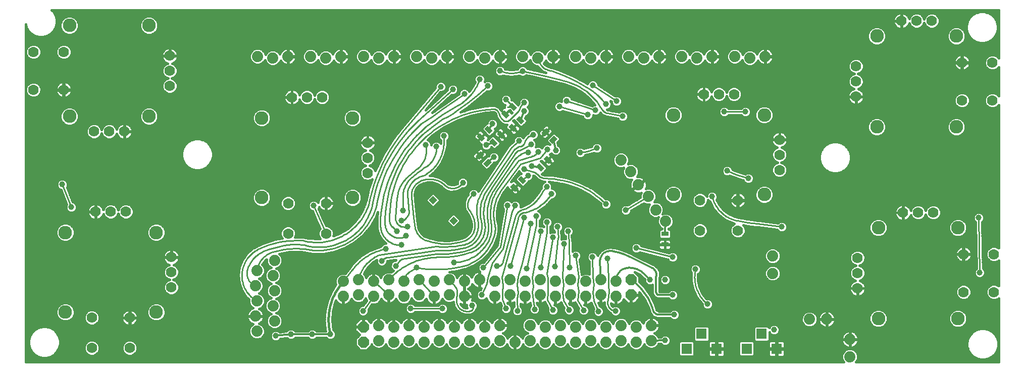
<source format=gbl>
G75*
G70*
%OFA0B0*%
%FSLAX24Y24*%
%IPPOS*%
%LPD*%
%AMOC8*
5,1,8,0,0,1.08239X$1,22.5*
%
%ADD10R,0.0315X0.0472*%
%ADD11R,0.0397X0.0397*%
%ADD12C,0.0900*%
%ADD13C,0.0700*%
%ADD14C,0.0740*%
%ADD15R,0.0472X0.0315*%
%ADD16R,0.0709X0.0709*%
%ADD17OC8,0.0740*%
%ADD18C,0.0396*%
%ADD19C,0.0090*%
%ADD20C,0.0120*%
%ADD21C,0.0160*%
%ADD22C,0.0100*%
D10*
G36*
X038118Y019525D02*
X037896Y019303D01*
X037564Y019635D01*
X037786Y019857D01*
X038118Y019525D01*
G37*
G36*
X038619Y020026D02*
X038397Y019804D01*
X038065Y020136D01*
X038287Y020358D01*
X038619Y020026D01*
G37*
G36*
X039823Y020862D02*
X039601Y020640D01*
X039269Y020972D01*
X039491Y021194D01*
X039823Y020862D01*
G37*
G36*
X040324Y021363D02*
X040102Y021141D01*
X039770Y021473D01*
X039992Y021695D01*
X040324Y021363D01*
G37*
G36*
X040348Y022470D02*
X040126Y022692D01*
X040458Y023024D01*
X040680Y022802D01*
X040348Y022470D01*
G37*
G36*
X039847Y022971D02*
X039625Y023193D01*
X039957Y023525D01*
X040179Y023303D01*
X039847Y022971D01*
G37*
G36*
X038518Y023986D02*
X038296Y023764D01*
X037964Y024096D01*
X038186Y024318D01*
X038518Y023986D01*
G37*
G36*
X038017Y023485D02*
X037795Y023263D01*
X037463Y023595D01*
X037685Y023817D01*
X038017Y023485D01*
G37*
G36*
X036693Y023125D02*
X036915Y023347D01*
X037247Y023015D01*
X037025Y022793D01*
X036693Y023125D01*
G37*
G36*
X036417Y023352D02*
X036195Y023130D01*
X035863Y023462D01*
X036085Y023684D01*
X036417Y023352D01*
G37*
G36*
X035916Y022851D02*
X035694Y022629D01*
X035362Y022961D01*
X035584Y023183D01*
X035916Y022851D01*
G37*
G36*
X036192Y022624D02*
X036414Y022846D01*
X036746Y022514D01*
X036524Y022292D01*
X036192Y022624D01*
G37*
G36*
X035610Y022004D02*
X035832Y021782D01*
X035500Y021450D01*
X035278Y021672D01*
X035610Y022004D01*
G37*
G36*
X036111Y021503D02*
X036333Y021281D01*
X036001Y020949D01*
X035779Y021171D01*
X036111Y021503D01*
G37*
G36*
X036974Y024480D02*
X037196Y024702D01*
X037528Y024370D01*
X037306Y024148D01*
X036974Y024480D01*
G37*
G36*
X037475Y024981D02*
X037697Y025203D01*
X038029Y024871D01*
X037807Y024649D01*
X037475Y024981D01*
G37*
D11*
G36*
X032464Y018475D02*
X032184Y018755D01*
X032464Y019035D01*
X032744Y018755D01*
X032464Y018475D01*
G37*
G36*
X033823Y017117D02*
X033543Y017397D01*
X033823Y017677D01*
X034103Y017397D01*
X033823Y017117D01*
G37*
D12*
X027152Y018927D03*
X021152Y018927D03*
X014191Y016615D03*
X008191Y016615D03*
X008191Y011365D03*
X014191Y011365D03*
X013716Y024290D03*
X008466Y024290D03*
X021152Y024177D03*
X027152Y024177D03*
X013716Y030290D03*
X008466Y030290D03*
X048339Y024374D03*
X054339Y024374D03*
X061766Y023590D03*
X067016Y023590D03*
X054339Y019124D03*
X048339Y019124D03*
X061866Y016936D03*
X067116Y016936D03*
X067116Y010936D03*
X061866Y010936D03*
X061766Y029590D03*
X067016Y029590D03*
D13*
X065391Y030590D03*
X064391Y030590D03*
X063391Y030590D03*
X067391Y027840D03*
X069391Y027840D03*
X069391Y025340D03*
X067391Y025340D03*
X060391Y025590D03*
X060391Y026590D03*
X060391Y027590D03*
X052339Y025749D03*
X051339Y025749D03*
X050339Y025749D03*
X055339Y022749D03*
X055339Y021749D03*
X055339Y020749D03*
X052589Y018749D03*
X050089Y018749D03*
X050089Y016749D03*
X052589Y016749D03*
X060491Y014936D03*
X060491Y013936D03*
X060491Y012936D03*
X067491Y012686D03*
X069491Y012686D03*
X069491Y015186D03*
X067491Y015186D03*
X065491Y017936D03*
X064491Y017936D03*
X063491Y017936D03*
X028152Y020552D03*
X028152Y021552D03*
X028152Y022552D03*
X025152Y025552D03*
X024152Y025552D03*
X023152Y025552D03*
X015091Y026290D03*
X015091Y027290D03*
X015091Y028290D03*
X008091Y028540D03*
X006091Y028540D03*
X006091Y026040D03*
X008091Y026040D03*
X010091Y023290D03*
X011091Y023290D03*
X012091Y023290D03*
X022902Y018552D03*
X025402Y018552D03*
X025402Y016552D03*
X022902Y016552D03*
X015191Y014990D03*
X015191Y013990D03*
X015191Y012990D03*
X012441Y010990D03*
X009941Y010990D03*
X009941Y008990D03*
X012441Y008990D03*
X012191Y017990D03*
X011191Y017990D03*
X010191Y017990D03*
D14*
X020841Y014090D03*
X021899Y013774D03*
X020741Y013090D03*
X021999Y012774D03*
X020841Y012090D03*
X021899Y011774D03*
X020741Y011090D03*
X021999Y010774D03*
X020841Y010090D03*
X026539Y012390D03*
X027539Y012490D03*
X028539Y012390D03*
X029539Y012490D03*
X030539Y012390D03*
X031539Y012490D03*
X032539Y012390D03*
X033539Y012490D03*
X034539Y012390D03*
X034539Y013390D03*
X033539Y013490D03*
X032539Y013390D03*
X031539Y013490D03*
X030539Y013390D03*
X029539Y013490D03*
X028539Y013390D03*
X027539Y013490D03*
X026539Y013390D03*
X021999Y014774D03*
X028877Y010480D03*
X029877Y010380D03*
X030877Y010480D03*
X031877Y010380D03*
X032877Y010480D03*
X033877Y010380D03*
X034877Y010480D03*
X035877Y010380D03*
X036877Y010480D03*
X038877Y010480D03*
X039877Y010380D03*
X040877Y010480D03*
X041877Y010380D03*
X042877Y010480D03*
X043877Y010380D03*
X044877Y010480D03*
X045877Y010380D03*
X046877Y010480D03*
X046877Y009480D03*
X045877Y009380D03*
X044877Y009480D03*
X043877Y009380D03*
X042877Y009480D03*
X041877Y009380D03*
X040877Y009480D03*
X039877Y009380D03*
X038877Y009480D03*
X037877Y009380D03*
X036877Y009480D03*
X035877Y009380D03*
X034877Y009480D03*
X033877Y009380D03*
X032877Y009480D03*
X031877Y009380D03*
X030877Y009480D03*
X029877Y009380D03*
X028877Y009480D03*
X036539Y012390D03*
X037539Y012490D03*
X038539Y012390D03*
X039539Y012490D03*
X040539Y012390D03*
X041539Y012490D03*
X042539Y012390D03*
X043539Y012490D03*
X044539Y012390D03*
X044539Y013390D03*
X043539Y013490D03*
X042539Y013390D03*
X041539Y013490D03*
X040539Y013390D03*
X039539Y013490D03*
X038539Y013390D03*
X037539Y013490D03*
X036539Y013390D03*
X035539Y013490D03*
X047166Y018117D03*
X047821Y017356D03*
X046674Y018994D03*
X046019Y019756D03*
X045527Y020632D03*
X044872Y021394D03*
X054891Y015060D03*
X054891Y013920D03*
X057321Y010890D03*
X058461Y010890D03*
X059991Y009560D03*
X059991Y008420D03*
X054391Y028240D03*
X053391Y028140D03*
X052391Y028240D03*
X050891Y028240D03*
X049891Y028140D03*
X048891Y028240D03*
X047391Y028240D03*
X046391Y028140D03*
X045391Y028240D03*
X043891Y028240D03*
X042891Y028140D03*
X041891Y028240D03*
X040391Y028240D03*
X039391Y028140D03*
X038391Y028240D03*
X036891Y028240D03*
X035891Y028140D03*
X034891Y028240D03*
X033391Y028240D03*
X032391Y028140D03*
X031391Y028240D03*
X029891Y028240D03*
X028891Y028140D03*
X027891Y028240D03*
X026391Y028240D03*
X025391Y028140D03*
X024391Y028240D03*
X022891Y028240D03*
X021891Y028140D03*
X020891Y028240D03*
D15*
X047776Y016530D03*
X047776Y015822D03*
D16*
X050196Y009926D03*
X049212Y008941D03*
X051180Y008941D03*
X053169Y008941D03*
X054154Y009926D03*
X055138Y008941D03*
D17*
X045539Y012490D03*
X045539Y013490D03*
X027877Y010380D03*
X027877Y009380D03*
D18*
X025691Y009890D03*
X024491Y009890D03*
X023091Y009890D03*
X022091Y009790D03*
X018991Y009890D03*
X027861Y011440D03*
X030991Y011590D03*
X033091Y011590D03*
X035041Y011790D03*
X035691Y012490D03*
X037291Y011590D03*
X038031Y011450D03*
X039171Y011550D03*
X040391Y011490D03*
X041451Y011500D03*
X042421Y011480D03*
X043391Y011410D03*
X044521Y011430D03*
X047791Y009490D03*
X048391Y011190D03*
X048291Y012490D03*
X048691Y012990D03*
X047791Y013490D03*
X046791Y013490D03*
X049791Y014190D03*
X048291Y014990D03*
X045891Y015590D03*
X043991Y014890D03*
X042991Y014990D03*
X041891Y015090D03*
X041491Y014290D03*
X040511Y014380D03*
X039591Y014290D03*
X038661Y014230D03*
X037591Y014390D03*
X036691Y014390D03*
X035791Y014290D03*
X033841Y014650D03*
X031391Y014290D03*
X030021Y014420D03*
X029091Y014740D03*
X029341Y015540D03*
X030391Y015790D03*
X030691Y016390D03*
X030091Y016690D03*
X030791Y016990D03*
X030391Y017390D03*
X030481Y018070D03*
X031791Y016790D03*
X035141Y019160D03*
X034431Y019900D03*
X036191Y020690D03*
X036491Y021590D03*
X035991Y022390D03*
X035091Y023290D03*
X036391Y023790D03*
X036491Y024390D03*
X036841Y025000D03*
X037291Y025390D03*
X038491Y025190D03*
X038491Y024644D03*
X038891Y024320D03*
X039081Y023080D03*
X038931Y022440D03*
X038131Y022660D03*
X038751Y021910D03*
X039401Y021950D03*
X040011Y022100D03*
X040571Y022050D03*
X042191Y021890D03*
X043291Y022190D03*
X044991Y024290D03*
X043191Y024690D03*
X042691Y024390D03*
X043891Y025090D03*
X044591Y025290D03*
X043011Y026350D03*
X041291Y025320D03*
X040811Y024940D03*
X036091Y026290D03*
X035551Y026730D03*
X034531Y025770D03*
X033771Y026060D03*
X032981Y026250D03*
X036891Y027290D03*
X038381Y027270D03*
X033191Y022990D03*
X032691Y022290D03*
X031991Y022390D03*
X038481Y020810D03*
X038731Y020360D03*
X038971Y021020D03*
X039971Y019640D03*
X040291Y019170D03*
X037891Y018390D03*
X037391Y018400D03*
X037611Y019140D03*
X039291Y017690D03*
X039991Y017290D03*
X040691Y016990D03*
X041391Y016690D03*
X040391Y016290D03*
X039591Y016690D03*
X038901Y017210D03*
X038491Y017590D03*
X041101Y015860D03*
X045191Y018090D03*
X043891Y018490D03*
X050891Y018990D03*
X053291Y020190D03*
X051891Y020690D03*
X051691Y024590D03*
X053091Y024590D03*
X068491Y017590D03*
X068561Y013960D03*
X055491Y016990D03*
X053551Y015420D03*
X052651Y014934D03*
X054311Y012070D03*
X054991Y010190D03*
X050591Y011890D03*
X024591Y018390D03*
X008591Y018290D03*
X007991Y019790D03*
D19*
X008591Y018290D01*
X038080Y013710D02*
X038337Y014572D01*
X038559Y015444D01*
X038747Y016323D01*
X038900Y017210D01*
X039291Y017090D02*
X038661Y014230D01*
X039591Y014290D02*
X039991Y016590D01*
X039991Y017290D01*
X039291Y017090D02*
X039291Y017690D01*
X036321Y017140D02*
X036292Y017277D01*
X036269Y017414D01*
X036253Y017553D01*
X036243Y017692D01*
X036239Y017831D01*
X036242Y017970D01*
X036251Y018109D01*
X036266Y018248D01*
X036288Y018385D01*
X036316Y018522D01*
X036350Y018657D01*
X036391Y018790D01*
X035691Y019290D02*
X037631Y022240D01*
X038131Y022660D01*
X038141Y022290D02*
X038177Y022291D01*
X038212Y022296D01*
X038248Y022304D01*
X038282Y022315D01*
X038315Y022329D01*
X038346Y022347D01*
X038376Y022367D01*
X038403Y022391D01*
X038428Y022417D01*
X038451Y022445D01*
X038471Y022475D01*
X038487Y022507D01*
X038501Y022540D01*
X038861Y021600D02*
X038918Y021616D01*
X038975Y021636D01*
X039030Y021659D01*
X039083Y021685D01*
X039135Y021714D01*
X039185Y021747D01*
X039233Y021782D01*
X039279Y021820D01*
X039322Y021861D01*
X039363Y021904D01*
X039401Y021950D01*
X038501Y022540D02*
X038516Y022590D01*
X038535Y022638D01*
X038558Y022685D01*
X038583Y022731D01*
X038612Y022774D01*
X038643Y022816D01*
X038678Y022855D01*
X038714Y022892D01*
X038754Y022926D01*
X038795Y022957D01*
X038839Y022986D01*
X038884Y023011D01*
X038932Y023033D01*
X038980Y023052D01*
X039030Y023068D01*
X039080Y023080D01*
X038520Y022200D02*
X038454Y022163D01*
X038386Y022130D01*
X038316Y022100D01*
X038246Y022073D01*
X038173Y022050D01*
X038100Y022030D01*
X037731Y021980D02*
X036011Y019400D01*
X036541Y019520D02*
X037861Y021440D01*
X038101Y021360D02*
X038861Y021600D01*
X038751Y021910D02*
X038511Y021900D01*
X038521Y022200D02*
X038931Y022440D01*
X039531Y021540D02*
X040011Y022100D01*
X042791Y026090D02*
X042967Y025969D01*
X043137Y025841D01*
X043301Y025705D01*
X043459Y025561D01*
X043610Y025411D01*
X043754Y025254D01*
X043891Y025090D01*
X043591Y024790D02*
X043614Y024749D01*
X043641Y024711D01*
X043670Y024674D01*
X043703Y024640D01*
X043738Y024609D01*
X043776Y024581D01*
X043815Y024556D01*
X043857Y024534D01*
X043900Y024516D01*
X043945Y024501D01*
X043990Y024490D01*
X043991Y024490D02*
X044991Y024290D01*
X044591Y025290D02*
X043011Y026350D01*
X042691Y024390D02*
X040811Y024940D01*
X039000Y020650D02*
X038825Y020697D01*
X038652Y020751D01*
X038480Y020810D01*
X038231Y021150D02*
X036981Y019430D01*
X036691Y019390D02*
X037391Y020390D01*
X038101Y021360D01*
X038231Y021150D02*
X039531Y021540D01*
X038141Y022290D02*
X038087Y022268D01*
X038035Y022243D01*
X037984Y022215D01*
X037936Y022183D01*
X037889Y022148D01*
X037846Y022110D01*
X037805Y022069D01*
X037766Y022026D01*
X037731Y021980D01*
X037841Y021760D02*
X036471Y019760D01*
X038291Y018090D02*
X038396Y018127D01*
X038500Y018168D01*
X038601Y018214D01*
X038700Y018265D01*
X038797Y018321D01*
X038891Y018381D01*
X038982Y018445D01*
X039070Y018513D01*
X039154Y018586D01*
X039235Y018662D01*
X039313Y018742D01*
X039386Y018826D01*
X039456Y018913D01*
X039521Y019003D01*
X039582Y019096D01*
X039639Y019192D01*
X039691Y019290D01*
X039971Y019640D01*
X039411Y020410D02*
X039374Y020449D01*
X039334Y020486D01*
X039292Y020519D01*
X039248Y020549D01*
X039201Y020577D01*
X039153Y020600D01*
X039104Y020621D01*
X039053Y020637D01*
X039001Y020650D01*
X038510Y021901D02*
X038436Y021869D01*
X038364Y021834D01*
X038293Y021796D01*
X038224Y021754D01*
X038158Y021709D01*
X038093Y021661D01*
X038031Y021610D01*
X037971Y021556D01*
X037914Y021500D01*
X037860Y021440D01*
X037840Y021760D02*
X037864Y021801D01*
X037890Y021841D01*
X037919Y021879D01*
X037951Y021914D01*
X037985Y021947D01*
X038021Y021977D01*
X038060Y022005D01*
X038100Y022030D01*
X040891Y026690D02*
X041076Y026652D01*
X041260Y026605D01*
X041440Y026549D01*
X041618Y026484D01*
X041793Y026411D01*
X041964Y026330D01*
X042131Y026240D01*
X042293Y026143D01*
X042450Y026038D01*
X042603Y025925D01*
X042749Y025805D01*
X042890Y025678D01*
X043024Y025545D01*
X043152Y025405D01*
X043272Y025260D01*
X043386Y025108D01*
X043492Y024952D01*
X043591Y024790D01*
X038491Y025190D02*
X038291Y024990D01*
X038111Y024650D01*
X037511Y024050D01*
X037486Y024029D01*
X037459Y024010D01*
X037431Y023995D01*
X037401Y023982D01*
X037370Y023973D01*
X037338Y023967D01*
X037305Y023964D01*
X037273Y023965D01*
X037240Y023969D01*
X037209Y023977D01*
X037178Y023987D01*
X037149Y024001D01*
X037121Y024018D01*
X037095Y024038D01*
X037071Y024060D01*
X036821Y024480D02*
X036809Y024516D01*
X036794Y024550D01*
X036775Y024583D01*
X036754Y024614D01*
X036730Y024643D01*
X036704Y024670D01*
X036675Y024695D01*
X036644Y024716D01*
X036612Y024735D01*
X036577Y024750D01*
X036542Y024763D01*
X036505Y024772D01*
X036468Y024778D01*
X036430Y024780D01*
X037391Y024890D02*
X037752Y024926D01*
X036821Y024480D02*
X036840Y024421D01*
X036863Y024364D01*
X036890Y024308D01*
X036920Y024254D01*
X036953Y024202D01*
X036989Y024152D01*
X037029Y024105D01*
X037071Y024060D01*
X034091Y024990D02*
X033091Y024390D01*
X033091Y024760D02*
X034531Y025770D01*
X033771Y026060D02*
X031491Y023990D01*
X030491Y023290D02*
X032981Y026250D01*
X034090Y024990D02*
X034230Y025079D01*
X034365Y025173D01*
X034496Y025275D01*
X034622Y025382D01*
X034742Y025495D01*
X034857Y025614D01*
X034966Y025738D01*
X035070Y025867D01*
X035167Y026001D01*
X035257Y026139D01*
X035341Y026281D01*
X035418Y026428D01*
X035488Y026577D01*
X035551Y026730D01*
X039390Y028140D02*
X039401Y028081D01*
X039416Y028022D01*
X039434Y027964D01*
X039455Y027907D01*
X039480Y027852D01*
X039508Y027798D01*
X039540Y027747D01*
X039574Y027697D01*
X039611Y027649D01*
X039651Y027604D01*
X039694Y027561D01*
X039740Y027520D01*
X039787Y027483D01*
X039837Y027448D01*
X039889Y027417D01*
X039942Y027389D01*
X039998Y027364D01*
X040054Y027342D01*
X040112Y027324D01*
X040171Y027309D01*
X040230Y027298D01*
X040290Y027290D01*
X042191Y021890D02*
X042471Y021945D01*
X042748Y022014D01*
X043022Y022095D01*
X043291Y022190D01*
X039890Y020190D02*
X039841Y020192D01*
X039792Y020199D01*
X039744Y020208D01*
X039696Y020222D01*
X039650Y020239D01*
X039605Y020260D01*
X039562Y020284D01*
X039520Y020311D01*
X039481Y020341D01*
X039445Y020374D01*
X039410Y020410D01*
X040290Y019170D02*
X040219Y019064D01*
X040143Y018960D01*
X040062Y018860D01*
X039977Y018765D01*
X039887Y018673D01*
X039793Y018585D01*
X039695Y018502D01*
X039593Y018424D01*
X039488Y018351D01*
X039379Y018282D01*
X039267Y018219D01*
X039153Y018161D01*
X039036Y018108D01*
X038916Y018061D01*
X038795Y018020D01*
X038671Y017984D01*
X038546Y017954D01*
X038420Y017930D01*
X035860Y017310D02*
X035835Y017440D01*
X035815Y017571D01*
X035803Y017703D01*
X035796Y017835D01*
X035796Y017967D01*
X035802Y018100D01*
X035814Y018232D01*
X035833Y018363D01*
X035858Y018493D01*
X035889Y018622D01*
X035926Y018749D01*
X035969Y018874D01*
X036018Y018997D01*
X036073Y019117D01*
X036134Y019235D01*
X036200Y019350D01*
X035140Y019160D02*
X035095Y019128D01*
X035051Y019094D01*
X035010Y019057D01*
X034972Y019017D01*
X034936Y018975D01*
X034903Y018930D01*
X034873Y018884D01*
X034846Y018836D01*
X034822Y018786D01*
X034801Y018734D01*
X034784Y018681D01*
X034771Y018628D01*
X034761Y018573D01*
X034754Y018518D01*
X034751Y018463D01*
X034752Y018408D01*
X034756Y018352D01*
X034764Y018298D01*
X034776Y018243D01*
X034790Y018190D01*
X029591Y017390D02*
X029591Y017739D01*
X029608Y018086D01*
X029642Y018432D01*
X029692Y018777D01*
X029759Y019118D01*
X029843Y019456D01*
X029942Y019790D01*
X030057Y020118D01*
X030188Y020441D01*
X030335Y020756D01*
X030496Y021065D01*
X030672Y021365D01*
X030862Y021656D01*
X031066Y021938D01*
X031284Y022210D01*
X031514Y022471D01*
X031756Y022721D01*
X032010Y022958D01*
X032276Y023184D01*
X032552Y023396D01*
X032837Y023595D01*
X033132Y023779D01*
X033436Y023949D01*
X033747Y024105D01*
X034066Y024245D01*
X034391Y024370D01*
X034721Y024479D01*
X035056Y024572D01*
X035396Y024649D01*
X035739Y024709D01*
X036084Y024753D01*
X036431Y024780D01*
X033191Y022990D02*
X033191Y022690D01*
X034530Y015820D02*
X034227Y015763D01*
X033922Y015719D01*
X033615Y015690D01*
X033307Y015676D01*
X032998Y015676D01*
X032690Y015690D01*
X032691Y015690D02*
X028911Y015140D01*
X029511Y014960D02*
X032711Y015440D01*
X032681Y015220D02*
X030421Y014860D01*
X030891Y013990D02*
X031391Y014290D01*
X030421Y014860D02*
X030373Y014832D01*
X030328Y014802D01*
X030284Y014768D01*
X030242Y014732D01*
X030203Y014694D01*
X030166Y014653D01*
X030131Y014610D01*
X030099Y014565D01*
X030070Y014519D01*
X030044Y014470D01*
X030021Y014420D01*
X029511Y014960D02*
X029472Y014962D01*
X029434Y014960D01*
X029395Y014955D01*
X029358Y014947D01*
X029321Y014935D01*
X029285Y014921D01*
X029251Y014903D01*
X029219Y014882D01*
X029188Y014858D01*
X029160Y014832D01*
X029134Y014804D01*
X029111Y014773D01*
X029091Y014740D01*
X027091Y014090D02*
X026539Y013390D01*
X028539Y013390D02*
X029539Y012490D01*
X027091Y014090D02*
X027186Y014221D01*
X027286Y014347D01*
X027393Y014469D01*
X027505Y014585D01*
X027622Y014697D01*
X027744Y014802D01*
X027871Y014902D01*
X028003Y014996D01*
X028139Y015083D01*
X028279Y015165D01*
X028422Y015239D01*
X028569Y015307D01*
X028719Y015368D01*
X028871Y015421D01*
X029026Y015468D01*
X029183Y015507D01*
X029341Y015539D01*
X030090Y016690D02*
X030036Y016755D01*
X029978Y016818D01*
X029918Y016878D01*
X029855Y016936D01*
X029790Y016990D01*
X029290Y017190D02*
X029293Y017129D01*
X029300Y017069D01*
X029311Y017009D01*
X029326Y016951D01*
X029344Y016893D01*
X029366Y016836D01*
X029392Y016781D01*
X029421Y016728D01*
X029454Y016677D01*
X029490Y016628D01*
X029528Y016582D01*
X029570Y016538D01*
X029615Y016497D01*
X029662Y016459D01*
X029711Y016423D01*
X029763Y016392D01*
X029817Y016363D01*
X029872Y016339D01*
X029929Y016317D01*
X029987Y016300D01*
X030046Y016286D01*
X030106Y016276D01*
X030166Y016270D01*
X030227Y016268D01*
X030287Y016270D01*
X030348Y016276D01*
X030408Y016285D01*
X030467Y016299D01*
X030525Y016316D01*
X030582Y016337D01*
X030637Y016361D01*
X030691Y016389D01*
X030390Y015790D02*
X030319Y015787D01*
X030248Y015788D01*
X030176Y015793D01*
X030106Y015802D01*
X030035Y015814D01*
X029966Y015831D01*
X029898Y015851D01*
X029830Y015875D01*
X029764Y015902D01*
X029700Y015933D01*
X029638Y015968D01*
X029577Y016005D01*
X029519Y016046D01*
X029463Y016090D01*
X029409Y016138D01*
X029358Y016188D01*
X029310Y016240D01*
X029265Y016295D01*
X029223Y016353D01*
X029184Y016413D01*
X029148Y016474D01*
X029116Y016538D01*
X029087Y016603D01*
X029062Y016670D01*
X029041Y016738D01*
X029023Y016807D01*
X029009Y016877D01*
X028999Y016948D01*
X028992Y017019D01*
X028990Y017090D01*
X029591Y017390D02*
X029594Y017348D01*
X029600Y017306D01*
X029609Y017266D01*
X029622Y017226D01*
X029637Y017187D01*
X029656Y017149D01*
X029678Y017113D01*
X029702Y017079D01*
X029729Y017047D01*
X029759Y017017D01*
X029791Y016990D01*
X029990Y017590D02*
X029988Y017544D01*
X029990Y017499D01*
X029995Y017453D01*
X030004Y017409D01*
X030017Y017365D01*
X030033Y017322D01*
X030053Y017281D01*
X030076Y017242D01*
X030102Y017204D01*
X030131Y017169D01*
X030163Y017137D01*
X030198Y017107D01*
X030235Y017080D01*
X030274Y017056D01*
X030315Y017036D01*
X030357Y017019D01*
X030401Y017005D01*
X030445Y016996D01*
X030491Y016989D01*
X030481Y018070D02*
X030491Y018890D01*
X030491Y016990D02*
X030566Y016985D01*
X030641Y016983D01*
X030716Y016985D01*
X030791Y016990D01*
X030391Y017390D02*
X030439Y017408D01*
X030487Y017428D01*
X030532Y017452D01*
X030576Y017480D01*
X030618Y017510D01*
X030658Y017543D01*
X030695Y017579D01*
X030729Y017618D01*
X030761Y017658D01*
X030789Y017701D01*
X030815Y017746D01*
X030837Y017793D01*
X030856Y017841D01*
X030871Y017891D01*
X031281Y016920D02*
X031297Y016857D01*
X031317Y016795D01*
X031340Y016734D01*
X031367Y016675D01*
X031396Y016616D01*
X031429Y016560D01*
X031465Y016506D01*
X031504Y016453D01*
X031545Y016403D01*
X031590Y016355D01*
X031636Y016310D01*
X031686Y016267D01*
X031737Y016227D01*
X031791Y016190D01*
X035221Y017190D02*
X035206Y017281D01*
X035188Y017371D01*
X035166Y017460D01*
X035139Y017548D01*
X035109Y017634D01*
X035074Y017719D01*
X035036Y017803D01*
X034994Y017885D01*
X034949Y017964D01*
X034899Y018042D01*
X034847Y018117D01*
X034791Y018190D01*
X035221Y017190D02*
X035226Y017128D01*
X035227Y017065D01*
X035225Y017002D01*
X035218Y016939D01*
X035209Y016877D01*
X035195Y016816D01*
X035178Y016755D01*
X035158Y016696D01*
X035134Y016637D01*
X035106Y016581D01*
X035076Y016526D01*
X035042Y016473D01*
X035005Y016422D01*
X034965Y016373D01*
X034922Y016327D01*
X034877Y016283D01*
X034830Y016242D01*
X034779Y016204D01*
X034727Y016169D01*
X034673Y016137D01*
X034617Y016108D01*
X034560Y016082D01*
X034501Y016060D01*
X034531Y015820D02*
X034595Y015835D01*
X034658Y015855D01*
X034720Y015878D01*
X034780Y015905D01*
X034839Y015936D01*
X034895Y015969D01*
X034950Y016007D01*
X035002Y016047D01*
X035052Y016090D01*
X035099Y016137D01*
X035143Y016186D01*
X035184Y016237D01*
X035222Y016291D01*
X035257Y016348D01*
X035288Y016406D01*
X035316Y016465D01*
X035341Y016527D01*
X035361Y016590D01*
X036540Y016610D02*
X036552Y016675D01*
X036560Y016741D01*
X036565Y016807D01*
X036567Y016873D01*
X036566Y016939D01*
X036562Y017005D01*
X036554Y017070D01*
X036544Y017135D01*
X036530Y017200D01*
X040290Y027290D02*
X040728Y027136D01*
X041158Y026963D01*
X041580Y026772D01*
X041993Y026562D01*
X042397Y026335D01*
X042791Y026090D01*
X038380Y027271D02*
X038284Y027239D01*
X038186Y027212D01*
X038087Y027189D01*
X037987Y027171D01*
X037887Y027158D01*
X037786Y027150D01*
X037684Y027146D01*
X037583Y027147D01*
X037481Y027154D01*
X037381Y027165D01*
X037280Y027180D01*
X037181Y027201D01*
X037083Y027226D01*
X036986Y027256D01*
X036890Y027291D01*
X032191Y020589D02*
X032097Y020528D01*
X032001Y020471D01*
X031901Y020418D01*
X031800Y020370D01*
X031696Y020327D01*
X031591Y020289D01*
X032680Y015220D02*
X032922Y015205D01*
X033164Y015201D01*
X033407Y015208D01*
X033648Y015226D01*
X033889Y015256D01*
X034128Y015296D01*
X034365Y015346D01*
X034599Y015408D01*
X034830Y015480D01*
X030891Y020090D02*
X031078Y020266D01*
X031271Y020434D01*
X031472Y020594D01*
X031678Y020746D01*
X031891Y020890D01*
X032711Y015440D02*
X032981Y015427D01*
X033253Y015427D01*
X033523Y015439D01*
X033793Y015465D01*
X034061Y015504D01*
X034327Y015556D01*
X034591Y015620D01*
X030691Y020189D02*
X030916Y020399D01*
X031150Y020599D01*
X031391Y020789D01*
X031791Y016191D02*
X031962Y016121D01*
X032136Y016059D01*
X032313Y016006D01*
X032493Y015961D01*
X032674Y015926D01*
X032857Y015899D01*
X033041Y015881D01*
X033226Y015872D01*
X033411Y015872D01*
X033595Y015881D01*
X033779Y015900D01*
X033962Y015927D01*
X034144Y015963D01*
X034323Y016008D01*
X034500Y016061D01*
X034890Y015290D02*
X034969Y015316D01*
X035046Y015345D01*
X035122Y015378D01*
X035196Y015414D01*
X035268Y015454D01*
X035339Y015498D01*
X035407Y015544D01*
X035473Y015594D01*
X035536Y015647D01*
X035597Y015703D01*
X035655Y015762D01*
X035710Y015823D01*
X035762Y015887D01*
X035811Y015954D01*
X035857Y016022D01*
X035899Y016093D01*
X035938Y016166D01*
X035974Y016240D01*
X036006Y016317D01*
X036034Y016394D01*
X036059Y016473D01*
X036079Y016553D01*
X036096Y016634D01*
X036109Y016715D01*
X036119Y016797D01*
X036124Y016880D01*
X036125Y016962D01*
X036122Y017045D01*
X036116Y017127D01*
X036105Y017209D01*
X036091Y017290D01*
X029290Y017190D02*
X029292Y017557D01*
X029311Y017923D01*
X029347Y018288D01*
X029400Y018650D01*
X029470Y019010D01*
X029556Y019367D01*
X029659Y019719D01*
X029778Y020065D01*
X029913Y020406D01*
X030064Y020740D01*
X030230Y021067D01*
X030411Y021386D01*
X030607Y021695D01*
X030817Y021996D01*
X031041Y022286D01*
X031278Y022566D01*
X031528Y022834D01*
X031790Y023090D01*
X033191Y022690D02*
X033188Y022564D01*
X033179Y022437D01*
X033164Y022312D01*
X033144Y022187D01*
X033117Y022063D01*
X033085Y021941D01*
X033047Y021820D01*
X033004Y021701D01*
X032955Y021584D01*
X032900Y021470D01*
X032841Y021359D01*
X032776Y021250D01*
X032706Y021144D01*
X032631Y021042D01*
X032552Y020944D01*
X032468Y020849D01*
X032380Y020758D01*
X032287Y020672D01*
X032191Y020590D01*
X033290Y019690D02*
X033337Y019659D01*
X033386Y019631D01*
X033437Y019606D01*
X033489Y019585D01*
X033543Y019568D01*
X033597Y019555D01*
X033653Y019545D01*
X033709Y019540D01*
X033765Y019538D01*
X033821Y019540D01*
X033877Y019547D01*
X033933Y019557D01*
X033987Y019571D01*
X034041Y019589D01*
X034093Y019610D01*
X034143Y019636D01*
X034192Y019664D01*
X034238Y019696D01*
X034282Y019731D01*
X034323Y019769D01*
X034362Y019810D01*
X034398Y019854D01*
X034430Y019900D01*
X033291Y019690D02*
X033241Y019742D01*
X033188Y019792D01*
X033133Y019839D01*
X033076Y019882D01*
X033017Y019923D01*
X032955Y019961D01*
X032892Y019996D01*
X032827Y020027D01*
X032760Y020055D01*
X032692Y020079D01*
X032623Y020100D01*
X032553Y020118D01*
X032483Y020131D01*
X032411Y020142D01*
X032339Y020148D01*
X032267Y020151D01*
X032195Y020150D01*
X032123Y020145D01*
X032051Y020137D01*
X031980Y020125D01*
X031910Y020110D01*
X031840Y020090D01*
X031590Y020291D02*
X031528Y020266D01*
X031466Y020237D01*
X031407Y020206D01*
X031349Y020171D01*
X031293Y020133D01*
X031239Y020093D01*
X031188Y020049D01*
X031139Y020003D01*
X031092Y019954D01*
X031049Y019903D01*
X031008Y019849D01*
X030969Y019794D01*
X030934Y019736D01*
X030903Y019677D01*
X030874Y019616D01*
X030849Y019553D01*
X030827Y019489D01*
X030809Y019424D01*
X030794Y019359D01*
X030782Y019292D01*
X030775Y019225D01*
X030771Y019158D01*
X030770Y019090D01*
X030490Y018890D02*
X030484Y018967D01*
X030481Y019044D01*
X030482Y019120D01*
X030487Y019197D01*
X030496Y019273D01*
X030509Y019349D01*
X030526Y019424D01*
X030547Y019498D01*
X030571Y019571D01*
X030599Y019642D01*
X030630Y019712D01*
X030665Y019781D01*
X030704Y019847D01*
X030746Y019911D01*
X030791Y019974D01*
X030839Y020033D01*
X030891Y020091D01*
X031840Y020091D02*
X031781Y020077D01*
X031722Y020059D01*
X031664Y020038D01*
X031608Y020014D01*
X031553Y019986D01*
X031501Y019954D01*
X031450Y019920D01*
X031401Y019882D01*
X031355Y019842D01*
X031312Y019799D01*
X031271Y019753D01*
X031233Y019705D01*
X031198Y019655D01*
X031166Y019602D01*
X031138Y019548D01*
X031112Y019492D01*
X031091Y019434D01*
X031073Y019376D01*
X031058Y019316D01*
X031048Y019256D01*
X031041Y019195D01*
X031037Y019134D01*
X031038Y019072D01*
X031042Y019011D01*
X031050Y018950D01*
X030090Y018890D02*
X030099Y018987D01*
X030113Y019084D01*
X030131Y019180D01*
X030154Y019275D01*
X030181Y019369D01*
X030213Y019461D01*
X030250Y019551D01*
X030291Y019640D01*
X030336Y019727D01*
X030385Y019811D01*
X030439Y019893D01*
X030496Y019972D01*
X030557Y020048D01*
X030622Y020121D01*
X030690Y020190D01*
X031391Y020790D02*
X031452Y020839D01*
X031511Y020890D01*
X031568Y020945D01*
X031621Y021002D01*
X031672Y021062D01*
X031720Y021124D01*
X031764Y021189D01*
X031806Y021255D01*
X031844Y021324D01*
X031878Y021394D01*
X031909Y021466D01*
X031937Y021540D01*
X031961Y021614D01*
X031981Y021690D01*
X031997Y021767D01*
X032010Y021844D01*
X032019Y021922D01*
X032024Y022000D01*
X032025Y022079D01*
X032022Y022157D01*
X032016Y022235D01*
X032005Y022313D01*
X031991Y022390D01*
X031390Y014290D02*
X031758Y014240D01*
X032127Y014207D01*
X032498Y014191D01*
X032869Y014192D01*
X033239Y014211D01*
X033609Y014247D01*
X033976Y014300D01*
X034340Y014370D01*
X035791Y014290D02*
X036901Y015670D01*
X037391Y018400D01*
X035690Y019290D02*
X035636Y019201D01*
X035585Y019110D01*
X035539Y019017D01*
X035498Y018921D01*
X035460Y018823D01*
X035428Y018724D01*
X035400Y018624D01*
X035377Y018522D01*
X035359Y018419D01*
X035346Y018316D01*
X035338Y018212D01*
X035334Y018107D01*
X035336Y018003D01*
X035342Y017899D01*
X035353Y017795D01*
X035369Y017692D01*
X035390Y017590D01*
X035861Y017310D02*
X035876Y017235D01*
X035887Y017159D01*
X035895Y017083D01*
X035898Y017006D01*
X035899Y016929D01*
X035895Y016853D01*
X035887Y016776D01*
X035876Y016700D01*
X035862Y016625D01*
X035843Y016551D01*
X035821Y016477D01*
X035795Y016405D01*
X035766Y016334D01*
X035733Y016265D01*
X035697Y016197D01*
X035658Y016131D01*
X035616Y016067D01*
X035570Y016005D01*
X035522Y015946D01*
X035471Y015889D01*
X035416Y015834D01*
X035360Y015783D01*
X035301Y015734D01*
X035239Y015688D01*
X035176Y015645D01*
X035110Y015605D01*
X035043Y015569D01*
X034974Y015536D01*
X034903Y015506D01*
X034831Y015480D01*
X036391Y014590D02*
X036071Y013630D01*
X036011Y013230D01*
X035691Y012490D01*
X034991Y011460D02*
X034942Y011442D01*
X034892Y011429D01*
X034842Y011418D01*
X034790Y011412D01*
X034739Y011409D01*
X034687Y011410D01*
X034635Y011415D01*
X034584Y011423D01*
X034534Y011435D01*
X034485Y011451D01*
X034437Y011470D01*
X034390Y011493D01*
X034345Y011519D01*
X034303Y011548D01*
X034262Y011580D01*
X034224Y011615D01*
X034189Y011653D01*
X034156Y011693D01*
X034126Y011735D01*
X034100Y011780D01*
X034077Y011826D01*
X034057Y011874D01*
X034041Y011923D01*
X034028Y011973D01*
X034019Y012024D01*
X034014Y012076D01*
X034012Y012127D01*
X034014Y012179D01*
X034020Y012230D01*
X034021Y012230D02*
X034061Y012580D01*
X033891Y013090D02*
X033539Y013490D01*
X033890Y013090D02*
X033922Y013051D01*
X033950Y013010D01*
X033976Y012967D01*
X033999Y012922D01*
X034018Y012876D01*
X034034Y012828D01*
X034046Y012780D01*
X034055Y012730D01*
X034060Y012680D01*
X034062Y012630D01*
X034060Y012580D01*
X032539Y012390D02*
X031539Y013490D01*
X030890Y013990D02*
X030847Y013962D01*
X030806Y013930D01*
X030767Y013896D01*
X030730Y013859D01*
X030697Y013820D01*
X030666Y013779D01*
X030638Y013735D01*
X030614Y013689D01*
X030592Y013642D01*
X030575Y013594D01*
X030560Y013544D01*
X030550Y013493D01*
X030543Y013442D01*
X030539Y013390D01*
X028910Y015140D02*
X028813Y015098D01*
X028717Y015051D01*
X028624Y015000D01*
X028533Y014944D01*
X028445Y014884D01*
X028360Y014821D01*
X028278Y014753D01*
X028199Y014681D01*
X028124Y014606D01*
X028052Y014528D01*
X027984Y014446D01*
X027920Y014361D01*
X027860Y014273D01*
X027804Y014183D01*
X027753Y014090D01*
X027706Y013994D01*
X027663Y013897D01*
X027625Y013798D01*
X027591Y013697D01*
X027563Y013594D01*
X027539Y013490D01*
X028539Y012390D02*
X027861Y011440D01*
X030991Y011590D02*
X033091Y011590D01*
X034991Y011460D02*
X035015Y011474D01*
X035036Y011492D01*
X035055Y011512D01*
X035071Y011534D01*
X035084Y011559D01*
X035094Y011585D01*
X035100Y011612D01*
X035102Y011640D01*
X035101Y011667D01*
X035095Y011695D01*
X035087Y011721D01*
X035075Y011746D01*
X035059Y011769D01*
X035041Y011790D01*
X037061Y012210D02*
X037031Y012670D01*
X037071Y013130D01*
X037021Y013680D01*
X038071Y017520D01*
X037891Y017590D02*
X037091Y014690D01*
X037079Y014654D01*
X037064Y014618D01*
X037045Y014585D01*
X037024Y014553D01*
X036999Y014523D01*
X036972Y014496D01*
X036942Y014472D01*
X036911Y014450D01*
X036877Y014432D01*
X036842Y014416D01*
X036805Y014405D01*
X036768Y014396D01*
X036729Y014391D01*
X036691Y014390D01*
X036391Y014590D02*
X037091Y015540D01*
X037691Y017990D01*
X037891Y018390D01*
X036010Y019400D02*
X035944Y019296D01*
X035883Y019189D01*
X035827Y019078D01*
X035776Y018966D01*
X035731Y018851D01*
X035692Y018733D01*
X035658Y018615D01*
X035629Y018494D01*
X035607Y018373D01*
X035591Y018250D01*
X035580Y018127D01*
X035575Y018003D01*
X035576Y017880D01*
X035584Y017756D01*
X035597Y017633D01*
X035616Y017511D01*
X035640Y017390D01*
X036321Y017141D02*
X036328Y017045D01*
X036330Y016949D01*
X036328Y016854D01*
X036321Y016758D01*
X036311Y016663D01*
X036295Y016568D01*
X036276Y016475D01*
X036252Y016382D01*
X036223Y016291D01*
X036191Y016200D01*
X028490Y018590D02*
X028579Y019031D01*
X028689Y019467D01*
X028819Y019897D01*
X028969Y020320D01*
X029140Y020736D01*
X029329Y021143D01*
X029538Y021541D01*
X029766Y021929D01*
X030011Y022305D01*
X030275Y022669D01*
X030555Y023021D01*
X030851Y023359D01*
X031163Y023682D01*
X031490Y023990D01*
X032691Y022290D02*
X032690Y022213D01*
X032686Y022136D01*
X032679Y022060D01*
X032667Y021984D01*
X032652Y021908D01*
X032633Y021834D01*
X032610Y021760D01*
X032584Y021688D01*
X032554Y021617D01*
X032521Y021547D01*
X032485Y021480D01*
X032445Y021414D01*
X032402Y021350D01*
X032356Y021288D01*
X032307Y021229D01*
X032255Y021172D01*
X032200Y021118D01*
X032143Y021066D01*
X032083Y021018D01*
X032021Y020972D01*
X031957Y020930D01*
X031891Y020890D01*
X032790Y014990D02*
X033094Y014995D01*
X033398Y015012D01*
X033700Y015042D01*
X034002Y015085D01*
X034301Y015141D01*
X034597Y015209D01*
X034890Y015290D01*
X037591Y014390D02*
X038491Y017590D01*
X038290Y018090D02*
X038248Y018075D01*
X038207Y018056D01*
X038167Y018034D01*
X038129Y018009D01*
X038094Y017982D01*
X038060Y017951D01*
X038029Y017918D01*
X038001Y017883D01*
X037976Y017845D01*
X037953Y017806D01*
X037934Y017765D01*
X037918Y017723D01*
X037905Y017679D01*
X037896Y017635D01*
X037890Y017590D01*
X031690Y023790D02*
X031376Y023501D01*
X031076Y023197D01*
X030791Y022879D01*
X030522Y022548D01*
X030268Y022205D01*
X030031Y021850D01*
X029812Y021484D01*
X029609Y021108D01*
X029425Y020723D01*
X029260Y020329D01*
X029113Y019928D01*
X028986Y019521D01*
X028878Y019108D01*
X028790Y018690D01*
X028490Y018590D02*
X028454Y018419D01*
X028409Y018249D01*
X028356Y018082D01*
X028295Y017918D01*
X028226Y017757D01*
X028149Y017599D01*
X028064Y017446D01*
X027973Y017297D01*
X027874Y017152D01*
X027768Y017012D01*
X027655Y016878D01*
X027536Y016749D01*
X027411Y016627D01*
X027280Y016510D01*
X027144Y016400D01*
X027002Y016297D01*
X026856Y016201D01*
X026705Y016112D01*
X026550Y016030D01*
X026391Y015957D01*
X026228Y015891D01*
X026063Y015833D01*
X025895Y015783D01*
X025725Y015741D01*
X025553Y015708D01*
X025379Y015683D01*
X025205Y015667D01*
X025030Y015659D01*
X024855Y015659D01*
X024680Y015669D01*
X024505Y015686D01*
X024332Y015713D01*
X024160Y015747D01*
X023990Y015790D01*
X023991Y015790D02*
X023431Y015840D01*
X023391Y016090D02*
X023891Y016090D01*
X030870Y017890D02*
X030853Y018291D01*
X030819Y018691D01*
X030770Y019090D01*
X035391Y017590D02*
X035409Y017500D01*
X035424Y017409D01*
X035434Y017317D01*
X035439Y017226D01*
X035441Y017134D01*
X035438Y017042D01*
X035431Y016950D01*
X035420Y016859D01*
X035404Y016768D01*
X035385Y016679D01*
X035361Y016590D01*
X035641Y017390D02*
X035657Y017316D01*
X035669Y017241D01*
X035677Y017166D01*
X035681Y017090D01*
X035682Y017014D01*
X035678Y016938D01*
X035671Y016863D01*
X035659Y016788D01*
X035644Y016713D01*
X035625Y016640D01*
X035603Y016567D01*
X035576Y016496D01*
X035546Y016426D01*
X035512Y016358D01*
X035475Y016292D01*
X035435Y016228D01*
X035391Y016166D01*
X035345Y016106D01*
X035295Y016048D01*
X035242Y015994D01*
X035187Y015942D01*
X035129Y015893D01*
X035068Y015847D01*
X035005Y015804D01*
X034941Y015765D01*
X034874Y015729D01*
X034805Y015696D01*
X034735Y015667D01*
X034664Y015642D01*
X034591Y015620D01*
X034340Y014371D02*
X034475Y014403D01*
X034607Y014442D01*
X034738Y014488D01*
X034867Y014540D01*
X034992Y014598D01*
X035115Y014662D01*
X035235Y014731D01*
X035351Y014807D01*
X035463Y014888D01*
X035571Y014974D01*
X035675Y015066D01*
X035774Y015162D01*
X035869Y015263D01*
X035958Y015369D01*
X036043Y015479D01*
X036122Y015592D01*
X036195Y015710D01*
X036263Y015830D01*
X036325Y015954D01*
X036380Y016081D01*
X036430Y016210D01*
X036473Y016342D01*
X036510Y016475D01*
X036540Y016610D01*
X028990Y017090D02*
X028997Y017501D01*
X029025Y017911D01*
X029072Y018319D01*
X029139Y018724D01*
X029226Y019126D01*
X029332Y019522D01*
X029457Y019914D01*
X029602Y020298D01*
X029765Y020675D01*
X029946Y021044D01*
X030145Y021403D01*
X030361Y021752D01*
X030594Y022091D01*
X030843Y022417D01*
X031108Y022731D01*
X031388Y023032D01*
X031682Y023318D01*
X031990Y023590D01*
X028290Y018790D02*
X028248Y018620D01*
X028199Y018452D01*
X028141Y018288D01*
X028075Y018126D01*
X028002Y017967D01*
X027921Y017813D01*
X027832Y017662D01*
X027736Y017516D01*
X027633Y017375D01*
X027524Y017239D01*
X027407Y017108D01*
X027285Y016984D01*
X027157Y016865D01*
X027023Y016753D01*
X026884Y016648D01*
X026739Y016549D01*
X026590Y016458D01*
X026437Y016374D01*
X026280Y016297D01*
X026119Y016229D01*
X025956Y016168D01*
X025789Y016115D01*
X025620Y016071D01*
X025449Y016035D01*
X025277Y016007D01*
X025103Y015987D01*
X024929Y015977D01*
X024754Y015974D01*
X024579Y015980D01*
X024405Y015995D01*
X024232Y016018D01*
X024060Y016050D01*
X023890Y016090D01*
X021790Y015290D02*
X021721Y015264D01*
X021654Y015235D01*
X021589Y015202D01*
X021525Y015166D01*
X021463Y015126D01*
X021403Y015083D01*
X021346Y015038D01*
X021291Y014989D01*
X021238Y014938D01*
X021188Y014884D01*
X021141Y014828D01*
X021097Y014769D01*
X021056Y014708D01*
X021018Y014645D01*
X020984Y014581D01*
X020953Y014514D01*
X020925Y014446D01*
X020901Y014377D01*
X020880Y014307D01*
X020863Y014235D01*
X020850Y014163D01*
X020840Y014090D01*
X020290Y014390D02*
X020262Y014337D01*
X020238Y014282D01*
X020217Y014226D01*
X020200Y014169D01*
X020187Y014110D01*
X020178Y014051D01*
X020173Y013992D01*
X020171Y013932D01*
X020173Y013872D01*
X020180Y013812D01*
X020190Y013753D01*
X020204Y013695D01*
X020221Y013638D01*
X020243Y013582D01*
X020268Y013528D01*
X020296Y013475D01*
X020328Y013425D01*
X020363Y013376D01*
X020402Y013330D01*
X020443Y013286D01*
X020487Y013246D01*
X020533Y013208D01*
X020582Y013173D01*
X020633Y013142D01*
X020686Y013114D01*
X020740Y013089D01*
X020840Y012090D02*
X020760Y012136D01*
X020682Y012187D01*
X020607Y012241D01*
X020534Y012298D01*
X020464Y012359D01*
X020397Y012423D01*
X020334Y012491D01*
X020273Y012561D01*
X020216Y012634D01*
X020163Y012710D01*
X020113Y012789D01*
X020068Y012869D01*
X020026Y012952D01*
X019988Y013037D01*
X019955Y013123D01*
X019925Y013211D01*
X019900Y013300D01*
X019879Y013391D01*
X019863Y013482D01*
X019851Y013574D01*
X019843Y013666D01*
X019840Y013759D01*
X019841Y013852D01*
X019847Y013944D01*
X019858Y014036D01*
X019872Y014128D01*
X019891Y014219D01*
X019915Y014308D01*
X019943Y014397D01*
X019975Y014484D01*
X020011Y014569D01*
X020051Y014653D01*
X020095Y014734D01*
X020143Y014814D01*
X020195Y014890D01*
X020251Y014965D01*
X020310Y015036D01*
X020372Y015105D01*
X020438Y015170D01*
X020506Y015233D01*
X020578Y015291D01*
X020652Y015347D01*
X020729Y015399D01*
X020809Y015446D01*
X020890Y015491D01*
X021590Y015489D02*
X021501Y015464D01*
X021414Y015434D01*
X021328Y015400D01*
X021243Y015362D01*
X021160Y015320D01*
X021080Y015275D01*
X021001Y015225D01*
X020925Y015172D01*
X020852Y015116D01*
X020781Y015056D01*
X020714Y014993D01*
X020649Y014927D01*
X020587Y014858D01*
X020529Y014786D01*
X020474Y014711D01*
X020422Y014634D01*
X020375Y014555D01*
X020331Y014473D01*
X020291Y014390D01*
X021791Y015290D02*
X022002Y015359D01*
X022215Y015417D01*
X022431Y015466D01*
X022649Y015504D01*
X022868Y015533D01*
X023089Y015551D01*
X023310Y015560D01*
X023531Y015557D01*
X023752Y015545D01*
X023972Y015523D01*
X024191Y015490D01*
X024190Y015490D02*
X024382Y015462D01*
X024575Y015443D01*
X024769Y015433D01*
X024963Y015433D01*
X025157Y015442D01*
X025351Y015461D01*
X025543Y015489D01*
X025733Y015527D01*
X025922Y015573D01*
X026108Y015629D01*
X026291Y015694D01*
X026470Y015768D01*
X026646Y015850D01*
X026818Y015940D01*
X026985Y016039D01*
X027147Y016146D01*
X027304Y016261D01*
X027454Y016383D01*
X027599Y016513D01*
X027737Y016649D01*
X027869Y016792D01*
X027993Y016941D01*
X028110Y017096D01*
X028220Y017256D01*
X028321Y017422D01*
X028414Y017592D01*
X028499Y017767D01*
X028575Y017946D01*
X028643Y018128D01*
X028701Y018313D01*
X028750Y018501D01*
X028791Y018690D01*
X033840Y014650D02*
X033964Y014655D01*
X034088Y014666D01*
X034210Y014682D01*
X034332Y014704D01*
X034453Y014732D01*
X034572Y014766D01*
X034689Y014805D01*
X034805Y014850D01*
X034918Y014900D01*
X035029Y014955D01*
X035137Y015016D01*
X035242Y015082D01*
X035343Y015152D01*
X035442Y015228D01*
X035536Y015308D01*
X035627Y015392D01*
X035714Y015480D01*
X035796Y015573D01*
X035874Y015669D01*
X035947Y015769D01*
X036015Y015872D01*
X036079Y015979D01*
X036137Y016088D01*
X036190Y016200D01*
X028291Y018790D02*
X028410Y019281D01*
X028553Y019766D01*
X028720Y020243D01*
X028908Y020713D01*
X029120Y021172D01*
X029352Y021621D01*
X029607Y022058D01*
X029882Y022482D01*
X030176Y022893D01*
X030491Y023289D01*
X036691Y019391D02*
X036629Y019297D01*
X036571Y019201D01*
X036519Y019102D01*
X036471Y019000D01*
X036428Y018896D01*
X036391Y018791D01*
X036540Y019520D02*
X036466Y019404D01*
X036396Y019286D01*
X036333Y019164D01*
X036275Y019039D01*
X036223Y018912D01*
X036177Y018782D01*
X036138Y018651D01*
X036104Y018517D01*
X036077Y018383D01*
X036056Y018247D01*
X036042Y018110D01*
X036034Y017973D01*
X036032Y017835D01*
X036037Y017698D01*
X036048Y017561D01*
X036066Y017425D01*
X036090Y017290D01*
X038070Y017521D02*
X038076Y017561D01*
X038086Y017601D01*
X038099Y017639D01*
X038115Y017677D01*
X038135Y017713D01*
X038157Y017747D01*
X038182Y017779D01*
X038210Y017809D01*
X038240Y017837D01*
X038273Y017861D01*
X038307Y017883D01*
X038343Y017902D01*
X038381Y017918D01*
X038420Y017931D01*
X036530Y017200D02*
X036503Y017328D01*
X036483Y017457D01*
X036468Y017586D01*
X036460Y017716D01*
X036458Y017847D01*
X036462Y017977D01*
X036473Y018107D01*
X036489Y018236D01*
X036512Y018365D01*
X036541Y018492D01*
X036576Y018617D01*
X036616Y018741D01*
X036663Y018863D01*
X036716Y018982D01*
X036774Y019099D01*
X036837Y019213D01*
X036906Y019323D01*
X036980Y019431D01*
X040691Y016990D02*
X040731Y016270D01*
X040391Y016290D02*
X039991Y013890D01*
X040051Y013610D01*
X040031Y013180D01*
X040061Y012680D01*
X040021Y012160D01*
X040391Y011490D01*
X039171Y011550D02*
X039081Y012150D01*
X039011Y012720D01*
X039091Y013030D01*
X039021Y013680D01*
X039591Y016690D01*
X041101Y015860D02*
X041021Y013690D01*
X041071Y013130D01*
X041011Y012680D01*
X041091Y012130D01*
X041451Y011500D01*
X042011Y012140D02*
X042421Y011480D01*
X043071Y012120D02*
X043391Y011410D01*
X043071Y012120D02*
X043021Y012670D01*
X043081Y013160D01*
X043011Y013670D01*
X042991Y014990D01*
X036200Y019350D02*
X036332Y019557D01*
X036470Y019760D01*
X041391Y016690D02*
X041451Y015990D01*
X041491Y014290D01*
X042071Y013700D02*
X042021Y013160D01*
X042081Y012730D01*
X042011Y012140D01*
X044011Y012170D02*
X044071Y012670D01*
X044031Y013220D01*
X044061Y013650D01*
X043991Y014890D01*
X045891Y015590D02*
X048291Y014990D01*
X049790Y014190D02*
X049768Y014085D01*
X049751Y013979D01*
X049738Y013873D01*
X049731Y013766D01*
X049729Y013659D01*
X049732Y013552D01*
X049740Y013445D01*
X049753Y013339D01*
X049771Y013233D01*
X049794Y013128D01*
X049822Y013025D01*
X049855Y012923D01*
X049892Y012823D01*
X049935Y012724D01*
X049981Y012628D01*
X050033Y012534D01*
X050089Y012442D01*
X050149Y012354D01*
X050213Y012268D01*
X050281Y012185D01*
X050353Y012106D01*
X050429Y012030D01*
X050508Y011958D01*
X050590Y011889D01*
X044520Y011430D02*
X044474Y011435D01*
X044427Y011444D01*
X044382Y011456D01*
X044338Y011472D01*
X044295Y011492D01*
X044255Y011515D01*
X044216Y011541D01*
X044179Y011571D01*
X044145Y011603D01*
X044114Y011638D01*
X044086Y011676D01*
X044061Y011716D01*
X044039Y011757D01*
X044021Y011801D01*
X044006Y011845D01*
X043996Y011891D01*
X043988Y011937D01*
X043985Y011984D01*
X043986Y012031D01*
X043990Y012078D01*
X043999Y012124D01*
X044011Y012170D01*
X038342Y020081D02*
X038534Y020223D01*
X038731Y020360D01*
X045191Y018090D02*
X046674Y018994D01*
X031281Y016920D02*
X031177Y017594D01*
X031101Y018271D01*
X031051Y018950D01*
X039890Y020191D02*
X040169Y020181D01*
X040447Y020158D01*
X040723Y020121D01*
X040997Y020070D01*
X041268Y020007D01*
X041536Y019930D01*
X041800Y019840D01*
X042059Y019737D01*
X042313Y019622D01*
X042561Y019494D01*
X042802Y019355D01*
X043036Y019204D01*
X043262Y019041D01*
X043481Y018868D01*
X043690Y018684D01*
X043891Y018491D01*
X041891Y015090D02*
X042071Y013700D01*
X038081Y013710D02*
X038011Y013170D01*
X038071Y012650D01*
X038021Y012230D01*
X038031Y011450D01*
X037291Y011590D02*
X037061Y012210D01*
X032790Y014990D02*
X032585Y014986D01*
X032380Y014972D01*
X032176Y014949D01*
X031973Y014915D01*
X031773Y014872D01*
X031574Y014818D01*
X031379Y014756D01*
X031186Y014684D01*
X030998Y014602D01*
X030814Y014512D01*
X030634Y014412D01*
X030459Y014304D01*
X030290Y014188D01*
X030127Y014063D01*
X029970Y013931D01*
X029819Y013791D01*
X029676Y013644D01*
X029539Y013490D01*
X023391Y016090D02*
X023132Y016084D01*
X022873Y016066D01*
X022615Y016035D01*
X022359Y015993D01*
X022106Y015938D01*
X021855Y015871D01*
X021607Y015793D01*
X021364Y015703D01*
X021125Y015602D01*
X020891Y015490D01*
X021590Y015490D02*
X021846Y015574D01*
X022104Y015646D01*
X022366Y015707D01*
X022629Y015757D01*
X022895Y015796D01*
X023162Y015824D01*
X023430Y015840D01*
X031791Y023090D02*
X032428Y023606D01*
X033090Y024090D01*
X033091Y024090D02*
X033433Y024275D01*
X033766Y024475D01*
X034091Y024690D01*
X051691Y024590D02*
X053091Y024590D01*
X051891Y020690D02*
X052231Y020540D01*
X052579Y020406D01*
X052932Y020289D01*
X053291Y020190D01*
X040730Y016270D02*
X040598Y015328D01*
X040510Y014380D01*
X068561Y013960D02*
X068491Y017590D01*
X025402Y016552D02*
X024591Y018390D01*
X029990Y017590D02*
X030090Y018890D01*
X034091Y024690D02*
X034782Y025193D01*
X035449Y025726D01*
X036091Y026290D01*
X041291Y025320D02*
X042236Y024990D01*
X043191Y024690D01*
X033091Y024760D02*
X032399Y024264D01*
X031691Y023790D01*
X031990Y023591D02*
X033090Y024391D01*
X038381Y027270D02*
X039642Y027005D01*
X040891Y026690D01*
D20*
X037752Y024926D02*
X037291Y025390D01*
X038491Y024644D02*
X038241Y024041D01*
X036391Y023790D02*
X036140Y023407D01*
X036469Y022569D02*
X035991Y022390D01*
X036491Y021590D02*
X036056Y021226D01*
X038971Y021020D02*
X039546Y020917D01*
X040571Y022050D02*
X040403Y022747D01*
X047821Y017356D02*
X047776Y016530D01*
X046891Y014290D02*
X045491Y014990D01*
X044291Y015390D02*
X044240Y015397D01*
X044189Y015401D01*
X044139Y015400D01*
X044088Y015396D01*
X044038Y015388D01*
X043988Y015376D01*
X043940Y015361D01*
X043893Y015342D01*
X043847Y015320D01*
X043803Y015294D01*
X043761Y015265D01*
X043722Y015233D01*
X043685Y015198D01*
X043651Y015161D01*
X043619Y015121D01*
X043591Y015078D01*
X043566Y015034D01*
X043544Y014988D01*
X043526Y014941D01*
X043512Y014892D01*
X043501Y014842D01*
X043494Y014792D01*
X043490Y014741D01*
X043491Y014690D01*
X044539Y013390D02*
X044540Y013447D01*
X044543Y013505D01*
X044551Y013561D01*
X044562Y013618D01*
X044577Y013673D01*
X044596Y013727D01*
X044618Y013780D01*
X044644Y013832D01*
X044673Y013881D01*
X044705Y013929D01*
X044740Y013974D01*
X044778Y014017D01*
X044819Y014057D01*
X044862Y014095D01*
X044908Y014130D01*
X044956Y014161D01*
X045005Y014190D01*
X045057Y014215D01*
X045110Y014236D01*
X045165Y014254D01*
X045220Y014269D01*
X045276Y014279D01*
X045333Y014286D01*
X045391Y014290D01*
X046391Y013890D02*
X046791Y013490D01*
X047191Y013690D02*
X047202Y013730D01*
X047210Y013770D01*
X047214Y013812D01*
X047215Y013853D01*
X047212Y013894D01*
X047205Y013935D01*
X047195Y013975D01*
X047182Y014014D01*
X047165Y014052D01*
X047145Y014088D01*
X047122Y014122D01*
X047096Y014154D01*
X047067Y014184D01*
X047036Y014211D01*
X047002Y014236D01*
X046967Y014257D01*
X046930Y014275D01*
X046891Y014290D01*
X047191Y013690D02*
X047191Y012690D01*
X047193Y012664D01*
X047198Y012638D01*
X047206Y012613D01*
X047218Y012590D01*
X047232Y012568D01*
X047250Y012549D01*
X047269Y012531D01*
X047291Y012517D01*
X047314Y012505D01*
X047339Y012497D01*
X047365Y012492D01*
X047391Y012490D01*
X048291Y012490D01*
X047391Y011190D02*
X047353Y011192D01*
X047315Y011197D01*
X047277Y011206D01*
X047241Y011218D01*
X047206Y011233D01*
X047172Y011252D01*
X047141Y011273D01*
X047111Y011298D01*
X047084Y011325D01*
X047059Y011354D01*
X047038Y011386D01*
X047019Y011419D01*
X047003Y011454D01*
X046991Y011490D01*
X047391Y011190D02*
X048391Y011190D01*
X047791Y009490D02*
X046877Y009480D01*
X046991Y011490D02*
X046941Y011651D01*
X046883Y011808D01*
X046817Y011963D01*
X046745Y012115D01*
X046666Y012263D01*
X046580Y012408D01*
X046488Y012548D01*
X046389Y012684D01*
X046284Y012816D01*
X046174Y012942D01*
X046057Y013063D01*
X045936Y013179D01*
X045809Y013289D01*
X045677Y013393D01*
X045540Y013491D01*
X045391Y014290D02*
X045460Y014290D01*
X045529Y014286D01*
X045598Y014279D01*
X045666Y014268D01*
X045734Y014254D01*
X045801Y014237D01*
X045867Y014216D01*
X045932Y014192D01*
X045995Y014165D01*
X046057Y014134D01*
X046118Y014101D01*
X046177Y014064D01*
X046233Y014025D01*
X046288Y013982D01*
X046340Y013937D01*
X046391Y013890D01*
X045491Y014990D02*
X045300Y015080D01*
X045104Y015161D01*
X044905Y015233D01*
X044703Y015295D01*
X044498Y015347D01*
X044291Y015390D01*
X025691Y009890D02*
X024491Y009890D01*
X023091Y009890D01*
X022091Y009790D01*
X043539Y013491D02*
X043491Y014690D01*
D21*
X005571Y008070D02*
X005571Y030373D01*
X005626Y030166D01*
X005762Y029931D01*
X005953Y029739D01*
X006188Y029604D01*
X006450Y029533D01*
X006721Y029533D01*
X006983Y029604D01*
X007218Y029739D01*
X007410Y029931D01*
X007546Y030166D01*
X007616Y030428D01*
X007616Y030699D01*
X007546Y030961D01*
X007410Y031196D01*
X007296Y031310D01*
X011915Y031310D01*
X012028Y031310D01*
X012066Y031310D01*
X058066Y031310D01*
X069813Y031310D01*
X069812Y028140D01*
X069679Y028272D01*
X069492Y028350D01*
X069289Y028350D01*
X069102Y028272D01*
X068958Y028129D01*
X068881Y027942D01*
X068881Y027739D01*
X068958Y027551D01*
X069102Y027408D01*
X069289Y027330D01*
X069492Y027330D01*
X069679Y027408D01*
X069812Y027540D01*
X069811Y025640D01*
X069679Y025772D01*
X069492Y025850D01*
X069289Y025850D01*
X069102Y025772D01*
X068958Y025629D01*
X068881Y025442D01*
X068881Y025239D01*
X068958Y025051D01*
X069102Y024908D01*
X069289Y024830D01*
X069492Y024830D01*
X069679Y024908D01*
X069811Y025040D01*
X069811Y020940D01*
X069807Y015590D01*
X069779Y015618D01*
X069592Y015696D01*
X069389Y015696D01*
X069202Y015618D01*
X069058Y015475D01*
X068981Y015287D01*
X068981Y015084D01*
X069058Y014897D01*
X069202Y014753D01*
X069389Y014676D01*
X069592Y014676D01*
X069779Y014753D01*
X069807Y014781D01*
X069806Y013092D01*
X069779Y013118D01*
X069592Y013196D01*
X069389Y013196D01*
X069202Y013118D01*
X069058Y012975D01*
X068981Y012787D01*
X068981Y012584D01*
X069058Y012397D01*
X069202Y012253D01*
X069389Y012176D01*
X069592Y012176D01*
X069779Y012253D01*
X069805Y012279D01*
X069803Y008070D01*
X060390Y008070D01*
X060440Y008120D01*
X060521Y008315D01*
X060521Y008526D01*
X060440Y008720D01*
X060291Y008869D01*
X060096Y008950D01*
X059885Y008950D01*
X059690Y008869D01*
X059541Y008720D01*
X059461Y008526D01*
X059461Y008315D01*
X059541Y008120D01*
X059591Y008070D01*
X005571Y008070D01*
X005571Y008166D02*
X059522Y008166D01*
X059461Y008324D02*
X005571Y008324D01*
X005571Y008483D02*
X006285Y008483D01*
X006171Y008549D02*
X006406Y008413D01*
X006668Y008343D01*
X006939Y008343D01*
X007201Y008413D01*
X007436Y008549D01*
X007627Y008740D01*
X007763Y008975D01*
X007833Y009237D01*
X007833Y009508D01*
X007763Y009770D01*
X007627Y010005D01*
X007436Y010197D01*
X007201Y010333D01*
X006939Y010403D01*
X006668Y010403D01*
X006406Y010333D01*
X006171Y010197D01*
X005979Y010005D01*
X005843Y009770D01*
X005773Y009508D01*
X005773Y009237D01*
X005843Y008975D01*
X005979Y008740D01*
X006171Y008549D01*
X006078Y008641D02*
X005571Y008641D01*
X005571Y008800D02*
X005945Y008800D01*
X005853Y008958D02*
X005571Y008958D01*
X005571Y009117D02*
X005805Y009117D01*
X005773Y009276D02*
X005571Y009276D01*
X005571Y009434D02*
X005773Y009434D01*
X005796Y009593D02*
X005571Y009593D01*
X005571Y009751D02*
X005838Y009751D01*
X005924Y009910D02*
X005571Y009910D01*
X005571Y010068D02*
X006042Y010068D01*
X006222Y010227D02*
X005571Y010227D01*
X005571Y010385D02*
X006603Y010385D01*
X007004Y010385D02*
X020389Y010385D01*
X020391Y010390D02*
X020311Y010196D01*
X020311Y009985D01*
X020391Y009790D01*
X020540Y009641D01*
X020735Y009560D01*
X020946Y009560D01*
X021141Y009641D01*
X021290Y009790D01*
X021371Y009985D01*
X021371Y010196D01*
X021290Y010390D01*
X021141Y010539D01*
X020994Y010600D01*
X021052Y010624D01*
X021207Y010779D01*
X021291Y010981D01*
X021291Y011070D01*
X020761Y011070D01*
X020761Y011110D01*
X021291Y011110D01*
X021291Y011199D01*
X021207Y011402D01*
X021052Y011556D01*
X020994Y011580D01*
X021141Y011641D01*
X021290Y011790D01*
X021371Y011985D01*
X021371Y012196D01*
X021290Y012390D01*
X021141Y012539D01*
X020968Y012611D01*
X021041Y012641D01*
X021190Y012790D01*
X021271Y012985D01*
X021271Y013196D01*
X021190Y013390D01*
X021041Y013539D01*
X020968Y013569D01*
X021141Y013641D01*
X021290Y013790D01*
X021371Y013985D01*
X021371Y014196D01*
X021290Y014390D01*
X021189Y014491D01*
X021214Y014553D01*
X021426Y014821D01*
X021469Y014851D01*
X021469Y014669D01*
X021549Y014474D01*
X021699Y014325D01*
X021771Y014295D01*
X021599Y014224D01*
X021449Y014075D01*
X021369Y013880D01*
X021369Y013669D01*
X021449Y013474D01*
X021599Y013325D01*
X021771Y013254D01*
X021699Y013224D01*
X021549Y013075D01*
X021469Y012880D01*
X021469Y012669D01*
X021549Y012474D01*
X021699Y012325D01*
X021771Y012295D01*
X021599Y012224D01*
X021449Y012075D01*
X021369Y011880D01*
X021369Y011669D01*
X021449Y011474D01*
X021599Y011325D01*
X021771Y011254D01*
X021699Y011224D01*
X021549Y011075D01*
X021469Y010880D01*
X021469Y010669D01*
X021549Y010474D01*
X021699Y010325D01*
X021893Y010244D01*
X022104Y010244D01*
X022299Y010325D01*
X022448Y010474D01*
X022529Y010669D01*
X022529Y010880D01*
X022448Y011075D01*
X022299Y011224D01*
X022127Y011295D01*
X022199Y011325D01*
X022348Y011474D01*
X022429Y011669D01*
X022429Y011880D01*
X022348Y012075D01*
X022199Y012224D01*
X022127Y012254D01*
X022299Y012325D01*
X022448Y012474D01*
X022529Y012669D01*
X022529Y012880D01*
X022448Y013075D01*
X022299Y013224D01*
X022127Y013295D01*
X022199Y013325D01*
X022348Y013474D01*
X022429Y013669D01*
X022429Y013880D01*
X022348Y014075D01*
X022199Y014224D01*
X022127Y014254D01*
X022299Y014325D01*
X022448Y014474D01*
X022529Y014669D01*
X022529Y014880D01*
X022448Y015075D01*
X022310Y015213D01*
X022996Y015329D01*
X023770Y015328D01*
X024154Y015278D01*
X024164Y015277D01*
X024513Y015216D01*
X025243Y015218D01*
X025961Y015345D01*
X026646Y015594D01*
X026646Y015594D01*
X027279Y015957D01*
X027839Y016423D01*
X027839Y016424D01*
X028311Y016980D01*
X028680Y017609D01*
X028811Y017960D01*
X028772Y017631D01*
X028776Y017096D01*
X028776Y017089D01*
X028777Y016880D01*
X028777Y016880D01*
X028892Y016478D01*
X029110Y016122D01*
X029352Y015898D01*
X029269Y015898D01*
X029138Y015844D01*
X029037Y015743D01*
X029020Y015701D01*
X028943Y015688D01*
X028942Y015688D02*
X028261Y015420D01*
X027646Y015023D01*
X027646Y015023D01*
X027121Y014514D01*
X027121Y014513D01*
X026917Y014217D01*
X026674Y013908D01*
X026645Y013920D01*
X026434Y013920D01*
X026239Y013840D01*
X026090Y013691D01*
X026009Y013496D01*
X026009Y013285D01*
X026049Y013189D01*
X025765Y012750D01*
X025500Y012134D01*
X025342Y011483D01*
X025342Y011483D01*
X025295Y010814D01*
X025361Y010147D01*
X025369Y010120D01*
X024767Y010120D01*
X024693Y010194D01*
X024562Y010248D01*
X024419Y010248D01*
X024288Y010194D01*
X024214Y010120D01*
X023367Y010120D01*
X023293Y010194D01*
X023162Y010248D01*
X023019Y010248D01*
X022888Y010194D01*
X022787Y010093D01*
X022786Y010091D01*
X022341Y010046D01*
X022293Y010094D01*
X022162Y010148D01*
X022019Y010148D01*
X021888Y010094D01*
X021787Y009993D01*
X021732Y009861D01*
X021732Y009719D01*
X021787Y009587D01*
X021888Y009486D01*
X022019Y009432D01*
X022162Y009432D01*
X022293Y009486D01*
X022394Y009587D01*
X022395Y009589D01*
X022840Y009634D01*
X022888Y009586D01*
X023019Y009532D01*
X023162Y009532D01*
X023293Y009586D01*
X023367Y009660D01*
X024214Y009660D01*
X024288Y009586D01*
X024419Y009532D01*
X024562Y009532D01*
X024693Y009586D01*
X024767Y009660D01*
X025414Y009660D01*
X025488Y009586D01*
X025619Y009532D01*
X025762Y009532D01*
X025893Y009586D01*
X025994Y009687D01*
X026049Y009819D01*
X026049Y009961D01*
X025994Y010093D01*
X025893Y010194D01*
X025876Y010201D01*
X025867Y010241D01*
X025809Y010822D01*
X025850Y011404D01*
X025988Y011971D01*
X026054Y012126D01*
X026073Y012079D01*
X026228Y011924D01*
X026430Y011840D01*
X026519Y011840D01*
X026519Y012370D01*
X026559Y012370D01*
X026559Y011840D01*
X026649Y011840D01*
X026851Y011924D01*
X027006Y012079D01*
X027071Y012237D01*
X027090Y012190D01*
X027239Y012041D01*
X027434Y011960D01*
X027645Y011960D01*
X027840Y012041D01*
X027989Y012190D01*
X028019Y012263D01*
X028079Y012116D01*
X027852Y011798D01*
X027789Y011798D01*
X027658Y011744D01*
X027557Y011643D01*
X027502Y011511D01*
X027502Y011369D01*
X027557Y011237D01*
X027658Y011136D01*
X027789Y011082D01*
X027932Y011082D01*
X028063Y011136D01*
X028164Y011237D01*
X028219Y011369D01*
X028219Y011511D01*
X028203Y011549D01*
X028427Y011863D01*
X028434Y011860D01*
X028645Y011860D01*
X028840Y011941D01*
X028989Y012090D01*
X029049Y012237D01*
X029073Y012179D01*
X029228Y012024D01*
X029430Y011940D01*
X029519Y011940D01*
X029519Y012470D01*
X029559Y012470D01*
X029559Y011940D01*
X029649Y011940D01*
X029851Y012024D01*
X030006Y012179D01*
X030029Y012237D01*
X030090Y012090D01*
X030239Y011941D01*
X030434Y011860D01*
X030645Y011860D01*
X030840Y011941D01*
X030989Y012090D01*
X031060Y012263D01*
X031090Y012190D01*
X031239Y012041D01*
X031434Y011960D01*
X031645Y011960D01*
X031840Y012041D01*
X031989Y012190D01*
X032008Y012237D01*
X032073Y012079D01*
X032228Y011924D01*
X032430Y011840D01*
X032519Y011840D01*
X032519Y012370D01*
X032559Y012370D01*
X032559Y011840D01*
X032649Y011840D01*
X032851Y011924D01*
X033006Y012079D01*
X033071Y012237D01*
X033090Y012190D01*
X033239Y012041D01*
X033434Y011960D01*
X033645Y011960D01*
X033799Y012024D01*
X033848Y011778D01*
X034020Y011498D01*
X034020Y011498D01*
X034277Y011293D01*
X034589Y011190D01*
X034918Y011199D01*
X034999Y011232D01*
X035011Y011228D01*
X035081Y011265D01*
X035153Y011293D01*
X035158Y011305D01*
X035180Y011316D01*
X035297Y011481D01*
X035307Y011550D01*
X035344Y011587D01*
X035399Y011719D01*
X035399Y011861D01*
X035344Y011993D01*
X035243Y012094D01*
X035112Y012148D01*
X035034Y012148D01*
X035089Y012281D01*
X035089Y012370D01*
X034560Y012370D01*
X034560Y012410D01*
X035089Y012410D01*
X035089Y012500D01*
X035006Y012702D01*
X034851Y012857D01*
X034769Y012890D01*
X034851Y012924D01*
X035006Y013079D01*
X035060Y013210D01*
X035073Y013179D01*
X035228Y013024D01*
X035430Y012940D01*
X035519Y012940D01*
X035519Y013470D01*
X035559Y013470D01*
X035559Y012940D01*
X035649Y012940D01*
X035652Y012942D01*
X035609Y012844D01*
X035488Y012794D01*
X035387Y012693D01*
X035332Y012561D01*
X035332Y012419D01*
X035387Y012287D01*
X035488Y012186D01*
X035619Y012132D01*
X035762Y012132D01*
X035893Y012186D01*
X035989Y012283D01*
X035989Y012281D01*
X036073Y012079D01*
X036228Y011924D01*
X036430Y011840D01*
X036519Y011840D01*
X036519Y012370D01*
X036559Y012370D01*
X036559Y011840D01*
X036649Y011840D01*
X036851Y011924D01*
X036914Y011987D01*
X036986Y011792D01*
X036932Y011661D01*
X036932Y011519D01*
X036987Y011387D01*
X037088Y011286D01*
X037219Y011232D01*
X037362Y011232D01*
X037493Y011286D01*
X037594Y011387D01*
X037649Y011519D01*
X037649Y011661D01*
X037594Y011793D01*
X037493Y011894D01*
X037392Y011936D01*
X037383Y011960D01*
X037430Y011940D01*
X037519Y011940D01*
X037519Y012470D01*
X037559Y012470D01*
X037559Y011940D01*
X037649Y011940D01*
X037808Y012007D01*
X037812Y011738D01*
X037727Y011653D01*
X037672Y011521D01*
X037672Y011379D01*
X037727Y011247D01*
X037828Y011146D01*
X037959Y011092D01*
X038102Y011092D01*
X038233Y011146D01*
X038334Y011247D01*
X038389Y011379D01*
X038389Y011521D01*
X038334Y011653D01*
X038242Y011745D01*
X038240Y011919D01*
X038430Y011840D01*
X038519Y011840D01*
X038519Y012370D01*
X038559Y012370D01*
X038559Y011840D01*
X038649Y011840D01*
X038851Y011924D01*
X038891Y011964D01*
X038915Y011801D01*
X038867Y011753D01*
X038812Y011621D01*
X038812Y011479D01*
X038867Y011347D01*
X038968Y011246D01*
X039099Y011192D01*
X039242Y011192D01*
X039373Y011246D01*
X039474Y011347D01*
X039529Y011479D01*
X039529Y011621D01*
X039474Y011753D01*
X039373Y011854D01*
X039340Y011867D01*
X039323Y011985D01*
X039430Y011940D01*
X039519Y011940D01*
X039519Y012470D01*
X039559Y012470D01*
X039559Y011940D01*
X039649Y011940D01*
X039850Y012024D01*
X040064Y011637D01*
X040032Y011561D01*
X040032Y011419D01*
X040087Y011287D01*
X040188Y011186D01*
X040319Y011132D01*
X040462Y011132D01*
X040593Y011186D01*
X040694Y011287D01*
X040749Y011419D01*
X040749Y011561D01*
X040694Y011693D01*
X040593Y011794D01*
X040480Y011840D01*
X040519Y011840D01*
X040519Y012370D01*
X040559Y012370D01*
X040559Y011840D01*
X040649Y011840D01*
X040851Y011924D01*
X040918Y011991D01*
X040926Y011985D01*
X041122Y011642D01*
X041092Y011571D01*
X041092Y011429D01*
X041147Y011297D01*
X041248Y011196D01*
X041379Y011142D01*
X041522Y011142D01*
X041653Y011196D01*
X041754Y011297D01*
X041809Y011429D01*
X041809Y011571D01*
X041754Y011703D01*
X041653Y011804D01*
X041522Y011858D01*
X041494Y011858D01*
X041446Y011940D01*
X041519Y011940D01*
X041519Y012470D01*
X041559Y012470D01*
X041559Y011940D01*
X041649Y011940D01*
X041834Y012017D01*
X041834Y012016D01*
X042087Y011610D01*
X042062Y011551D01*
X042062Y011409D01*
X042117Y011277D01*
X042218Y011176D01*
X042349Y011122D01*
X042492Y011122D01*
X042623Y011176D01*
X042724Y011277D01*
X042779Y011409D01*
X042779Y011551D01*
X042724Y011683D01*
X042623Y011784D01*
X042492Y011838D01*
X042451Y011838D01*
X042450Y011840D01*
X042519Y011840D01*
X042519Y012370D01*
X042559Y012370D01*
X042559Y011840D01*
X042649Y011840D01*
X042851Y011924D01*
X042901Y011974D01*
X043076Y011586D01*
X043032Y011481D01*
X043032Y011339D01*
X043087Y011207D01*
X043188Y011106D01*
X043319Y011052D01*
X043462Y011052D01*
X043593Y011106D01*
X043694Y011207D01*
X043749Y011339D01*
X043749Y011481D01*
X043694Y011613D01*
X043593Y011714D01*
X043466Y011767D01*
X043377Y011962D01*
X043430Y011940D01*
X043519Y011940D01*
X043519Y012470D01*
X043559Y012470D01*
X043559Y011940D01*
X043649Y011940D01*
X043769Y011990D01*
X043780Y011809D01*
X043898Y011547D01*
X043898Y011547D01*
X044101Y011343D01*
X044101Y011343D01*
X044185Y011305D01*
X044217Y011227D01*
X044318Y011126D01*
X044449Y011072D01*
X044592Y011072D01*
X044723Y011126D01*
X044824Y011227D01*
X044879Y011359D01*
X044879Y011501D01*
X044824Y011633D01*
X044723Y011734D01*
X044592Y011788D01*
X044449Y011788D01*
X044324Y011736D01*
X044263Y011798D01*
X044210Y011915D01*
X044208Y011944D01*
X044228Y011924D01*
X044430Y011840D01*
X044519Y011840D01*
X044519Y012370D01*
X044559Y012370D01*
X044559Y011840D01*
X044649Y011840D01*
X044851Y011924D01*
X045006Y012079D01*
X045055Y012197D01*
X045312Y011940D01*
X045519Y011940D01*
X045519Y012470D01*
X045559Y012470D01*
X045559Y011940D01*
X045767Y011940D01*
X046089Y012263D01*
X046089Y012470D01*
X045560Y012470D01*
X045560Y012510D01*
X046089Y012510D01*
X046089Y012684D01*
X046415Y012235D01*
X046675Y011705D01*
X046770Y011426D01*
X046796Y011334D01*
X046796Y011334D01*
X046809Y011290D01*
X046993Y011077D01*
X047250Y010960D01*
X047391Y010960D01*
X047486Y010960D01*
X048114Y010960D01*
X048188Y010886D01*
X048319Y010832D01*
X048462Y010832D01*
X048593Y010886D01*
X048694Y010987D01*
X048749Y011119D01*
X048749Y011261D01*
X048694Y011393D01*
X048593Y011494D01*
X048462Y011548D01*
X048319Y011548D01*
X048188Y011494D01*
X048114Y011420D01*
X047486Y011420D01*
X047391Y011420D01*
X047351Y011424D01*
X047279Y011457D01*
X047227Y011518D01*
X047211Y011554D01*
X047185Y011646D01*
X047185Y011646D01*
X047117Y011877D01*
X046822Y012480D01*
X046428Y013023D01*
X046069Y013371D01*
X046069Y013710D01*
X045785Y013995D01*
X045846Y013979D01*
X046112Y013828D01*
X046228Y013727D01*
X046295Y013660D01*
X046432Y013523D01*
X046432Y013419D01*
X046487Y013287D01*
X046588Y013186D01*
X046719Y013132D01*
X046862Y013132D01*
X046961Y013173D01*
X046961Y012595D01*
X046961Y012575D01*
X047076Y012375D01*
X047275Y012260D01*
X047275Y012260D01*
X047295Y012260D01*
X047303Y012260D01*
X047391Y012260D01*
X047486Y012260D01*
X048014Y012260D01*
X048088Y012186D01*
X048219Y012132D01*
X048362Y012132D01*
X048493Y012186D01*
X048594Y012287D01*
X048649Y012419D01*
X048649Y012561D01*
X048594Y012693D01*
X048493Y012794D01*
X048362Y012848D01*
X048219Y012848D01*
X048088Y012794D01*
X048014Y012720D01*
X047486Y012720D01*
X047421Y012720D01*
X047421Y013653D01*
X047453Y013750D01*
X047453Y013750D01*
X047433Y014030D01*
X047308Y014280D01*
X047308Y014280D01*
X047096Y014464D01*
X046979Y014503D01*
X045679Y015153D01*
X045646Y015170D01*
X045508Y015238D01*
X045294Y015345D01*
X044660Y015557D01*
X044425Y015599D01*
X044332Y015616D01*
X044169Y015646D01*
X043844Y015587D01*
X043560Y015417D01*
X043355Y015159D01*
X043334Y015096D01*
X043294Y015193D01*
X043193Y015294D01*
X043062Y015348D01*
X042919Y015348D01*
X042788Y015294D01*
X042687Y015193D01*
X042632Y015061D01*
X042632Y014919D01*
X042687Y014787D01*
X042780Y014694D01*
X042793Y013859D01*
X042645Y013920D01*
X042434Y013920D01*
X042268Y013852D01*
X042141Y014834D01*
X042194Y014887D01*
X042249Y015019D01*
X042249Y015161D01*
X042194Y015293D01*
X042093Y015394D01*
X041962Y015448D01*
X041819Y015448D01*
X041688Y015394D01*
X041680Y015386D01*
X041667Y015914D01*
X041672Y015920D01*
X041665Y016002D01*
X041663Y016084D01*
X041658Y016089D01*
X041629Y016422D01*
X041694Y016487D01*
X041749Y016619D01*
X041749Y016761D01*
X041694Y016893D01*
X041593Y016994D01*
X041462Y017048D01*
X041319Y017048D01*
X041188Y016994D01*
X041087Y016893D01*
X041032Y016761D01*
X041032Y016619D01*
X041087Y016487D01*
X041188Y016386D01*
X041201Y016381D01*
X041217Y016199D01*
X041172Y016218D01*
X041029Y016218D01*
X040939Y016181D01*
X040950Y016193D01*
X040946Y016258D01*
X040957Y016323D01*
X040942Y016345D01*
X040921Y016714D01*
X040994Y016787D01*
X041049Y016919D01*
X041049Y017061D01*
X040994Y017193D01*
X040893Y017294D01*
X040762Y017348D01*
X040619Y017348D01*
X040488Y017294D01*
X040387Y017193D01*
X040332Y017061D01*
X040332Y016919D01*
X040387Y016787D01*
X040488Y016686D01*
X040492Y016685D01*
X040495Y016634D01*
X040462Y016648D01*
X040319Y016648D01*
X040211Y016603D01*
X040218Y016641D01*
X040206Y016658D01*
X040206Y016999D01*
X040294Y017087D01*
X040349Y017219D01*
X040349Y017361D01*
X047291Y017361D01*
X047291Y017461D02*
X047291Y017250D01*
X047372Y017055D01*
X047521Y016906D01*
X047565Y016888D01*
X047563Y016848D01*
X047473Y016848D01*
X047380Y016754D01*
X047380Y016306D01*
X047473Y016213D01*
X048078Y016213D01*
X048172Y016306D01*
X048172Y016754D01*
X048078Y016848D01*
X048024Y016848D01*
X048025Y016866D01*
X048122Y016906D01*
X048271Y017055D01*
X048351Y017250D01*
X048351Y017461D01*
X048271Y017656D01*
X048122Y017805D01*
X047927Y017886D01*
X047716Y017886D01*
X047629Y017849D01*
X047696Y018012D01*
X047696Y018223D01*
X047615Y018418D01*
X047466Y018567D01*
X047271Y018647D01*
X047077Y018647D01*
X047124Y018694D01*
X047204Y018888D01*
X047204Y019099D01*
X047124Y019294D01*
X046974Y019443D01*
X046780Y019524D01*
X046569Y019524D01*
X046507Y019498D01*
X046569Y019646D01*
X046569Y019865D01*
X046488Y020060D01*
X046047Y019751D01*
X046024Y019784D01*
X046462Y020090D01*
X046330Y020222D01*
X046128Y020306D01*
X045950Y020306D01*
X045976Y020332D01*
X046057Y020527D01*
X046057Y020738D01*
X045976Y020932D01*
X045827Y021081D01*
X045633Y021162D01*
X045422Y021162D01*
X045334Y021126D01*
X045402Y021289D01*
X045402Y021499D01*
X045321Y021694D01*
X045172Y021843D01*
X044977Y021924D01*
X044766Y021924D01*
X044571Y021843D01*
X044422Y021694D01*
X044342Y021499D01*
X044342Y021289D01*
X044422Y021094D01*
X044571Y020945D01*
X044766Y020864D01*
X044977Y020864D01*
X045064Y020900D01*
X044997Y020738D01*
X044997Y020527D01*
X045078Y020332D01*
X045227Y020183D01*
X045422Y020102D01*
X045588Y020102D01*
X045553Y020067D01*
X045469Y019865D01*
X045469Y019646D01*
X045549Y019452D01*
X045991Y019761D01*
X046014Y019728D01*
X045576Y019421D01*
X045707Y019289D01*
X045909Y019206D01*
X046128Y019206D01*
X046201Y019236D01*
X046144Y019099D01*
X046144Y018923D01*
X045323Y018423D01*
X045262Y018448D01*
X045119Y018448D01*
X044988Y018394D01*
X044887Y018293D01*
X044832Y018161D01*
X044832Y018019D01*
X044887Y017887D01*
X044988Y017786D01*
X045119Y017732D01*
X045262Y017732D01*
X045393Y017786D01*
X045494Y017887D01*
X045549Y018019D01*
X045549Y018056D01*
X046365Y018554D01*
X046374Y018545D01*
X046569Y018464D01*
X046763Y018464D01*
X046717Y018418D01*
X046636Y018223D01*
X046636Y018012D01*
X046717Y017817D01*
X046866Y017668D01*
X047060Y017587D01*
X047271Y017587D01*
X047359Y017624D01*
X047291Y017461D01*
X047316Y017520D02*
X040267Y017520D01*
X040294Y017493D02*
X040193Y017594D01*
X040062Y017648D01*
X039919Y017648D01*
X039788Y017594D01*
X039687Y017493D01*
X039632Y017361D01*
X039506Y017361D01*
X039506Y017399D02*
X039594Y017487D01*
X039649Y017619D01*
X039649Y017761D01*
X039594Y017893D01*
X039493Y017994D01*
X039398Y018033D01*
X039867Y018344D01*
X040305Y018791D01*
X040318Y018812D01*
X040362Y018812D01*
X040493Y018866D01*
X040594Y018967D01*
X040649Y019099D01*
X040649Y019241D01*
X040594Y019373D01*
X040493Y019474D01*
X040362Y019528D01*
X040312Y019528D01*
X040329Y019569D01*
X040329Y019711D01*
X040274Y019843D01*
X040173Y019944D01*
X040126Y019963D01*
X040317Y019954D01*
X041162Y019811D01*
X041975Y019539D01*
X042735Y019143D01*
X043425Y018633D01*
X043532Y018532D01*
X043532Y018419D01*
X043587Y018287D01*
X043688Y018186D01*
X043819Y018132D01*
X043962Y018132D01*
X044093Y018186D01*
X044194Y018287D01*
X044249Y018419D01*
X044249Y018561D01*
X044194Y018693D01*
X044093Y018794D01*
X043962Y018848D01*
X043840Y018848D01*
X043718Y018971D01*
X043718Y018971D01*
X042973Y019523D01*
X042973Y019523D01*
X042150Y019951D01*
X041271Y020246D01*
X040356Y020400D01*
X039893Y020405D01*
X039893Y020405D01*
X039832Y020410D01*
X039717Y020444D01*
X039664Y020478D01*
X039668Y020478D01*
X039984Y020795D01*
X039984Y020927D01*
X039583Y021329D01*
X039636Y021333D01*
X039645Y021343D01*
X039808Y021179D01*
X040046Y021418D01*
X040047Y021417D01*
X040047Y021417D01*
X040341Y021123D01*
X040177Y020959D01*
X040028Y020959D01*
X039808Y021179D01*
X040047Y021417D01*
X040341Y021124D01*
X040505Y021287D01*
X040505Y021437D01*
X040286Y021656D01*
X040047Y021418D01*
X040285Y021656D01*
X040165Y021777D01*
X040213Y021796D01*
X040266Y021849D01*
X040267Y021847D01*
X040368Y021746D01*
X040499Y021692D01*
X040642Y021692D01*
X040773Y021746D01*
X040874Y021847D01*
X040929Y021979D01*
X040929Y022121D01*
X040874Y022253D01*
X040773Y022354D01*
X040730Y022372D01*
X040681Y022576D01*
X040842Y022736D01*
X040842Y022869D01*
X040525Y023185D01*
X040393Y023185D01*
X039965Y022758D01*
X039965Y022625D01*
X040168Y022423D01*
X040082Y022458D01*
X039939Y022458D01*
X039808Y022404D01*
X039707Y022303D01*
X039662Y022195D01*
X039603Y022254D01*
X039472Y022308D01*
X039329Y022308D01*
X039250Y022275D01*
X039289Y022369D01*
X039289Y022511D01*
X039234Y022643D01*
X039154Y022723D01*
X039283Y022776D01*
X039384Y022877D01*
X039439Y023009D01*
X039439Y023151D01*
X039384Y023283D01*
X039283Y023384D01*
X039152Y023438D01*
X039009Y023438D01*
X038878Y023384D01*
X038777Y023283D01*
X038731Y023172D01*
X038557Y023061D01*
X038557Y023061D01*
X038420Y022877D01*
X038333Y022964D01*
X038202Y023018D01*
X038059Y023018D01*
X037928Y022964D01*
X037827Y022863D01*
X037772Y022731D01*
X037772Y022640D01*
X037534Y022440D01*
X037500Y022433D01*
X037468Y022384D01*
X037424Y022347D01*
X037421Y022313D01*
X035559Y019482D01*
X035559Y019482D01*
X035513Y019412D01*
X035462Y019334D01*
X035462Y019333D01*
X035459Y019328D01*
X035444Y019363D01*
X035343Y019464D01*
X035212Y019518D01*
X035069Y019518D01*
X034938Y019464D01*
X034837Y019363D01*
X034782Y019231D01*
X034782Y019127D01*
X034659Y018972D01*
X034540Y018642D01*
X034533Y018292D01*
X034572Y018168D01*
X034567Y018125D01*
X034598Y018087D01*
X034612Y018040D01*
X034647Y018022D01*
X034720Y017923D01*
X034876Y017635D01*
X034978Y017323D01*
X035007Y017164D01*
X035011Y017051D01*
X034974Y016824D01*
X034878Y016614D01*
X034729Y016438D01*
X034538Y016308D01*
X034432Y016264D01*
X034118Y016176D01*
X033471Y016088D01*
X032818Y016120D01*
X032182Y016269D01*
X031895Y016380D01*
X031808Y016445D01*
X031641Y016629D01*
X031526Y016849D01*
X031491Y016965D01*
X031413Y017455D01*
X031299Y018458D01*
X031270Y018887D01*
X031277Y018897D01*
X031265Y018973D01*
X031261Y019050D01*
X031257Y019054D01*
X031253Y019104D01*
X031287Y019342D01*
X031392Y019557D01*
X031557Y019731D01*
X031767Y019847D01*
X031815Y019860D01*
X031818Y019859D01*
X031893Y019881D01*
X031970Y019897D01*
X031972Y019900D01*
X032067Y019922D01*
X032402Y019926D01*
X032725Y019837D01*
X033010Y019661D01*
X033090Y019585D01*
X033092Y019568D01*
X033146Y019529D01*
X033191Y019480D01*
X033216Y019478D01*
X033299Y019419D01*
X033615Y019320D01*
X033615Y019320D01*
X033947Y019327D01*
X034259Y019438D01*
X034391Y019542D01*
X034502Y019542D01*
X034633Y019596D01*
X034734Y019697D01*
X034789Y019829D01*
X034789Y019971D01*
X034734Y020103D01*
X034633Y020204D01*
X034502Y020258D01*
X034359Y020258D01*
X034228Y020204D01*
X034127Y020103D01*
X034072Y019971D01*
X034072Y019848D01*
X034044Y019826D01*
X033866Y019763D01*
X033678Y019759D01*
X033498Y019815D01*
X033430Y019856D01*
X033295Y020005D01*
X033295Y020005D01*
X032902Y020246D01*
X032459Y020368D01*
X032244Y020366D01*
X032247Y020368D01*
X032257Y020367D01*
X032320Y020418D01*
X032386Y020464D01*
X032388Y020473D01*
X032579Y020629D01*
X032982Y021141D01*
X033262Y021729D01*
X033406Y022364D01*
X033406Y022364D01*
X033406Y022690D01*
X033406Y022699D01*
X033494Y022787D01*
X033549Y022919D01*
X033549Y023061D01*
X033494Y023193D01*
X033393Y023294D01*
X033262Y023348D01*
X033119Y023348D01*
X032988Y023294D01*
X032887Y023193D01*
X032832Y023061D01*
X032832Y022919D01*
X032887Y022787D01*
X032976Y022699D01*
X032976Y022690D01*
X032966Y022521D01*
X032893Y022594D01*
X032762Y022648D01*
X032619Y022648D01*
X032488Y022594D01*
X032387Y022493D01*
X032349Y022400D01*
X032349Y022461D01*
X032294Y022593D01*
X032193Y022694D01*
X032104Y022731D01*
X032387Y022997D01*
X033189Y023562D01*
X034062Y024010D01*
X034990Y024332D01*
X035953Y024522D01*
X036432Y024564D01*
X036469Y024560D01*
X036544Y024524D01*
X036598Y024461D01*
X036614Y024422D01*
X036614Y024420D01*
X036638Y024336D01*
X036640Y024335D01*
X036658Y024274D01*
X036812Y024015D01*
X036918Y023909D01*
X036987Y023836D01*
X036987Y023836D01*
X037179Y023751D01*
X037359Y023747D01*
X037282Y023670D01*
X037282Y023521D01*
X037501Y023301D01*
X037740Y023539D01*
X037502Y023301D01*
X037721Y023081D01*
X037870Y023081D01*
X038034Y023245D01*
X037740Y023539D01*
X037740Y023539D01*
X037740Y023539D01*
X038034Y023245D01*
X038198Y023409D01*
X038198Y023558D01*
X037979Y023778D01*
X037740Y023540D01*
X037978Y023778D01*
X037761Y023996D01*
X037803Y024038D01*
X037803Y024030D01*
X038230Y023602D01*
X038363Y023602D01*
X038679Y023919D01*
X038679Y024051D01*
X038548Y024182D01*
X038598Y024301D01*
X038693Y024341D01*
X038794Y024442D01*
X038849Y024573D01*
X038849Y024716D01*
X038794Y024847D01*
X038724Y024917D01*
X038794Y024987D01*
X038849Y025119D01*
X038849Y025261D01*
X038794Y025393D01*
X038693Y025494D01*
X038562Y025548D01*
X038419Y025548D01*
X038288Y025494D01*
X038187Y025393D01*
X038132Y025261D01*
X038132Y025151D01*
X038116Y025119D01*
X038076Y025079D01*
X038076Y025051D01*
X037762Y025364D01*
X037649Y025364D01*
X037649Y025461D01*
X037594Y025593D01*
X037493Y025694D01*
X037362Y025748D01*
X037219Y025748D01*
X037088Y025694D01*
X036987Y025593D01*
X036932Y025461D01*
X036932Y025319D01*
X036987Y025187D01*
X037088Y025086D01*
X037219Y025032D01*
X037229Y025032D01*
X037168Y024958D01*
X037175Y024883D01*
X037121Y024883D01*
X036957Y024719D01*
X037251Y024425D01*
X037489Y024663D01*
X037471Y024682D01*
X037540Y024689D01*
X037692Y024536D01*
X037654Y024498D01*
X037489Y024663D01*
X037251Y024425D01*
X037251Y024425D01*
X037250Y024425D01*
X036956Y024719D01*
X036952Y024714D01*
X036815Y024877D01*
X036570Y024993D01*
X036570Y024993D01*
X036514Y024994D01*
X036508Y025000D01*
X036426Y024995D01*
X036345Y024996D01*
X036339Y024990D01*
X035898Y024966D01*
X034873Y024765D01*
X034279Y024559D01*
X034286Y024564D01*
X034746Y024883D01*
X035759Y025693D01*
X036019Y025932D01*
X036019Y025932D01*
X036162Y025932D01*
X036293Y025986D01*
X036394Y026087D01*
X036449Y026219D01*
X036449Y026361D01*
X036394Y026493D01*
X036293Y026594D01*
X036162Y026648D01*
X036019Y026648D01*
X035888Y026594D01*
X035877Y026583D01*
X035909Y026659D01*
X035909Y026801D01*
X035854Y026933D01*
X035753Y027034D01*
X035622Y027088D01*
X035479Y027088D01*
X035348Y027034D01*
X035247Y026933D01*
X035192Y026801D01*
X035192Y026659D01*
X035238Y026550D01*
X034967Y026091D01*
X034845Y025945D01*
X034834Y025973D01*
X034733Y026074D01*
X034602Y026128D01*
X034459Y026128D01*
X034328Y026074D01*
X034227Y025973D01*
X034172Y025841D01*
X034172Y025781D01*
X033037Y024985D01*
X033034Y024986D01*
X032965Y024935D01*
X032894Y024885D01*
X032894Y024884D01*
X032421Y024545D01*
X033697Y025703D01*
X033699Y025702D01*
X033842Y025702D01*
X033973Y025756D01*
X034074Y025857D01*
X034129Y025989D01*
X034129Y026131D01*
X034074Y026263D01*
X033973Y026364D01*
X033842Y026418D01*
X033699Y026418D01*
X033568Y026364D01*
X033467Y026263D01*
X033412Y026131D01*
X033412Y026025D01*
X031973Y024719D01*
X032960Y025892D01*
X033052Y025892D01*
X033183Y025946D01*
X033284Y026047D01*
X033339Y026179D01*
X033339Y026321D01*
X033284Y026453D01*
X033183Y026554D01*
X033052Y026608D01*
X032909Y026608D01*
X032778Y026554D01*
X032677Y026453D01*
X032622Y026321D01*
X032622Y026179D01*
X032628Y026165D01*
X030383Y023496D01*
X030382Y023496D01*
X030325Y023428D01*
X030321Y023422D01*
X030269Y023360D01*
X029912Y022932D01*
X029912Y022931D01*
X029210Y021847D01*
X028646Y020693D01*
X028584Y020841D01*
X028441Y020985D01*
X028277Y021052D01*
X028441Y021120D01*
X028584Y021263D01*
X028662Y021451D01*
X028662Y021654D01*
X028584Y021841D01*
X028441Y021985D01*
X028304Y022041D01*
X028452Y022103D01*
X028601Y022252D01*
X028682Y022447D01*
X028682Y022545D01*
X028160Y022545D01*
X028160Y022560D01*
X028682Y022560D01*
X028682Y022658D01*
X028601Y022852D01*
X028452Y023002D01*
X028257Y023082D01*
X028159Y023082D01*
X028159Y022560D01*
X028144Y022560D01*
X028144Y022545D01*
X027622Y022545D01*
X027622Y022447D01*
X027703Y022252D01*
X027852Y022103D01*
X028000Y022041D01*
X027863Y021985D01*
X027720Y021841D01*
X027642Y021654D01*
X027642Y021451D01*
X027720Y021263D01*
X027863Y021120D01*
X028026Y021052D01*
X027863Y020985D01*
X027720Y020841D01*
X027642Y020654D01*
X027642Y020451D01*
X027720Y020263D01*
X027863Y020120D01*
X028050Y020042D01*
X028253Y020042D01*
X028441Y020120D01*
X028448Y020127D01*
X028218Y019467D01*
X028218Y019467D01*
X028099Y018923D01*
X028084Y018851D01*
X028080Y018836D01*
X028080Y018836D01*
X027992Y018509D01*
X027718Y017890D01*
X027327Y017339D01*
X026833Y016877D01*
X026256Y016523D01*
X025886Y016389D01*
X025912Y016451D01*
X025912Y016654D01*
X025834Y016841D01*
X025691Y016985D01*
X025503Y017062D01*
X025407Y017062D01*
X025184Y017554D01*
X024903Y018208D01*
X024937Y018290D01*
X024953Y018252D01*
X025102Y018103D01*
X025296Y018022D01*
X025374Y018022D01*
X025374Y018524D01*
X025430Y018524D01*
X025430Y018022D01*
X025507Y018022D01*
X025702Y018103D01*
X025851Y018252D01*
X025932Y018447D01*
X025932Y018524D01*
X025430Y018524D01*
X025430Y018581D01*
X025374Y018581D01*
X025374Y019082D01*
X025296Y019082D01*
X025102Y019002D01*
X024953Y018852D01*
X024872Y018658D01*
X024872Y018615D01*
X024793Y018694D01*
X024662Y018748D01*
X024519Y018748D01*
X024388Y018694D01*
X024287Y018593D01*
X024232Y018461D01*
X024232Y018319D01*
X024287Y018187D01*
X024388Y018086D01*
X024505Y018038D01*
X024783Y017377D01*
X025012Y016883D01*
X024970Y016841D01*
X024892Y016654D01*
X024892Y016451D01*
X024970Y016263D01*
X025029Y016204D01*
X024952Y016193D01*
X024276Y016229D01*
X023998Y016287D01*
X023980Y016305D01*
X023918Y016305D01*
X023859Y016321D01*
X023832Y016305D01*
X023480Y016305D01*
X023439Y016305D01*
X023352Y016305D01*
X023412Y016451D01*
X023412Y016654D01*
X023334Y016841D01*
X023191Y016985D01*
X023003Y017062D01*
X022800Y017062D01*
X022613Y016985D01*
X022470Y016841D01*
X022392Y016654D01*
X022392Y016451D01*
X022470Y016263D01*
X022498Y016235D01*
X022051Y016164D01*
X022051Y016164D01*
X021194Y015886D01*
X020872Y015722D01*
X020793Y015682D01*
X020562Y015564D01*
X020170Y015226D01*
X020170Y015226D01*
X020170Y015226D01*
X019870Y014803D01*
X019680Y014322D01*
X019680Y014322D01*
X019610Y013809D01*
X019610Y013809D01*
X019665Y013294D01*
X019665Y013294D01*
X019841Y012806D01*
X020128Y012376D01*
X020128Y012376D01*
X020315Y012205D01*
X020311Y012196D01*
X020311Y011985D01*
X020391Y011790D01*
X020540Y011641D01*
X020587Y011622D01*
X020429Y011556D01*
X020274Y011402D01*
X020191Y011199D01*
X020191Y011110D01*
X020720Y011110D01*
X020720Y011070D01*
X020191Y011070D01*
X020191Y010981D01*
X020274Y010779D01*
X020429Y010624D01*
X020587Y010559D01*
X020540Y010539D01*
X020391Y010390D01*
X020324Y010227D02*
X007384Y010227D01*
X007564Y010068D02*
X020311Y010068D01*
X020342Y009910D02*
X007682Y009910D01*
X007768Y009751D02*
X020430Y009751D01*
X020657Y009593D02*
X007811Y009593D01*
X007833Y009434D02*
X009680Y009434D01*
X009652Y009422D02*
X009508Y009279D01*
X009431Y009092D01*
X009431Y008889D01*
X009508Y008701D01*
X009652Y008558D01*
X009839Y008480D01*
X010042Y008480D01*
X010229Y008558D01*
X010373Y008701D01*
X010451Y008889D01*
X010451Y009092D01*
X010373Y009279D01*
X010229Y009422D01*
X010042Y009500D01*
X009839Y009500D01*
X009652Y009422D01*
X009507Y009276D02*
X007833Y009276D01*
X007801Y009117D02*
X009441Y009117D01*
X009431Y008958D02*
X007753Y008958D01*
X007662Y008800D02*
X009467Y008800D01*
X009568Y008641D02*
X007528Y008641D01*
X007322Y008483D02*
X009832Y008483D01*
X010049Y008483D02*
X012332Y008483D01*
X012339Y008480D02*
X012542Y008480D01*
X012729Y008558D01*
X012873Y008701D01*
X012951Y008889D01*
X012951Y009092D01*
X012873Y009279D01*
X012729Y009422D01*
X012542Y009500D01*
X012339Y009500D01*
X012152Y009422D01*
X012008Y009279D01*
X011931Y009092D01*
X011931Y008889D01*
X012008Y008701D01*
X012152Y008558D01*
X012339Y008480D01*
X012549Y008483D02*
X048735Y008483D01*
X048697Y008521D02*
X048791Y008427D01*
X049632Y008427D01*
X049726Y008521D01*
X049726Y009362D01*
X049632Y009456D01*
X048791Y009456D01*
X048697Y009362D01*
X048697Y008521D01*
X048697Y008641D02*
X012813Y008641D01*
X012914Y008800D02*
X048697Y008800D01*
X048697Y008958D02*
X047002Y008958D01*
X046983Y008950D02*
X047177Y009031D01*
X047326Y009180D01*
X047358Y009255D01*
X047517Y009257D01*
X047588Y009186D01*
X047719Y009132D01*
X047862Y009132D01*
X047993Y009186D01*
X048094Y009287D01*
X048149Y009419D01*
X048149Y009561D01*
X048094Y009693D01*
X047993Y009794D01*
X047862Y009848D01*
X047719Y009848D01*
X047588Y009794D01*
X047511Y009717D01*
X047353Y009715D01*
X047326Y009780D01*
X047177Y009930D01*
X047081Y009969D01*
X047189Y010014D01*
X047343Y010169D01*
X047427Y010371D01*
X047427Y010460D01*
X046897Y010460D01*
X046897Y010500D01*
X047427Y010500D01*
X047427Y010590D01*
X047343Y010792D01*
X047189Y010946D01*
X046987Y011030D01*
X046897Y011030D01*
X046897Y010500D01*
X046857Y010500D01*
X046857Y011030D01*
X046768Y011030D01*
X046566Y010946D01*
X046411Y010792D01*
X046346Y010634D01*
X046326Y010680D01*
X046177Y010830D01*
X045983Y010910D01*
X045772Y010910D01*
X045577Y010830D01*
X045428Y010680D01*
X045398Y010608D01*
X045326Y010780D01*
X045177Y010930D01*
X044983Y011010D01*
X044772Y011010D01*
X044577Y010930D01*
X044428Y010780D01*
X044356Y010608D01*
X044326Y010680D01*
X044177Y010830D01*
X043983Y010910D01*
X043772Y010910D01*
X043577Y010830D01*
X043428Y010680D01*
X043398Y010608D01*
X043326Y010780D01*
X043177Y010930D01*
X042983Y011010D01*
X042772Y011010D01*
X042577Y010930D01*
X042428Y010780D01*
X042356Y010608D01*
X042326Y010680D01*
X042177Y010830D01*
X041983Y010910D01*
X041772Y010910D01*
X041577Y010830D01*
X041428Y010680D01*
X041398Y010608D01*
X041326Y010780D01*
X041177Y010930D01*
X040983Y011010D01*
X040772Y011010D01*
X040577Y010930D01*
X040428Y010780D01*
X040356Y010608D01*
X040326Y010680D01*
X040177Y010830D01*
X039983Y010910D01*
X039772Y010910D01*
X039577Y010830D01*
X039428Y010680D01*
X039398Y010608D01*
X039326Y010780D01*
X039177Y010930D01*
X038983Y011010D01*
X038772Y011010D01*
X038577Y010930D01*
X038428Y010780D01*
X038347Y010586D01*
X038347Y010375D01*
X038428Y010180D01*
X038577Y010031D01*
X038699Y009980D01*
X038577Y009930D01*
X038428Y009780D01*
X038367Y009634D01*
X038343Y009692D01*
X038189Y009846D01*
X037987Y009930D01*
X037897Y009930D01*
X037897Y009400D01*
X037857Y009400D01*
X037857Y009930D01*
X037768Y009930D01*
X037566Y009846D01*
X037411Y009692D01*
X037387Y009634D01*
X037326Y009780D01*
X037177Y009930D01*
X037081Y009969D01*
X037189Y010014D01*
X037343Y010169D01*
X037427Y010371D01*
X037427Y010460D01*
X036897Y010460D01*
X036897Y010500D01*
X037427Y010500D01*
X037427Y010590D01*
X037343Y010792D01*
X037189Y010946D01*
X036987Y011030D01*
X036897Y011030D01*
X036897Y010500D01*
X036857Y010500D01*
X036857Y011030D01*
X036768Y011030D01*
X036566Y010946D01*
X036411Y010792D01*
X036356Y010660D01*
X036343Y010692D01*
X036189Y010846D01*
X035987Y010930D01*
X035897Y010930D01*
X035897Y010400D01*
X035857Y010400D01*
X035857Y010930D01*
X035768Y010930D01*
X035566Y010846D01*
X035411Y010692D01*
X035398Y010660D01*
X035343Y010792D01*
X035189Y010946D01*
X034987Y011030D01*
X034897Y011030D01*
X034897Y010500D01*
X034857Y010500D01*
X034857Y011030D01*
X034768Y011030D01*
X034566Y010946D01*
X034411Y010792D01*
X034356Y010660D01*
X034343Y010692D01*
X034189Y010846D01*
X033987Y010930D01*
X033897Y010930D01*
X033897Y010400D01*
X033857Y010400D01*
X033857Y010930D01*
X033768Y010930D01*
X033566Y010846D01*
X033411Y010692D01*
X033398Y010660D01*
X033343Y010792D01*
X033189Y010946D01*
X032987Y011030D01*
X032897Y011030D01*
X032897Y010500D01*
X032857Y010500D01*
X032857Y011030D01*
X032768Y011030D01*
X032566Y010946D01*
X032411Y010792D01*
X032356Y010660D01*
X032343Y010692D01*
X032189Y010846D01*
X031987Y010930D01*
X031897Y010930D01*
X031897Y010400D01*
X031857Y010400D01*
X031857Y010930D01*
X031768Y010930D01*
X031566Y010846D01*
X031411Y010692D01*
X031398Y010660D01*
X031343Y010792D01*
X031189Y010946D01*
X030987Y011030D01*
X030897Y011030D01*
X030897Y010500D01*
X030857Y010500D01*
X030857Y011030D01*
X030768Y011030D01*
X030566Y010946D01*
X030411Y010792D01*
X030356Y010660D01*
X030343Y010692D01*
X030189Y010846D01*
X029987Y010930D01*
X029897Y010930D01*
X029897Y010400D01*
X029857Y010400D01*
X029857Y010930D01*
X029768Y010930D01*
X029566Y010846D01*
X029411Y010692D01*
X029398Y010660D01*
X029343Y010792D01*
X029189Y010946D01*
X028987Y011030D01*
X028897Y011030D01*
X028897Y010500D01*
X028857Y010500D01*
X028857Y011030D01*
X028768Y011030D01*
X028566Y010946D01*
X028411Y010792D01*
X028362Y010673D01*
X028105Y010930D01*
X027897Y010930D01*
X027897Y010400D01*
X027857Y010400D01*
X027857Y010360D01*
X027327Y010360D01*
X027327Y010152D01*
X027614Y009866D01*
X027347Y009600D01*
X027347Y009161D01*
X027658Y008850D01*
X028097Y008850D01*
X028407Y009161D01*
X028407Y009230D01*
X028428Y009180D01*
X028577Y009031D01*
X028772Y008950D01*
X028983Y008950D01*
X029177Y009031D01*
X029326Y009180D01*
X029356Y009252D01*
X029428Y009080D01*
X029577Y008931D01*
X029772Y008850D01*
X029983Y008850D01*
X030177Y008931D01*
X030326Y009080D01*
X030398Y009252D01*
X030428Y009180D01*
X030577Y009031D01*
X030772Y008950D01*
X030983Y008950D01*
X031177Y009031D01*
X031326Y009180D01*
X031356Y009252D01*
X031428Y009080D01*
X031577Y008931D01*
X031772Y008850D01*
X031983Y008850D01*
X032177Y008931D01*
X032326Y009080D01*
X032398Y009252D01*
X032428Y009180D01*
X032577Y009031D01*
X032772Y008950D01*
X032983Y008950D01*
X033177Y009031D01*
X033326Y009180D01*
X033356Y009252D01*
X033428Y009080D01*
X033577Y008931D01*
X033772Y008850D01*
X033983Y008850D01*
X034177Y008931D01*
X034326Y009080D01*
X034398Y009252D01*
X034428Y009180D01*
X034577Y009031D01*
X034772Y008950D01*
X034983Y008950D01*
X035177Y009031D01*
X035326Y009180D01*
X035356Y009252D01*
X035428Y009080D01*
X035577Y008931D01*
X035772Y008850D01*
X035983Y008850D01*
X036177Y008931D01*
X036326Y009080D01*
X036398Y009252D01*
X036428Y009180D01*
X036577Y009031D01*
X036772Y008950D01*
X036983Y008950D01*
X037177Y009031D01*
X037326Y009180D01*
X037346Y009226D01*
X037411Y009069D01*
X037566Y008914D01*
X037768Y008830D01*
X037857Y008830D01*
X037857Y009360D01*
X037897Y009360D01*
X037897Y008830D01*
X037987Y008830D01*
X038189Y008914D01*
X038343Y009069D01*
X038409Y009226D01*
X038428Y009180D01*
X038577Y009031D01*
X038772Y008950D01*
X038983Y008950D01*
X039177Y009031D01*
X039326Y009180D01*
X039356Y009252D01*
X039428Y009080D01*
X039577Y008931D01*
X039772Y008850D01*
X039983Y008850D01*
X040177Y008931D01*
X040326Y009080D01*
X040398Y009252D01*
X040428Y009180D01*
X040577Y009031D01*
X040772Y008950D01*
X040983Y008950D01*
X041177Y009031D01*
X041326Y009180D01*
X041356Y009252D01*
X041428Y009080D01*
X041577Y008931D01*
X041772Y008850D01*
X041983Y008850D01*
X042177Y008931D01*
X042326Y009080D01*
X042398Y009252D01*
X042428Y009180D01*
X042577Y009031D01*
X042772Y008950D01*
X042983Y008950D01*
X043177Y009031D01*
X043326Y009180D01*
X043356Y009252D01*
X043428Y009080D01*
X043577Y008931D01*
X043772Y008850D01*
X043983Y008850D01*
X044177Y008931D01*
X044326Y009080D01*
X044398Y009252D01*
X044428Y009180D01*
X044577Y009031D01*
X044772Y008950D01*
X044983Y008950D01*
X045177Y009031D01*
X045326Y009180D01*
X045356Y009252D01*
X045428Y009080D01*
X045577Y008931D01*
X045772Y008850D01*
X045983Y008850D01*
X046177Y008931D01*
X046326Y009080D01*
X046398Y009252D01*
X046428Y009180D01*
X046577Y009031D01*
X046772Y008950D01*
X046983Y008950D01*
X046752Y008958D02*
X046205Y008958D01*
X046342Y009117D02*
X046491Y009117D01*
X047263Y009117D02*
X048697Y009117D01*
X048697Y009276D02*
X048082Y009276D01*
X048149Y009434D02*
X048770Y009434D01*
X048136Y009593D02*
X049682Y009593D01*
X049682Y009505D02*
X049775Y009411D01*
X050617Y009411D01*
X050710Y009505D01*
X050710Y010346D01*
X050617Y010440D01*
X049775Y010440D01*
X049682Y010346D01*
X049682Y009505D01*
X049654Y009434D02*
X049753Y009434D01*
X049726Y009276D02*
X050646Y009276D01*
X050646Y009370D02*
X050646Y008979D01*
X051142Y008979D01*
X051142Y008903D01*
X050646Y008903D01*
X050646Y008512D01*
X050751Y008407D01*
X051142Y008407D01*
X051142Y008903D01*
X051218Y008903D01*
X051218Y008407D01*
X051609Y008407D01*
X051715Y008512D01*
X051715Y008903D01*
X051219Y008903D01*
X051219Y008979D01*
X051715Y008979D01*
X051715Y009370D01*
X051609Y009476D01*
X051218Y009476D01*
X051218Y008980D01*
X051142Y008980D01*
X051142Y009476D01*
X050751Y009476D01*
X050646Y009370D01*
X050640Y009434D02*
X050710Y009434D01*
X050710Y009593D02*
X053639Y009593D01*
X053639Y009505D02*
X053733Y009411D01*
X054574Y009411D01*
X054668Y009505D01*
X054668Y010033D01*
X054687Y009987D01*
X054788Y009886D01*
X054919Y009832D01*
X055062Y009832D01*
X055193Y009886D01*
X055294Y009987D01*
X055349Y010119D01*
X055349Y010261D01*
X055294Y010393D01*
X055193Y010494D01*
X055062Y010548D01*
X054919Y010548D01*
X054788Y010494D01*
X054687Y010393D01*
X054668Y010346D01*
X054574Y010440D01*
X053733Y010440D01*
X053639Y010346D01*
X053639Y009505D01*
X053590Y009456D02*
X052749Y009456D01*
X052655Y009362D01*
X052655Y008521D01*
X052749Y008427D01*
X053590Y008427D01*
X053684Y008521D01*
X053684Y009362D01*
X053590Y009456D01*
X053611Y009434D02*
X053710Y009434D01*
X053684Y009276D02*
X054603Y009276D01*
X054603Y009370D02*
X054603Y008979D01*
X055099Y008979D01*
X055099Y008903D01*
X054603Y008903D01*
X054603Y008512D01*
X054709Y008407D01*
X055100Y008407D01*
X055100Y008903D01*
X055176Y008903D01*
X055176Y008407D01*
X055567Y008407D01*
X055672Y008512D01*
X055672Y008903D01*
X055176Y008903D01*
X055176Y008979D01*
X055672Y008979D01*
X055672Y009370D01*
X055567Y009476D01*
X055176Y009476D01*
X055176Y008980D01*
X055100Y008980D01*
X055100Y009476D01*
X054709Y009476D01*
X054603Y009370D01*
X054597Y009434D02*
X054667Y009434D01*
X054668Y009593D02*
X059441Y009593D01*
X059441Y009580D02*
X059970Y009580D01*
X059970Y009540D01*
X059441Y009540D01*
X059441Y009451D01*
X059524Y009249D01*
X059679Y009094D01*
X059881Y009010D01*
X059970Y009010D01*
X059970Y009540D01*
X060011Y009540D01*
X060011Y009580D01*
X060541Y009580D01*
X060541Y009669D01*
X060457Y009872D01*
X060302Y010026D01*
X060100Y010110D01*
X060011Y010110D01*
X060011Y009580D01*
X059970Y009580D01*
X059970Y010110D01*
X059881Y010110D01*
X059679Y010026D01*
X059524Y009872D01*
X059441Y009669D01*
X059441Y009580D01*
X059447Y009434D02*
X055608Y009434D01*
X055672Y009276D02*
X059513Y009276D01*
X059656Y009117D02*
X055672Y009117D01*
X055672Y008800D02*
X059621Y008800D01*
X059509Y008641D02*
X055672Y008641D01*
X055643Y008483D02*
X059461Y008483D01*
X060011Y009010D02*
X060100Y009010D01*
X060302Y009094D01*
X060457Y009249D01*
X060541Y009451D01*
X060541Y009540D01*
X060011Y009540D01*
X060011Y009010D01*
X060011Y009117D02*
X059970Y009117D01*
X059970Y009276D02*
X060011Y009276D01*
X060011Y009434D02*
X059970Y009434D01*
X059970Y009593D02*
X060011Y009593D01*
X060011Y009751D02*
X059970Y009751D01*
X059970Y009910D02*
X060011Y009910D01*
X060011Y010068D02*
X059970Y010068D01*
X059780Y010068D02*
X055328Y010068D01*
X055349Y010227D02*
X068407Y010227D01*
X068358Y010214D02*
X068123Y010078D01*
X067932Y009886D01*
X067796Y009651D01*
X067726Y009389D01*
X067726Y009118D01*
X067796Y008856D01*
X067932Y008621D01*
X068123Y008430D01*
X068358Y008294D01*
X068620Y008224D01*
X068891Y008224D01*
X069153Y008294D01*
X069388Y008430D01*
X069580Y008621D01*
X069716Y008856D01*
X069786Y009118D01*
X069786Y009389D01*
X069716Y009651D01*
X069580Y009886D01*
X069388Y010078D01*
X069153Y010214D01*
X068891Y010284D01*
X068620Y010284D01*
X068358Y010214D01*
X068114Y010068D02*
X060201Y010068D01*
X060419Y009910D02*
X067955Y009910D01*
X067854Y009751D02*
X060507Y009751D01*
X060541Y009593D02*
X067780Y009593D01*
X067738Y009434D02*
X060534Y009434D01*
X060468Y009276D02*
X067726Y009276D01*
X067726Y009117D02*
X060325Y009117D01*
X060360Y008800D02*
X067829Y008800D01*
X067769Y008958D02*
X055176Y008958D01*
X055099Y008958D02*
X053684Y008958D01*
X053684Y008800D02*
X054603Y008800D01*
X054603Y008641D02*
X053684Y008641D01*
X053646Y008483D02*
X054633Y008483D01*
X055100Y008483D02*
X055176Y008483D01*
X055176Y008641D02*
X055100Y008641D01*
X055100Y008800D02*
X055176Y008800D01*
X055176Y009117D02*
X055100Y009117D01*
X055100Y009276D02*
X055176Y009276D01*
X055176Y009434D02*
X055100Y009434D01*
X054668Y009751D02*
X059474Y009751D01*
X059562Y009910D02*
X055217Y009910D01*
X054764Y009910D02*
X054668Y009910D01*
X054684Y010385D02*
X054629Y010385D01*
X054909Y010544D02*
X047427Y010544D01*
X047427Y010385D02*
X049721Y010385D01*
X049682Y010227D02*
X047367Y010227D01*
X047243Y010068D02*
X049682Y010068D01*
X049682Y009910D02*
X047197Y009910D01*
X047339Y009751D02*
X047545Y009751D01*
X048036Y009751D02*
X049682Y009751D01*
X050710Y009751D02*
X053639Y009751D01*
X053639Y009910D02*
X050710Y009910D01*
X050710Y010068D02*
X053639Y010068D01*
X053639Y010227D02*
X050710Y010227D01*
X050671Y010385D02*
X053678Y010385D01*
X055072Y010544D02*
X056917Y010544D01*
X056871Y010590D02*
X057020Y010441D01*
X057215Y010360D01*
X057426Y010360D01*
X057621Y010441D01*
X057770Y010590D01*
X057851Y010785D01*
X057851Y010996D01*
X057770Y011190D01*
X057621Y011339D01*
X057426Y011420D01*
X057215Y011420D01*
X057020Y011339D01*
X056871Y011190D01*
X056791Y010996D01*
X056791Y010785D01*
X056871Y010590D01*
X056825Y010702D02*
X047380Y010702D01*
X047274Y010861D02*
X048249Y010861D01*
X048532Y010861D02*
X056791Y010861D01*
X056801Y011019D02*
X048707Y011019D01*
X048749Y011178D02*
X056866Y011178D01*
X057018Y011337D02*
X048717Y011337D01*
X048590Y011495D02*
X061622Y011495D01*
X061520Y011453D02*
X061348Y011281D01*
X061256Y011057D01*
X061256Y010814D01*
X061348Y010590D01*
X061520Y010419D01*
X061744Y010326D01*
X061987Y010326D01*
X062211Y010419D01*
X062383Y010590D01*
X062476Y010814D01*
X062476Y011057D01*
X062383Y011281D01*
X062211Y011453D01*
X061987Y011546D01*
X061744Y011546D01*
X061520Y011453D01*
X061404Y011337D02*
X058792Y011337D01*
X058772Y011356D02*
X058570Y011440D01*
X058481Y011440D01*
X058481Y010910D01*
X059011Y010910D01*
X059011Y010999D01*
X058927Y011202D01*
X058772Y011356D01*
X058937Y011178D02*
X061306Y011178D01*
X061256Y011019D02*
X059002Y011019D01*
X059011Y010870D02*
X058481Y010870D01*
X058481Y010910D01*
X058440Y010910D01*
X058440Y010870D01*
X057911Y010870D01*
X057911Y010781D01*
X057994Y010579D01*
X058149Y010424D01*
X058351Y010340D01*
X058440Y010340D01*
X058440Y010870D01*
X058481Y010870D01*
X058481Y010340D01*
X058570Y010340D01*
X058772Y010424D01*
X058927Y010579D01*
X059011Y010781D01*
X059011Y010870D01*
X059011Y010861D02*
X061256Y010861D01*
X061302Y010702D02*
X058978Y010702D01*
X058892Y010544D02*
X061395Y010544D01*
X061600Y010385D02*
X058679Y010385D01*
X058481Y010385D02*
X058440Y010385D01*
X058440Y010544D02*
X058481Y010544D01*
X058481Y010702D02*
X058440Y010702D01*
X058440Y010861D02*
X058481Y010861D01*
X058440Y010910D02*
X057911Y010910D01*
X057911Y010999D01*
X057994Y011202D01*
X058149Y011356D01*
X058351Y011440D01*
X058440Y011440D01*
X058440Y010910D01*
X058440Y011019D02*
X058481Y011019D01*
X058481Y011178D02*
X058440Y011178D01*
X058440Y011337D02*
X058481Y011337D01*
X058129Y011337D02*
X057624Y011337D01*
X057775Y011178D02*
X057985Y011178D01*
X057919Y011019D02*
X057841Y011019D01*
X057851Y010861D02*
X057911Y010861D01*
X057943Y010702D02*
X057816Y010702D01*
X057724Y010544D02*
X058029Y010544D01*
X058242Y010385D02*
X057487Y010385D01*
X057154Y010385D02*
X055297Y010385D01*
X052727Y009434D02*
X051651Y009434D01*
X051715Y009276D02*
X052655Y009276D01*
X052655Y009117D02*
X051715Y009117D01*
X051715Y008800D02*
X052655Y008800D01*
X052655Y008958D02*
X051219Y008958D01*
X051142Y008958D02*
X049726Y008958D01*
X049726Y008800D02*
X050646Y008800D01*
X050646Y008641D02*
X049726Y008641D01*
X049688Y008483D02*
X050676Y008483D01*
X051142Y008483D02*
X051218Y008483D01*
X051218Y008641D02*
X051142Y008641D01*
X051142Y008800D02*
X051218Y008800D01*
X051218Y009117D02*
X051142Y009117D01*
X051142Y009276D02*
X051218Y009276D01*
X051218Y009434D02*
X051142Y009434D01*
X050646Y009117D02*
X049726Y009117D01*
X051715Y008641D02*
X052655Y008641D01*
X052693Y008483D02*
X051685Y008483D01*
X053684Y009117D02*
X054603Y009117D01*
X050894Y011687D02*
X050949Y011819D01*
X050949Y011961D01*
X050894Y012093D01*
X050793Y012194D01*
X050662Y012248D01*
X050522Y012248D01*
X050259Y012576D01*
X050058Y012994D01*
X049956Y013447D01*
X049959Y013872D01*
X049993Y013886D01*
X050094Y013987D01*
X050149Y014119D01*
X050149Y014261D01*
X050094Y014393D01*
X049993Y014494D01*
X049862Y014548D01*
X049719Y014548D01*
X049588Y014494D01*
X049487Y014393D01*
X049432Y014261D01*
X049432Y014119D01*
X049487Y013987D01*
X049516Y013958D01*
X049513Y013399D01*
X049637Y012848D01*
X049637Y012847D01*
X049882Y012338D01*
X049882Y012338D01*
X050232Y011900D01*
X050232Y011819D01*
X050287Y011687D01*
X050388Y011586D01*
X050519Y011532D01*
X050662Y011532D01*
X050793Y011586D01*
X050894Y011687D01*
X050861Y011654D02*
X069805Y011654D01*
X069805Y011812D02*
X050946Y011812D01*
X050945Y011971D02*
X069805Y011971D01*
X069805Y012129D02*
X050858Y012129D01*
X050490Y012288D02*
X067167Y012288D01*
X067202Y012253D02*
X067389Y012176D01*
X067592Y012176D01*
X067779Y012253D01*
X067923Y012397D01*
X068001Y012584D01*
X068001Y012787D01*
X067923Y012975D01*
X067779Y013118D01*
X067592Y013196D01*
X067389Y013196D01*
X067202Y013118D01*
X067058Y012975D01*
X066981Y012787D01*
X066981Y012584D01*
X067058Y012397D01*
X067202Y012253D01*
X067038Y012446D02*
X060694Y012446D01*
X060791Y012486D02*
X060940Y012636D01*
X061021Y012830D01*
X061021Y012928D01*
X060498Y012928D01*
X060498Y012406D01*
X060596Y012406D01*
X060791Y012486D01*
X060909Y012605D02*
X066981Y012605D01*
X066981Y012763D02*
X060993Y012763D01*
X061021Y012922D02*
X067036Y012922D01*
X067164Y013081D02*
X061004Y013081D01*
X061021Y013041D02*
X060940Y013236D01*
X060791Y013385D01*
X060642Y013447D01*
X060779Y013503D01*
X060923Y013647D01*
X061001Y013834D01*
X061001Y014037D01*
X060923Y014225D01*
X060779Y014368D01*
X060616Y014436D01*
X060779Y014503D01*
X060923Y014647D01*
X061001Y014834D01*
X061001Y015037D01*
X060923Y015225D01*
X060779Y015368D01*
X060592Y015446D01*
X060389Y015446D01*
X060202Y015368D01*
X060058Y015225D01*
X059981Y015037D01*
X059981Y014834D01*
X060058Y014647D01*
X060202Y014503D01*
X060365Y014436D01*
X060202Y014368D01*
X060058Y014225D01*
X059981Y014037D01*
X059981Y013834D01*
X060058Y013647D01*
X060202Y013503D01*
X060339Y013447D01*
X060190Y013385D01*
X060041Y013236D01*
X059961Y013041D01*
X059961Y012943D01*
X060483Y012943D01*
X060483Y012928D01*
X060498Y012928D01*
X060498Y012943D01*
X061021Y012943D01*
X061021Y013041D01*
X060937Y013239D02*
X069806Y013239D01*
X069806Y013398D02*
X060760Y013398D01*
X060832Y013556D02*
X069806Y013556D01*
X069806Y013715D02*
X068822Y013715D01*
X068864Y013757D02*
X068919Y013889D01*
X068919Y014031D01*
X068864Y014163D01*
X068770Y014257D01*
X068711Y017304D01*
X068794Y017387D01*
X068849Y017519D01*
X068849Y017661D01*
X068794Y017793D01*
X068693Y017894D01*
X068562Y017948D01*
X068419Y017948D01*
X068288Y017894D01*
X068187Y017793D01*
X068132Y017661D01*
X068132Y017519D01*
X068187Y017387D01*
X068281Y017293D01*
X068340Y014246D01*
X068257Y014163D01*
X068202Y014031D01*
X068202Y013889D01*
X068257Y013757D01*
X068358Y013656D01*
X068489Y013602D01*
X068632Y013602D01*
X068763Y013656D01*
X068864Y013757D01*
X068912Y013873D02*
X069806Y013873D01*
X069806Y014032D02*
X068918Y014032D01*
X068837Y014190D02*
X069807Y014190D01*
X069807Y014349D02*
X068768Y014349D01*
X068765Y014507D02*
X069807Y014507D01*
X069807Y014666D02*
X068762Y014666D01*
X068759Y014825D02*
X069131Y014825D01*
X069022Y014983D02*
X068756Y014983D01*
X068753Y015142D02*
X068981Y015142D01*
X068986Y015300D02*
X068750Y015300D01*
X068747Y015459D02*
X069052Y015459D01*
X069201Y015617D02*
X068744Y015617D01*
X068741Y015776D02*
X069808Y015776D01*
X069808Y015934D02*
X068737Y015934D01*
X068734Y016093D02*
X069808Y016093D01*
X069808Y016251D02*
X068731Y016251D01*
X068728Y016410D02*
X069808Y016410D01*
X069808Y016569D02*
X068725Y016569D01*
X068722Y016727D02*
X069808Y016727D01*
X069808Y016886D02*
X068719Y016886D01*
X068716Y017044D02*
X069808Y017044D01*
X069808Y017203D02*
X068713Y017203D01*
X068768Y017361D02*
X069808Y017361D01*
X069809Y017520D02*
X068849Y017520D01*
X068842Y017678D02*
X069809Y017678D01*
X069809Y017837D02*
X068750Y017837D01*
X068231Y017837D02*
X066001Y017837D01*
X066001Y017834D02*
X066001Y018037D01*
X065923Y018225D01*
X065779Y018368D01*
X065592Y018446D01*
X065389Y018446D01*
X065202Y018368D01*
X065058Y018225D01*
X064991Y018061D01*
X064923Y018225D01*
X064779Y018368D01*
X064592Y018446D01*
X064389Y018446D01*
X064202Y018368D01*
X064058Y018225D01*
X064001Y018087D01*
X063940Y018236D01*
X063791Y018385D01*
X063596Y018466D01*
X063498Y018466D01*
X063498Y017943D01*
X063483Y017943D01*
X063483Y017928D01*
X063498Y017928D01*
X063498Y017406D01*
X063596Y017406D01*
X063791Y017486D01*
X063940Y017636D01*
X064001Y017784D01*
X064058Y017647D01*
X064202Y017503D01*
X064389Y017426D01*
X064592Y017426D01*
X064779Y017503D01*
X064923Y017647D01*
X064991Y017810D01*
X065058Y017647D01*
X065202Y017503D01*
X065389Y017426D01*
X065592Y017426D01*
X065779Y017503D01*
X065923Y017647D01*
X066001Y017834D01*
X066001Y017995D02*
X069809Y017995D01*
X069809Y018154D02*
X065952Y018154D01*
X065835Y018312D02*
X069809Y018312D01*
X069809Y018471D02*
X053047Y018471D01*
X053038Y018449D02*
X053119Y018644D01*
X053119Y018721D01*
X052617Y018721D01*
X052617Y018777D01*
X053119Y018777D01*
X053119Y018855D01*
X053038Y019049D01*
X052889Y019198D01*
X052694Y019279D01*
X052617Y019279D01*
X052617Y018778D01*
X052560Y018778D01*
X052560Y019279D01*
X052483Y019279D01*
X052288Y019198D01*
X052139Y019049D01*
X052059Y018855D01*
X052059Y018777D01*
X052560Y018777D01*
X052560Y018721D01*
X052059Y018721D01*
X052059Y018644D01*
X052139Y018449D01*
X052288Y018300D01*
X052483Y018219D01*
X052560Y018219D01*
X052560Y018721D01*
X052617Y018721D01*
X052617Y018219D01*
X052694Y018219D01*
X052889Y018300D01*
X053038Y018449D01*
X052901Y018312D02*
X063118Y018312D01*
X063190Y018385D02*
X063041Y018236D01*
X062961Y018041D01*
X062961Y017943D01*
X063483Y017943D01*
X063483Y018466D01*
X063385Y018466D01*
X063190Y018385D01*
X063007Y018154D02*
X051609Y018154D01*
X051655Y018099D02*
X051370Y018437D01*
X051192Y018786D01*
X051194Y018787D01*
X051249Y018919D01*
X051249Y019061D01*
X051194Y019193D01*
X051093Y019294D01*
X050962Y019348D01*
X050819Y019348D01*
X050688Y019294D01*
X050587Y019193D01*
X050532Y019061D01*
X050532Y019010D01*
X050521Y019038D01*
X050377Y019181D01*
X050190Y019259D01*
X049987Y019259D01*
X049800Y019181D01*
X049656Y019038D01*
X049579Y018851D01*
X049579Y018648D01*
X049656Y018460D01*
X049800Y018317D01*
X049987Y018239D01*
X050190Y018239D01*
X050377Y018317D01*
X050521Y018460D01*
X050599Y018648D01*
X050599Y018776D01*
X050688Y018686D01*
X050748Y018662D01*
X050990Y018185D01*
X051343Y017768D01*
X051343Y017768D01*
X051781Y017441D01*
X051781Y017441D01*
X052282Y017223D01*
X052282Y017223D01*
X052364Y017208D01*
X052300Y017181D01*
X052156Y017038D01*
X052079Y016851D01*
X052079Y016648D01*
X052156Y016460D01*
X052300Y016317D01*
X052487Y016239D01*
X052690Y016239D01*
X052877Y016317D01*
X053021Y016460D01*
X053099Y016648D01*
X053099Y016851D01*
X053021Y017038D01*
X052960Y017099D01*
X053204Y017054D01*
X053204Y017054D01*
X053773Y016983D01*
X053878Y016970D01*
X053954Y016960D01*
X055179Y016807D01*
X055187Y016787D01*
X055288Y016686D01*
X055419Y016632D01*
X055562Y016632D01*
X055693Y016686D01*
X055794Y016787D01*
X055849Y016919D01*
X055849Y017061D01*
X055794Y017193D01*
X055693Y017294D01*
X055562Y017348D01*
X055419Y017348D01*
X055288Y017294D01*
X055237Y017243D01*
X054008Y017397D01*
X054005Y017397D01*
X053915Y017409D01*
X053273Y017498D01*
X052631Y017606D01*
X052630Y017606D01*
X052415Y017659D01*
X052010Y017835D01*
X051655Y018099D01*
X051795Y017995D02*
X062961Y017995D01*
X062961Y017928D02*
X062961Y017830D01*
X063041Y017636D01*
X063190Y017486D01*
X063385Y017406D01*
X063483Y017406D01*
X063483Y017928D01*
X062961Y017928D01*
X062961Y017837D02*
X052007Y017837D01*
X052370Y017678D02*
X063023Y017678D01*
X063157Y017520D02*
X062050Y017520D01*
X061987Y017546D02*
X061744Y017546D01*
X061520Y017453D01*
X061348Y017281D01*
X061256Y017057D01*
X061256Y016814D01*
X061348Y016590D01*
X061520Y016419D01*
X061744Y016326D01*
X061987Y016326D01*
X062211Y016419D01*
X062383Y016590D01*
X062476Y016814D01*
X062476Y017057D01*
X062383Y017281D01*
X062211Y017453D01*
X061987Y017546D01*
X061682Y017520D02*
X053145Y017520D01*
X053015Y017044D02*
X053285Y017044D01*
X053084Y016886D02*
X054553Y016886D01*
X055247Y016727D02*
X053099Y016727D01*
X053066Y016569D02*
X061370Y016569D01*
X061292Y016727D02*
X055734Y016727D01*
X055835Y016886D02*
X061256Y016886D01*
X061256Y017044D02*
X055849Y017044D01*
X055784Y017203D02*
X061316Y017203D01*
X061428Y017361D02*
X054295Y017361D01*
X054217Y018514D02*
X053993Y018607D01*
X053821Y018779D01*
X053729Y019003D01*
X053729Y019245D01*
X053821Y019470D01*
X053993Y019641D01*
X054217Y019734D01*
X054460Y019734D01*
X054684Y019641D01*
X054856Y019470D01*
X054949Y019245D01*
X054949Y019003D01*
X054856Y018779D01*
X054684Y018607D01*
X054460Y018514D01*
X054217Y018514D01*
X053970Y018630D02*
X053113Y018630D01*
X053119Y018788D02*
X053817Y018788D01*
X053752Y018947D02*
X053080Y018947D01*
X052982Y019105D02*
X053729Y019105D01*
X053736Y019264D02*
X052731Y019264D01*
X052617Y019264D02*
X052560Y019264D01*
X052446Y019264D02*
X051123Y019264D01*
X051230Y019105D02*
X052195Y019105D01*
X052097Y018947D02*
X051249Y018947D01*
X051194Y018788D02*
X052059Y018788D01*
X052064Y018630D02*
X051272Y018630D01*
X051353Y018471D02*
X052130Y018471D01*
X052276Y018312D02*
X051475Y018312D01*
X051151Y017995D02*
X047689Y017995D01*
X047696Y018154D02*
X051017Y018154D01*
X050990Y018185D02*
X050990Y018185D01*
X050926Y018312D02*
X050367Y018312D01*
X050525Y018471D02*
X050845Y018471D01*
X050764Y018630D02*
X050591Y018630D01*
X049810Y018312D02*
X047659Y018312D01*
X047562Y018471D02*
X049652Y018471D01*
X049586Y018630D02*
X048707Y018630D01*
X048684Y018607D02*
X048856Y018779D01*
X048949Y019003D01*
X048949Y019245D01*
X048856Y019470D01*
X048684Y019641D01*
X048460Y019734D01*
X048217Y019734D01*
X047993Y019641D01*
X047821Y019470D01*
X047729Y019245D01*
X047729Y019003D01*
X047821Y018779D01*
X047993Y018607D01*
X048217Y018514D01*
X048460Y018514D01*
X048684Y018607D01*
X048860Y018788D02*
X049579Y018788D01*
X049618Y018947D02*
X048925Y018947D01*
X048949Y019105D02*
X049723Y019105D01*
X050454Y019105D02*
X050551Y019105D01*
X050658Y019264D02*
X048941Y019264D01*
X048875Y019422D02*
X053802Y019422D01*
X053933Y019581D02*
X048744Y019581D01*
X047933Y019581D02*
X046542Y019581D01*
X046569Y019739D02*
X069810Y019739D01*
X069810Y019581D02*
X054744Y019581D01*
X054875Y019422D02*
X069810Y019422D01*
X069810Y019264D02*
X054941Y019264D01*
X054949Y019105D02*
X069810Y019105D01*
X069809Y018947D02*
X054925Y018947D01*
X054860Y018788D02*
X069809Y018788D01*
X069809Y018630D02*
X054707Y018630D01*
X052617Y018630D02*
X052560Y018630D01*
X052560Y018788D02*
X052617Y018788D01*
X052617Y018947D02*
X052560Y018947D01*
X052560Y019105D02*
X052617Y019105D01*
X052617Y018471D02*
X052560Y018471D01*
X052560Y018312D02*
X052617Y018312D01*
X051463Y017678D02*
X048248Y017678D01*
X048327Y017520D02*
X051675Y017520D01*
X051964Y017361D02*
X048351Y017361D01*
X048332Y017203D02*
X049851Y017203D01*
X049800Y017181D02*
X049656Y017038D01*
X049579Y016851D01*
X049579Y016648D01*
X049656Y016460D01*
X049800Y016317D01*
X049987Y016239D01*
X050190Y016239D01*
X050377Y016317D01*
X050521Y016460D01*
X050599Y016648D01*
X050599Y016851D01*
X050521Y017038D01*
X050377Y017181D01*
X050190Y017259D01*
X049987Y017259D01*
X049800Y017181D01*
X049662Y017044D02*
X048259Y017044D01*
X048072Y016886D02*
X049593Y016886D01*
X049579Y016727D02*
X048172Y016727D01*
X048172Y016569D02*
X049611Y016569D01*
X049706Y016410D02*
X048172Y016410D01*
X048117Y016251D02*
X049957Y016251D01*
X050220Y016251D02*
X052457Y016251D01*
X052720Y016251D02*
X068301Y016251D01*
X068304Y016093D02*
X048153Y016093D01*
X048192Y016054D02*
X048086Y016159D01*
X047776Y016159D01*
X047776Y015822D01*
X047776Y015822D01*
X048192Y015822D01*
X048192Y016054D01*
X048192Y015934D02*
X068307Y015934D01*
X068310Y015776D02*
X048192Y015776D01*
X048192Y015821D02*
X047776Y015821D01*
X047776Y015484D01*
X048086Y015484D01*
X048192Y015590D01*
X048192Y015821D01*
X048192Y015617D02*
X067173Y015617D01*
X067190Y015635D02*
X067041Y015486D01*
X066961Y015291D01*
X066961Y015214D01*
X067462Y015214D01*
X067462Y015157D01*
X067519Y015157D01*
X067519Y014656D01*
X067596Y014656D01*
X067791Y014736D01*
X067940Y014886D01*
X068021Y015080D01*
X068021Y015157D01*
X067519Y015157D01*
X067519Y015214D01*
X068021Y015214D01*
X068021Y015291D01*
X067940Y015486D01*
X067791Y015635D01*
X067596Y015716D01*
X067519Y015716D01*
X067519Y015214D01*
X067462Y015214D01*
X067462Y015716D01*
X067385Y015716D01*
X067190Y015635D01*
X067030Y015459D02*
X055241Y015459D01*
X055191Y015509D02*
X054996Y015590D01*
X054785Y015590D01*
X054590Y015509D01*
X054441Y015360D01*
X054361Y015166D01*
X054361Y014955D01*
X054441Y014760D01*
X054590Y014611D01*
X054785Y014530D01*
X054996Y014530D01*
X055191Y014611D01*
X055340Y014760D01*
X055421Y014955D01*
X055421Y015166D01*
X055340Y015360D01*
X055191Y015509D01*
X055365Y015300D02*
X060134Y015300D01*
X060024Y015142D02*
X055421Y015142D01*
X055421Y014983D02*
X059981Y014983D01*
X059985Y014825D02*
X055367Y014825D01*
X055246Y014666D02*
X060050Y014666D01*
X060198Y014507D02*
X049960Y014507D01*
X050112Y014349D02*
X054570Y014349D01*
X054590Y014369D02*
X054441Y014220D01*
X054361Y014026D01*
X054361Y013815D01*
X054441Y013620D01*
X054590Y013471D01*
X054785Y013390D01*
X054996Y013390D01*
X055191Y013471D01*
X055340Y013620D01*
X055421Y013815D01*
X055421Y014026D01*
X055340Y014220D01*
X055191Y014369D01*
X054996Y014450D01*
X054785Y014450D01*
X054590Y014369D01*
X054429Y014190D02*
X050149Y014190D01*
X050113Y014032D02*
X054363Y014032D01*
X054361Y013873D02*
X049961Y013873D01*
X049958Y013715D02*
X054402Y013715D01*
X054505Y013556D02*
X049957Y013556D01*
X049967Y013398D02*
X054767Y013398D01*
X055014Y013398D02*
X060221Y013398D01*
X060149Y013556D02*
X055276Y013556D01*
X055379Y013715D02*
X060030Y013715D01*
X059981Y013873D02*
X055421Y013873D01*
X055418Y014032D02*
X059981Y014032D01*
X060044Y014190D02*
X055352Y014190D01*
X055211Y014349D02*
X060182Y014349D01*
X060799Y014349D02*
X068338Y014349D01*
X068335Y014507D02*
X060783Y014507D01*
X060931Y014666D02*
X067360Y014666D01*
X067385Y014656D02*
X067190Y014736D01*
X067041Y014886D01*
X066961Y015080D01*
X066961Y015157D01*
X067462Y015157D01*
X067462Y014656D01*
X067385Y014656D01*
X067462Y014666D02*
X067519Y014666D01*
X067621Y014666D02*
X068332Y014666D01*
X068329Y014825D02*
X067879Y014825D01*
X067980Y014983D02*
X068326Y014983D01*
X068323Y015142D02*
X068021Y015142D01*
X068017Y015300D02*
X068320Y015300D01*
X068317Y015459D02*
X067951Y015459D01*
X067809Y015617D02*
X068314Y015617D01*
X067519Y015617D02*
X067462Y015617D01*
X067462Y015459D02*
X067519Y015459D01*
X067519Y015300D02*
X067462Y015300D01*
X067462Y015142D02*
X067519Y015142D01*
X067519Y014983D02*
X067462Y014983D01*
X067462Y014825D02*
X067519Y014825D01*
X067102Y014825D02*
X060996Y014825D01*
X061001Y014983D02*
X067001Y014983D01*
X066961Y015142D02*
X060957Y015142D01*
X060847Y015300D02*
X066964Y015300D01*
X066994Y016326D02*
X066770Y016419D01*
X066598Y016590D01*
X066506Y016814D01*
X066506Y017057D01*
X066598Y017281D01*
X066770Y017453D01*
X066994Y017546D01*
X067237Y017546D01*
X067461Y017453D01*
X067633Y017281D01*
X067726Y017057D01*
X067726Y016814D01*
X067633Y016590D01*
X067461Y016419D01*
X067237Y016326D01*
X066994Y016326D01*
X066791Y016410D02*
X062190Y016410D01*
X062361Y016569D02*
X066620Y016569D01*
X066542Y016727D02*
X062439Y016727D01*
X062476Y016886D02*
X066506Y016886D01*
X066506Y017044D02*
X062476Y017044D01*
X062415Y017203D02*
X066566Y017203D01*
X066678Y017361D02*
X062303Y017361D01*
X063483Y017520D02*
X063498Y017520D01*
X063483Y017678D02*
X063498Y017678D01*
X063483Y017837D02*
X063498Y017837D01*
X063483Y017995D02*
X063498Y017995D01*
X063483Y018154D02*
X063498Y018154D01*
X063483Y018312D02*
X063498Y018312D01*
X063863Y018312D02*
X064146Y018312D01*
X064029Y018154D02*
X063974Y018154D01*
X063958Y017678D02*
X064045Y017678D01*
X064185Y017520D02*
X063824Y017520D01*
X064796Y017520D02*
X065185Y017520D01*
X065045Y017678D02*
X064936Y017678D01*
X064952Y018154D02*
X065029Y018154D01*
X065146Y018312D02*
X064835Y018312D01*
X065936Y017678D02*
X068139Y017678D01*
X068132Y017520D02*
X067300Y017520D01*
X067553Y017361D02*
X068213Y017361D01*
X068283Y017203D02*
X067665Y017203D01*
X067726Y017044D02*
X068286Y017044D01*
X068289Y016886D02*
X067726Y016886D01*
X067689Y016727D02*
X068292Y016727D01*
X068295Y016569D02*
X067611Y016569D01*
X067440Y016410D02*
X068298Y016410D01*
X069780Y015617D02*
X069807Y015617D01*
X068284Y014190D02*
X060937Y014190D01*
X061001Y014032D02*
X068203Y014032D01*
X068209Y013873D02*
X061001Y013873D01*
X060951Y013715D02*
X068299Y013715D01*
X067817Y013081D02*
X069164Y013081D01*
X069036Y012922D02*
X067945Y012922D01*
X068001Y012763D02*
X068981Y012763D01*
X068981Y012605D02*
X068001Y012605D01*
X067943Y012446D02*
X069038Y012446D01*
X069167Y012288D02*
X067814Y012288D01*
X067461Y011453D02*
X067237Y011546D01*
X066994Y011546D01*
X066770Y011453D01*
X066598Y011281D01*
X066506Y011057D01*
X066506Y010814D01*
X066598Y010590D01*
X066770Y010419D01*
X066994Y010326D01*
X067237Y010326D01*
X067461Y010419D01*
X067633Y010590D01*
X067726Y010814D01*
X067726Y011057D01*
X067633Y011281D01*
X067461Y011453D01*
X067359Y011495D02*
X069805Y011495D01*
X069805Y011337D02*
X067577Y011337D01*
X067675Y011178D02*
X069805Y011178D01*
X069805Y011019D02*
X067726Y011019D01*
X067726Y010861D02*
X069805Y010861D01*
X069805Y010702D02*
X067679Y010702D01*
X067586Y010544D02*
X069804Y010544D01*
X069804Y010385D02*
X067381Y010385D01*
X066850Y010385D02*
X062131Y010385D01*
X062336Y010544D02*
X066645Y010544D01*
X066552Y010702D02*
X062429Y010702D01*
X062476Y010861D02*
X066506Y010861D01*
X066506Y011019D02*
X062476Y011019D01*
X062425Y011178D02*
X066556Y011178D01*
X066654Y011337D02*
X062327Y011337D01*
X062109Y011495D02*
X066872Y011495D01*
X069104Y010227D02*
X069804Y010227D01*
X069804Y010068D02*
X069398Y010068D01*
X069557Y009910D02*
X069804Y009910D01*
X069804Y009751D02*
X069658Y009751D01*
X069731Y009593D02*
X069804Y009593D01*
X069804Y009434D02*
X069774Y009434D01*
X069786Y009276D02*
X069804Y009276D01*
X069804Y009117D02*
X069786Y009117D01*
X069803Y008958D02*
X069743Y008958D01*
X069683Y008800D02*
X069803Y008800D01*
X069803Y008641D02*
X069592Y008641D01*
X069441Y008483D02*
X069803Y008483D01*
X069803Y008324D02*
X069206Y008324D01*
X069803Y008166D02*
X060459Y008166D01*
X060521Y008324D02*
X068306Y008324D01*
X068070Y008483D02*
X060521Y008483D01*
X060473Y008641D02*
X067920Y008641D01*
X060483Y012406D02*
X060483Y012928D01*
X059961Y012928D01*
X059961Y012830D01*
X060041Y012636D01*
X060190Y012486D01*
X060385Y012406D01*
X060483Y012406D01*
X060483Y012446D02*
X060498Y012446D01*
X060483Y012605D02*
X060498Y012605D01*
X060483Y012763D02*
X060498Y012763D01*
X060483Y012922D02*
X060498Y012922D01*
X060072Y012605D02*
X050245Y012605D01*
X050169Y012763D02*
X059988Y012763D01*
X059961Y012922D02*
X050093Y012922D01*
X050039Y013081D02*
X059977Y013081D01*
X060044Y013239D02*
X050003Y013239D01*
X049584Y013081D02*
X047421Y013081D01*
X047421Y013239D02*
X047535Y013239D01*
X047487Y013287D02*
X047588Y013186D01*
X047719Y013132D01*
X047862Y013132D01*
X047993Y013186D01*
X048094Y013287D01*
X048149Y013419D01*
X048149Y013561D01*
X048094Y013693D01*
X047993Y013794D01*
X047862Y013848D01*
X047719Y013848D01*
X047588Y013794D01*
X047487Y013693D01*
X047432Y013561D01*
X047432Y013419D01*
X047487Y013287D01*
X047441Y013398D02*
X047421Y013398D01*
X047421Y013556D02*
X047432Y013556D01*
X047441Y013715D02*
X047509Y013715D01*
X047444Y013873D02*
X049516Y013873D01*
X049515Y013715D02*
X048072Y013715D01*
X048149Y013556D02*
X049514Y013556D01*
X049513Y013399D02*
X049513Y013399D01*
X049513Y013398D02*
X048140Y013398D01*
X048046Y013239D02*
X049549Y013239D01*
X049620Y012922D02*
X047421Y012922D01*
X047421Y012763D02*
X048058Y012763D01*
X048524Y012763D02*
X049677Y012763D01*
X049754Y012605D02*
X048631Y012605D01*
X048649Y012446D02*
X049830Y012446D01*
X049922Y012288D02*
X048594Y012288D01*
X047227Y012288D02*
X046916Y012288D01*
X046838Y012446D02*
X047035Y012446D01*
X047076Y012375D02*
X047076Y012375D01*
X047076Y012375D01*
X046961Y012575D02*
X046961Y012575D01*
X046961Y012605D02*
X046731Y012605D01*
X046822Y012480D02*
X046822Y012480D01*
X046961Y012763D02*
X046616Y012763D01*
X046501Y012922D02*
X046961Y012922D01*
X046961Y013081D02*
X046368Y013081D01*
X046428Y013023D02*
X046428Y013023D01*
X046535Y013239D02*
X046205Y013239D01*
X046069Y013398D02*
X046441Y013398D01*
X046399Y013556D02*
X046069Y013556D01*
X046065Y013715D02*
X046241Y013715D01*
X046033Y013873D02*
X045906Y013873D01*
X047353Y014190D02*
X049432Y014190D01*
X049468Y014032D02*
X047432Y014032D01*
X047433Y014030D02*
X047433Y014030D01*
X047229Y014349D02*
X049469Y014349D01*
X049621Y014507D02*
X046970Y014507D01*
X047096Y014464D02*
X047096Y014464D01*
X046653Y014666D02*
X048137Y014666D01*
X048088Y014686D02*
X048219Y014632D01*
X048362Y014632D01*
X048493Y014686D01*
X048594Y014787D01*
X048649Y014919D01*
X048649Y015061D01*
X048594Y015193D01*
X048493Y015294D01*
X048362Y015348D01*
X048219Y015348D01*
X048088Y015294D01*
X048063Y015269D01*
X046221Y015729D01*
X046194Y015793D01*
X046093Y015894D01*
X045962Y015948D01*
X045819Y015948D01*
X045688Y015894D01*
X045587Y015793D01*
X045532Y015661D01*
X045532Y015519D01*
X045587Y015387D01*
X045688Y015286D01*
X045819Y015232D01*
X045962Y015232D01*
X046093Y015286D01*
X046118Y015312D01*
X047961Y014851D01*
X047987Y014787D01*
X048088Y014686D01*
X047971Y014825D02*
X046336Y014825D01*
X046019Y014983D02*
X047432Y014983D01*
X047302Y015459D02*
X054540Y015459D01*
X054416Y015300D02*
X048478Y015300D01*
X048615Y015142D02*
X054361Y015142D01*
X054361Y014983D02*
X048649Y014983D01*
X048610Y014825D02*
X054414Y014825D01*
X054535Y014666D02*
X048444Y014666D01*
X048103Y015300D02*
X047936Y015300D01*
X047776Y015484D02*
X047776Y015821D01*
X047776Y015821D01*
X047776Y015822D01*
X047776Y016159D01*
X047465Y016159D01*
X047360Y016054D01*
X047360Y015822D01*
X047775Y015822D01*
X047775Y015821D01*
X047360Y015821D01*
X047360Y015590D01*
X047465Y015484D01*
X047776Y015484D01*
X047776Y015617D02*
X047776Y015617D01*
X047776Y015776D02*
X047776Y015776D01*
X047776Y015934D02*
X047776Y015934D01*
X047776Y016093D02*
X047776Y016093D01*
X047435Y016251D02*
X041644Y016251D01*
X041657Y016093D02*
X047399Y016093D01*
X047360Y015934D02*
X045995Y015934D01*
X045786Y015934D02*
X041671Y015934D01*
X041671Y015776D02*
X045580Y015776D01*
X045532Y015617D02*
X044327Y015617D01*
X044425Y015599D02*
X044425Y015599D01*
X044660Y015557D02*
X044660Y015557D01*
X044954Y015459D02*
X045557Y015459D01*
X045674Y015300D02*
X045385Y015300D01*
X045294Y015345D02*
X045294Y015345D01*
X045508Y015238D02*
X045508Y015238D01*
X045702Y015142D02*
X046798Y015142D01*
X046164Y015300D02*
X046107Y015300D01*
X046201Y015776D02*
X047360Y015776D01*
X047360Y015617D02*
X046668Y015617D01*
X047380Y016410D02*
X041630Y016410D01*
X041728Y016569D02*
X047380Y016569D01*
X047380Y016727D02*
X041749Y016727D01*
X041697Y016886D02*
X047565Y016886D01*
X047383Y017044D02*
X041471Y017044D01*
X041310Y017044D02*
X041049Y017044D01*
X041035Y016886D02*
X041084Y016886D01*
X041032Y016727D02*
X040934Y016727D01*
X040929Y016569D02*
X041053Y016569D01*
X041164Y016410D02*
X040938Y016410D01*
X040947Y016251D02*
X041212Y016251D01*
X041674Y015617D02*
X044011Y015617D01*
X044169Y015646D02*
X044169Y015646D01*
X043844Y015587D02*
X043844Y015587D01*
X043630Y015459D02*
X041678Y015459D01*
X042187Y015300D02*
X042803Y015300D01*
X042666Y015142D02*
X042249Y015142D01*
X042234Y014983D02*
X042632Y014983D01*
X042671Y014825D02*
X042142Y014825D01*
X042162Y014666D02*
X042780Y014666D01*
X042783Y014507D02*
X042183Y014507D01*
X042203Y014349D02*
X042785Y014349D01*
X042788Y014190D02*
X042224Y014190D01*
X042244Y014032D02*
X042790Y014032D01*
X042792Y013873D02*
X042759Y013873D01*
X042320Y013873D02*
X042265Y013873D01*
X041559Y012446D02*
X041519Y012446D01*
X041519Y012288D02*
X041559Y012288D01*
X041559Y012129D02*
X041519Y012129D01*
X041519Y011971D02*
X041559Y011971D01*
X041722Y011971D02*
X041863Y011971D01*
X041961Y011812D02*
X041633Y011812D01*
X041775Y011654D02*
X042060Y011654D01*
X042062Y011495D02*
X041809Y011495D01*
X041770Y011337D02*
X042092Y011337D01*
X042216Y011178D02*
X041609Y011178D01*
X041292Y011178D02*
X040573Y011178D01*
X040715Y011337D02*
X041131Y011337D01*
X041092Y011495D02*
X040749Y011495D01*
X040710Y011654D02*
X041115Y011654D01*
X041025Y011812D02*
X040549Y011812D01*
X040559Y011971D02*
X040519Y011971D01*
X040519Y012129D02*
X040559Y012129D01*
X040559Y012288D02*
X040519Y012288D01*
X040897Y011971D02*
X040934Y011971D01*
X040055Y011654D02*
X039515Y011654D01*
X039529Y011495D02*
X040032Y011495D01*
X040066Y011337D02*
X039463Y011337D01*
X039415Y011812D02*
X039967Y011812D01*
X039880Y011971D02*
X039722Y011971D01*
X039559Y011971D02*
X039519Y011971D01*
X039519Y012129D02*
X039559Y012129D01*
X039559Y012288D02*
X039519Y012288D01*
X039519Y012446D02*
X039559Y012446D01*
X039357Y011971D02*
X039325Y011971D01*
X038914Y011812D02*
X038241Y011812D01*
X038333Y011654D02*
X038826Y011654D01*
X038812Y011495D02*
X038389Y011495D01*
X038371Y011337D02*
X038878Y011337D01*
X039246Y010861D02*
X039653Y010861D01*
X039450Y010702D02*
X039359Y010702D01*
X040102Y010861D02*
X040508Y010861D01*
X040396Y010702D02*
X040304Y010702D01*
X040208Y011178D02*
X038265Y011178D01*
X038508Y010861D02*
X037274Y010861D01*
X037380Y010702D02*
X038396Y010702D01*
X038347Y010544D02*
X037427Y010544D01*
X037427Y010385D02*
X038347Y010385D01*
X038408Y010227D02*
X037367Y010227D01*
X037243Y010068D02*
X038540Y010068D01*
X038557Y009910D02*
X038036Y009910D01*
X037897Y009910D02*
X037857Y009910D01*
X037718Y009910D02*
X037197Y009910D01*
X037339Y009751D02*
X037470Y009751D01*
X037857Y009751D02*
X037897Y009751D01*
X037897Y009593D02*
X037857Y009593D01*
X037857Y009434D02*
X037897Y009434D01*
X037897Y009276D02*
X037857Y009276D01*
X037857Y009117D02*
X037897Y009117D01*
X037897Y008958D02*
X037857Y008958D01*
X037521Y008958D02*
X037002Y008958D01*
X036752Y008958D02*
X036205Y008958D01*
X036342Y009117D02*
X036491Y009117D01*
X037263Y009117D02*
X037391Y009117D01*
X038233Y008958D02*
X038752Y008958D01*
X039002Y008958D02*
X039549Y008958D01*
X039413Y009117D02*
X039263Y009117D01*
X038491Y009117D02*
X038363Y009117D01*
X038416Y009751D02*
X038284Y009751D01*
X036897Y010544D02*
X036857Y010544D01*
X036857Y010702D02*
X036897Y010702D01*
X036897Y010861D02*
X036857Y010861D01*
X036857Y011019D02*
X036897Y011019D01*
X037012Y011019D02*
X046742Y011019D01*
X046857Y011019D02*
X046897Y011019D01*
X046993Y011077D02*
X046993Y011077D01*
X046993Y011077D01*
X047012Y011019D02*
X047120Y011019D01*
X047250Y010960D02*
X047250Y010960D01*
X046897Y010861D02*
X046857Y010861D01*
X046857Y010702D02*
X046897Y010702D01*
X046897Y010544D02*
X046857Y010544D01*
X046480Y010861D02*
X046102Y010861D01*
X046304Y010702D02*
X046374Y010702D01*
X046906Y011178D02*
X044775Y011178D01*
X044869Y011337D02*
X046796Y011337D01*
X046809Y011290D02*
X046809Y011290D01*
X046746Y011495D02*
X044879Y011495D01*
X044803Y011654D02*
X046692Y011654D01*
X046623Y011812D02*
X044256Y011812D01*
X044519Y011971D02*
X044559Y011971D01*
X044559Y012129D02*
X044519Y012129D01*
X044519Y012288D02*
X044559Y012288D01*
X044897Y011971D02*
X045281Y011971D01*
X045123Y012129D02*
X045026Y012129D01*
X045519Y012129D02*
X045559Y012129D01*
X045559Y011971D02*
X045519Y011971D01*
X045797Y011971D02*
X046545Y011971D01*
X046467Y012129D02*
X045956Y012129D01*
X046089Y012288D02*
X046377Y012288D01*
X046262Y012446D02*
X046089Y012446D01*
X046089Y012605D02*
X046147Y012605D01*
X045559Y012446D02*
X045519Y012446D01*
X045519Y012288D02*
X045559Y012288D01*
X046994Y012129D02*
X050049Y012129D01*
X050176Y011971D02*
X047071Y011971D01*
X047117Y011877D02*
X047117Y011877D01*
X047136Y011812D02*
X050235Y011812D01*
X050321Y011654D02*
X047182Y011654D01*
X047246Y011495D02*
X048191Y011495D01*
X050363Y012446D02*
X060287Y012446D01*
X061541Y016410D02*
X052971Y016410D01*
X052206Y016410D02*
X050471Y016410D01*
X050566Y016569D02*
X052111Y016569D01*
X052079Y016727D02*
X050599Y016727D01*
X050584Y016886D02*
X052093Y016886D01*
X052162Y017044D02*
X050515Y017044D01*
X050326Y017203D02*
X052351Y017203D01*
X051343Y017768D02*
X051343Y017768D01*
X051284Y017837D02*
X048044Y017837D01*
X046855Y017678D02*
X039649Y017678D01*
X039617Y017837D02*
X044937Y017837D01*
X044842Y017995D02*
X039489Y017995D01*
X039580Y018154D02*
X043766Y018154D01*
X043576Y018312D02*
X039819Y018312D01*
X039991Y018471D02*
X043532Y018471D01*
X043428Y018630D02*
X040147Y018630D01*
X040302Y018788D02*
X043215Y018788D01*
X043001Y018947D02*
X040574Y018947D01*
X040649Y019105D02*
X042786Y019105D01*
X042503Y019264D02*
X040639Y019264D01*
X040545Y019422D02*
X042199Y019422D01*
X041849Y019581D02*
X040329Y019581D01*
X040317Y019739D02*
X041377Y019739D01*
X041364Y020215D02*
X045195Y020215D01*
X045061Y020374D02*
X040515Y020374D01*
X040356Y020400D02*
X040356Y020400D01*
X039880Y020691D02*
X044997Y020691D01*
X044997Y020532D02*
X039722Y020532D01*
X039984Y020849D02*
X045043Y020849D01*
X045351Y021166D02*
X055034Y021166D01*
X055050Y021181D02*
X054906Y021038D01*
X054829Y020851D01*
X054829Y020648D01*
X054906Y020460D01*
X055050Y020317D01*
X055237Y020239D01*
X055440Y020239D01*
X055627Y020317D01*
X055771Y020460D01*
X055849Y020648D01*
X055849Y020851D01*
X055771Y021038D01*
X055627Y021181D01*
X055464Y021249D01*
X055627Y021317D01*
X055771Y021460D01*
X055849Y021648D01*
X055849Y021851D01*
X055771Y022038D01*
X055627Y022181D01*
X055490Y022238D01*
X055639Y022300D01*
X055788Y022449D01*
X055869Y022644D01*
X055869Y022742D01*
X055346Y022742D01*
X055346Y022757D01*
X055331Y022757D01*
X055331Y023279D01*
X055233Y023279D01*
X055038Y023198D01*
X054889Y023049D01*
X054809Y022855D01*
X054809Y022757D01*
X055331Y022757D01*
X055331Y022742D01*
X054809Y022742D01*
X054809Y022644D01*
X054889Y022449D01*
X055038Y022300D01*
X055187Y022238D01*
X055050Y022181D01*
X054906Y022038D01*
X054829Y021851D01*
X054829Y021648D01*
X054906Y021460D01*
X055050Y021317D01*
X055213Y021249D01*
X055050Y021181D01*
X055042Y021325D02*
X045402Y021325D01*
X045402Y021483D02*
X054897Y021483D01*
X054831Y021642D02*
X045343Y021642D01*
X045215Y021800D02*
X054829Y021800D01*
X054874Y021959D02*
X043566Y021959D01*
X043594Y021987D02*
X043649Y022119D01*
X043649Y022261D01*
X043594Y022393D01*
X043493Y022494D01*
X043362Y022548D01*
X043219Y022548D01*
X043088Y022494D01*
X042987Y022393D01*
X042948Y022298D01*
X042430Y022157D01*
X042393Y022194D01*
X042262Y022248D01*
X042119Y022248D01*
X041988Y022194D01*
X041887Y022093D01*
X041832Y021961D01*
X041832Y021819D01*
X041887Y021687D01*
X041988Y021586D01*
X042119Y021532D01*
X042262Y021532D01*
X042393Y021586D01*
X042494Y021687D01*
X042511Y021727D01*
X042519Y021729D01*
X043090Y021884D01*
X043091Y021885D01*
X043219Y021832D01*
X043362Y021832D01*
X043493Y021886D01*
X043594Y021987D01*
X043648Y022118D02*
X054986Y022118D01*
X055096Y022276D02*
X043643Y022276D01*
X043552Y022435D02*
X054904Y022435D01*
X054829Y022593D02*
X040698Y022593D01*
X040715Y022435D02*
X043029Y022435D01*
X042867Y022276D02*
X040851Y022276D01*
X040929Y022118D02*
X041912Y022118D01*
X041832Y021959D02*
X040920Y021959D01*
X040827Y021800D02*
X041840Y021800D01*
X041932Y021642D02*
X040300Y021642D01*
X040271Y021642D02*
X040271Y021642D01*
X040314Y021800D02*
X040217Y021800D01*
X040112Y021483D02*
X040113Y021483D01*
X040047Y021418D02*
X040047Y021418D01*
X040139Y021325D02*
X040140Y021325D01*
X039954Y021325D02*
X039954Y021325D01*
X039821Y021166D02*
X039745Y021166D01*
X039663Y021325D02*
X039587Y021325D01*
X039904Y021008D02*
X039980Y021008D01*
X040226Y021008D02*
X044508Y021008D01*
X044392Y021166D02*
X040384Y021166D01*
X040299Y021166D02*
X040298Y021166D01*
X040505Y021325D02*
X044342Y021325D01*
X044342Y021483D02*
X040458Y021483D01*
X039696Y022276D02*
X039549Y022276D01*
X039252Y022276D02*
X039250Y022276D01*
X039289Y022435D02*
X039882Y022435D01*
X039997Y022593D02*
X039255Y022593D01*
X039224Y022752D02*
X039965Y022752D01*
X039921Y022790D02*
X040141Y023009D01*
X039902Y023248D01*
X039902Y023248D01*
X039608Y022954D01*
X039444Y023118D01*
X039444Y023267D01*
X039664Y023487D01*
X039902Y023249D01*
X039902Y023248D01*
X039664Y023487D01*
X039883Y023706D01*
X040033Y023706D01*
X040196Y023543D01*
X039902Y023249D01*
X039903Y023248D01*
X040141Y023010D01*
X040361Y023229D01*
X040361Y023378D01*
X040197Y023542D01*
X039903Y023248D01*
X039902Y023248D01*
X039608Y022954D01*
X039772Y022790D01*
X039921Y022790D01*
X040042Y022910D02*
X040118Y022910D01*
X040081Y023069D02*
X040082Y023069D01*
X040200Y023069D02*
X040276Y023069D01*
X040359Y023227D02*
X055108Y023227D01*
X055331Y023227D02*
X055346Y023227D01*
X055346Y023279D02*
X055444Y023279D01*
X055639Y023198D01*
X055788Y023049D01*
X055869Y022855D01*
X055869Y022757D01*
X055346Y022757D01*
X055346Y023279D01*
X055331Y023069D02*
X055346Y023069D01*
X055331Y022910D02*
X055346Y022910D01*
X055346Y022752D02*
X069811Y022752D01*
X069811Y022910D02*
X055846Y022910D01*
X055768Y023069D02*
X061430Y023069D01*
X061420Y023073D02*
X061644Y022980D01*
X061887Y022980D01*
X062111Y023073D01*
X062283Y023245D01*
X062376Y023469D01*
X062376Y023711D01*
X062283Y023936D01*
X062111Y024107D01*
X061887Y024200D01*
X061644Y024200D01*
X061420Y024107D01*
X061248Y023936D01*
X061156Y023711D01*
X061156Y023469D01*
X061248Y023245D01*
X061420Y023073D01*
X061266Y023227D02*
X055569Y023227D01*
X055331Y022752D02*
X040842Y022752D01*
X040801Y022910D02*
X054832Y022910D01*
X054909Y023069D02*
X040642Y023069D01*
X040353Y023386D02*
X061190Y023386D01*
X061156Y023544D02*
X040195Y023544D01*
X040040Y023386D02*
X040040Y023386D01*
X039923Y023227D02*
X039923Y023227D01*
X039882Y023227D02*
X039881Y023227D01*
X039765Y023386D02*
X039764Y023386D01*
X039721Y023544D02*
X038198Y023544D01*
X038175Y023386D02*
X038883Y023386D01*
X038754Y023227D02*
X038016Y023227D01*
X037894Y023386D02*
X037893Y023386D01*
X037740Y023540D02*
X037740Y023540D01*
X037745Y023544D02*
X037745Y023544D01*
X037587Y023386D02*
X037586Y023386D01*
X037575Y023227D02*
X037290Y023227D01*
X037209Y023308D02*
X036971Y023070D01*
X036971Y023070D01*
X037265Y022776D01*
X037429Y022940D01*
X037429Y023089D01*
X037209Y023308D01*
X037209Y023309D02*
X036989Y023528D01*
X036840Y023528D01*
X036676Y023364D01*
X036512Y023200D01*
X036512Y023051D01*
X036732Y022831D01*
X036951Y022611D01*
X037101Y022611D01*
X037264Y022775D01*
X036971Y023069D01*
X036972Y023069D01*
X036971Y023069D02*
X036971Y023070D01*
X037209Y023309D01*
X037132Y023386D02*
X037416Y023386D01*
X037282Y023544D02*
X036651Y023544D01*
X036694Y023587D02*
X036749Y023719D01*
X036749Y023861D01*
X036694Y023993D01*
X036593Y024094D01*
X036462Y024148D01*
X036319Y024148D01*
X036188Y024094D01*
X036087Y023993D01*
X036032Y023861D01*
X036032Y023846D01*
X036018Y023846D01*
X035702Y023529D01*
X035702Y023397D01*
X036130Y022969D01*
X036262Y022969D01*
X036579Y023285D01*
X036579Y023418D01*
X036534Y023462D01*
X036593Y023486D01*
X036694Y023587D01*
X036742Y023703D02*
X037315Y023703D01*
X037179Y023751D02*
X037179Y023751D01*
X036963Y023861D02*
X036749Y023861D01*
X036812Y024015D02*
X036812Y024015D01*
X036809Y024020D02*
X036667Y024020D01*
X036715Y024179D02*
X034547Y024179D01*
X034286Y024564D02*
X034286Y024564D01*
X034416Y024654D02*
X034554Y024654D01*
X034645Y024813D02*
X035116Y024813D01*
X034857Y024971D02*
X035986Y024971D01*
X035821Y024496D02*
X036568Y024496D01*
X036637Y024337D02*
X035014Y024337D01*
X034090Y024020D02*
X036114Y024020D01*
X036033Y023861D02*
X033772Y023861D01*
X033463Y023703D02*
X035876Y023703D01*
X035717Y023544D02*
X033164Y023544D01*
X032939Y023386D02*
X035713Y023386D01*
X035658Y023364D02*
X035509Y023364D01*
X035345Y023201D01*
X035639Y022907D01*
X035639Y022906D01*
X035639Y022906D01*
X035401Y022668D01*
X035181Y022887D01*
X035181Y023036D01*
X035345Y023200D01*
X035639Y022906D01*
X035401Y022667D01*
X035620Y022448D01*
X035632Y022448D01*
X035632Y022319D01*
X035687Y022187D01*
X035788Y022086D01*
X035919Y022032D01*
X036062Y022032D01*
X036193Y022086D01*
X036294Y022187D01*
X036326Y022263D01*
X036459Y022130D01*
X036591Y022130D01*
X036908Y022447D01*
X036908Y022579D01*
X036480Y023007D01*
X036347Y023007D01*
X036081Y022740D01*
X036068Y022746D01*
X036098Y022776D01*
X036098Y022925D01*
X035878Y023145D01*
X035658Y023364D01*
X035795Y023227D02*
X035871Y023227D01*
X035878Y023145D02*
X035639Y022907D01*
X035640Y022906D01*
X035878Y023145D01*
X035802Y023069D02*
X035802Y023069D01*
X035954Y023069D02*
X036030Y023069D01*
X036098Y022910D02*
X036251Y022910D01*
X036362Y023069D02*
X036512Y023069D01*
X036521Y023227D02*
X036539Y023227D01*
X036579Y023386D02*
X036698Y023386D01*
X036676Y023364D02*
X036970Y023070D01*
X036676Y023364D01*
X036813Y023227D02*
X036813Y023227D01*
X036970Y023070D02*
X036970Y023070D01*
X036970Y023069D01*
X036969Y023069D01*
X036970Y023070D02*
X036732Y022831D01*
X036970Y023069D01*
X037128Y023227D02*
X037128Y023227D01*
X037130Y022910D02*
X037130Y022910D01*
X037241Y022752D02*
X037781Y022752D01*
X037717Y022593D02*
X036894Y022593D01*
X036895Y022435D02*
X037510Y022435D01*
X037397Y022276D02*
X036737Y022276D01*
X036562Y021948D02*
X036419Y021948D01*
X036288Y021894D01*
X036187Y021793D01*
X036134Y021664D01*
X036045Y021664D01*
X035617Y021237D01*
X035617Y021104D01*
X035934Y020788D01*
X036066Y020788D01*
X036494Y021215D01*
X036494Y021232D01*
X036562Y021232D01*
X036693Y021286D01*
X036794Y021387D01*
X036849Y021519D01*
X036849Y021661D01*
X036794Y021793D01*
X036693Y021894D01*
X036562Y021948D01*
X036787Y021800D02*
X037084Y021800D01*
X036980Y021642D02*
X036849Y021642D01*
X036834Y021483D02*
X036876Y021483D01*
X036771Y021325D02*
X036732Y021325D01*
X036667Y021166D02*
X036445Y021166D01*
X036563Y021008D02*
X036286Y021008D01*
X036128Y020849D02*
X036459Y020849D01*
X036354Y020691D02*
X032628Y020691D01*
X032579Y020629D02*
X032579Y020629D01*
X032460Y020532D02*
X036250Y020532D01*
X036146Y020374D02*
X032265Y020374D01*
X032459Y020368D02*
X032459Y020368D01*
X032902Y020246D02*
X032902Y020246D01*
X032953Y020215D02*
X034255Y020215D01*
X034108Y020056D02*
X033211Y020056D01*
X033392Y019898D02*
X034072Y019898D01*
X034259Y019438D02*
X034259Y019438D01*
X034214Y019422D02*
X034896Y019422D01*
X034796Y019264D02*
X031276Y019264D01*
X031253Y019105D02*
X032307Y019105D01*
X032398Y019196D02*
X032023Y018821D01*
X032023Y018689D01*
X032398Y018315D01*
X032530Y018315D01*
X032905Y018689D01*
X032905Y018821D01*
X032530Y019196D01*
X032398Y019196D01*
X032621Y019105D02*
X034765Y019105D01*
X034659Y018972D02*
X034659Y018972D01*
X034650Y018947D02*
X032779Y018947D01*
X032905Y018788D02*
X034592Y018788D01*
X034540Y018642D02*
X034540Y018642D01*
X034540Y018630D02*
X032845Y018630D01*
X032687Y018471D02*
X034536Y018471D01*
X034533Y018312D02*
X031316Y018312D01*
X031334Y018154D02*
X034570Y018154D01*
X034533Y018292D02*
X034533Y018292D01*
X034667Y017995D02*
X031352Y017995D01*
X031370Y017837D02*
X033756Y017837D01*
X033382Y017463D01*
X033382Y017330D01*
X033756Y016956D01*
X033889Y016956D01*
X034263Y017330D01*
X034263Y017463D01*
X033889Y017837D01*
X034767Y017837D01*
X034853Y017678D02*
X034048Y017678D01*
X034206Y017520D02*
X034914Y017520D01*
X034966Y017361D02*
X034263Y017361D01*
X034135Y017203D02*
X035000Y017203D01*
X035010Y017044D02*
X033977Y017044D01*
X033668Y017044D02*
X031478Y017044D01*
X031453Y017203D02*
X033510Y017203D01*
X033382Y017361D02*
X031428Y017361D01*
X031406Y017520D02*
X033439Y017520D01*
X033597Y017678D02*
X031388Y017678D01*
X031299Y018471D02*
X032241Y018471D01*
X032083Y018630D02*
X031288Y018630D01*
X031277Y018788D02*
X032023Y018788D01*
X032149Y018947D02*
X031269Y018947D01*
X031326Y019422D02*
X033294Y019422D01*
X033299Y019419D02*
X033299Y019419D01*
X033090Y019581D02*
X031414Y019581D01*
X031572Y019739D02*
X032883Y019739D01*
X032503Y019898D02*
X031971Y019898D01*
X032753Y020849D02*
X035872Y020849D01*
X035714Y021008D02*
X032877Y021008D01*
X032994Y021166D02*
X035617Y021166D01*
X035574Y021269D02*
X035793Y021488D01*
X035555Y021727D01*
X035793Y021489D01*
X036013Y021708D01*
X036013Y021857D01*
X035849Y022021D01*
X035555Y021727D01*
X035555Y021727D01*
X035555Y021727D01*
X035849Y022021D01*
X035685Y022185D01*
X035536Y022185D01*
X035316Y021966D01*
X035554Y021727D01*
X035316Y021965D01*
X035096Y021746D01*
X035096Y021597D01*
X035260Y021433D01*
X035554Y021727D01*
X035554Y021727D01*
X035554Y021727D01*
X035260Y021433D01*
X035424Y021269D01*
X035574Y021269D01*
X035630Y021325D02*
X035706Y021325D01*
X035788Y021483D02*
X035864Y021483D01*
X035947Y021642D02*
X036023Y021642D01*
X036013Y021800D02*
X036194Y021800D01*
X036224Y022118D02*
X037293Y022118D01*
X037188Y021959D02*
X035911Y021959D01*
X035787Y021959D02*
X035786Y021959D01*
X035757Y022118D02*
X035753Y022118D01*
X035650Y022276D02*
X033386Y022276D01*
X033406Y022435D02*
X035632Y022435D01*
X035475Y022593D02*
X033406Y022593D01*
X033459Y022752D02*
X035316Y022752D01*
X035485Y022752D02*
X035485Y022752D01*
X035635Y022910D02*
X035635Y022910D01*
X035643Y022910D02*
X035644Y022910D01*
X035477Y023069D02*
X035476Y023069D01*
X035372Y023227D02*
X033460Y023227D01*
X033546Y023069D02*
X035213Y023069D01*
X035181Y022910D02*
X033545Y022910D01*
X032922Y022752D02*
X032126Y022752D01*
X032294Y022593D02*
X032487Y022593D01*
X032363Y022435D02*
X032349Y022435D01*
X032295Y022910D02*
X032836Y022910D01*
X032836Y023069D02*
X032489Y023069D01*
X032714Y023227D02*
X032921Y023227D01*
X032894Y022593D02*
X032970Y022593D01*
X033350Y022118D02*
X035468Y022118D01*
X035322Y021959D02*
X035323Y021959D01*
X035309Y021959D02*
X033314Y021959D01*
X033278Y021800D02*
X035151Y021800D01*
X035096Y021642D02*
X033221Y021642D01*
X033262Y021729D02*
X033262Y021729D01*
X033145Y021483D02*
X035210Y021483D01*
X035311Y021483D02*
X035311Y021483D01*
X035368Y021325D02*
X033070Y021325D01*
X034606Y020215D02*
X036042Y020215D01*
X035937Y020056D02*
X034753Y020056D01*
X034789Y019898D02*
X035833Y019898D01*
X035729Y019739D02*
X034752Y019739D01*
X034596Y019581D02*
X035624Y019581D01*
X035520Y019422D02*
X035385Y019422D01*
X033947Y019327D02*
X033947Y019327D01*
X036791Y018583D02*
X037008Y019077D01*
X037154Y019304D01*
X037154Y019304D01*
X037199Y019364D01*
X037382Y019617D01*
X037382Y019561D01*
X037602Y019342D01*
X037840Y019580D01*
X037841Y019580D01*
X038135Y019286D01*
X038299Y019450D01*
X038299Y019599D01*
X038079Y019819D01*
X037860Y020039D01*
X037710Y020039D01*
X037630Y019958D01*
X038150Y020673D01*
X038177Y020607D01*
X038265Y020520D01*
X038220Y020520D01*
X037903Y020203D01*
X037903Y020071D01*
X038331Y019643D01*
X038464Y019643D01*
X038780Y019959D01*
X038780Y020002D01*
X038802Y020002D01*
X038933Y020056D01*
X039517Y020056D01*
X039534Y020046D02*
X039767Y019976D01*
X039845Y019976D01*
X039768Y019944D01*
X039667Y019843D01*
X039612Y019711D01*
X039612Y019569D01*
X039621Y019548D01*
X039562Y019474D01*
X039538Y019466D01*
X039508Y019406D01*
X039467Y019355D01*
X039469Y019335D01*
X039393Y019199D01*
X039128Y018860D01*
X038802Y018580D01*
X038426Y018371D01*
X038241Y018301D01*
X038249Y018319D01*
X038249Y018461D01*
X038194Y018593D01*
X038093Y018694D01*
X037962Y018748D01*
X037819Y018748D01*
X037688Y018694D01*
X037646Y018651D01*
X037593Y018704D01*
X037462Y018758D01*
X037319Y018758D01*
X037188Y018704D01*
X037087Y018603D01*
X037032Y018471D01*
X036768Y018471D01*
X036791Y018583D02*
X036684Y018054D01*
X036692Y017515D01*
X036740Y017249D01*
X036740Y017249D01*
X036779Y017081D01*
X036779Y017081D01*
X036785Y016737D01*
X036785Y016737D01*
X036769Y016655D01*
X036751Y016568D01*
X036746Y016540D01*
X036734Y016481D01*
X036734Y016481D01*
X036693Y016275D01*
X036693Y016275D01*
X036466Y015723D01*
X036466Y015723D01*
X036137Y015224D01*
X036137Y015224D01*
X035719Y014798D01*
X035719Y014798D01*
X035226Y014460D01*
X035226Y014460D01*
X034678Y014224D01*
X034678Y014224D01*
X034473Y014179D01*
X034473Y014179D01*
X034386Y014160D01*
X034327Y014147D01*
X034299Y014141D01*
X033889Y014052D01*
X033889Y014052D01*
X033540Y014020D01*
X033645Y014020D01*
X033840Y013940D01*
X033989Y013791D01*
X034049Y013644D01*
X034073Y013702D01*
X034228Y013857D01*
X034430Y013940D01*
X034519Y013940D01*
X034519Y013411D01*
X034559Y013411D01*
X034559Y013940D01*
X034649Y013940D01*
X034851Y013857D01*
X035006Y013702D01*
X035019Y013670D01*
X035073Y013802D01*
X035228Y013957D01*
X035430Y014040D01*
X035519Y014040D01*
X035519Y013511D01*
X035559Y013511D01*
X035559Y014015D01*
X035487Y014087D01*
X035432Y014219D01*
X035432Y014361D01*
X035487Y014493D01*
X035588Y014594D01*
X035719Y014648D01*
X035803Y014648D01*
X036699Y015762D01*
X037128Y018156D01*
X037087Y018197D01*
X037032Y018329D01*
X037032Y018471D01*
X037039Y018312D02*
X036736Y018312D01*
X036704Y018154D02*
X037128Y018154D01*
X037100Y017995D02*
X036685Y017995D01*
X036687Y017837D02*
X037071Y017837D01*
X037043Y017678D02*
X036690Y017678D01*
X036692Y017520D02*
X037014Y017520D01*
X036986Y017361D02*
X036720Y017361D01*
X036751Y017203D02*
X036957Y017203D01*
X036929Y017044D02*
X036780Y017044D01*
X036782Y016886D02*
X036900Y016886D01*
X036872Y016727D02*
X036783Y016727D01*
X036751Y016569D02*
X036843Y016569D01*
X036815Y016410D02*
X036720Y016410D01*
X036683Y016251D02*
X036786Y016251D01*
X036758Y016093D02*
X036618Y016093D01*
X036553Y015934D02*
X036730Y015934D01*
X036701Y015776D02*
X036488Y015776D01*
X036397Y015617D02*
X036582Y015617D01*
X036455Y015459D02*
X036292Y015459D01*
X036327Y015300D02*
X036187Y015300D01*
X036200Y015142D02*
X036056Y015142D01*
X036072Y014983D02*
X035901Y014983D01*
X035945Y014825D02*
X035745Y014825D01*
X035817Y014666D02*
X035526Y014666D01*
X035501Y014507D02*
X035295Y014507D01*
X035432Y014349D02*
X034968Y014349D01*
X034526Y014190D02*
X035444Y014190D01*
X035409Y014032D02*
X033666Y014032D01*
X033906Y013873D02*
X034268Y013873D01*
X034086Y013715D02*
X034020Y013715D01*
X034519Y013715D02*
X034559Y013715D01*
X034559Y013873D02*
X034519Y013873D01*
X034811Y013873D02*
X035144Y013873D01*
X035037Y013715D02*
X034993Y013715D01*
X034559Y013556D02*
X034519Y013556D01*
X034519Y013370D02*
X034559Y013370D01*
X034559Y012940D01*
X034559Y012411D01*
X034519Y012411D01*
X034519Y012940D01*
X034519Y013370D01*
X034519Y013239D02*
X034559Y013239D01*
X034559Y013081D02*
X034519Y013081D01*
X034519Y012922D02*
X034559Y012922D01*
X034559Y012763D02*
X034519Y012763D01*
X034519Y012605D02*
X034559Y012605D01*
X034559Y012446D02*
X034519Y012446D01*
X034519Y012370D02*
X034559Y012370D01*
X034559Y011840D01*
X034649Y011840D01*
X034682Y011854D01*
X034682Y011719D01*
X034719Y011631D01*
X034654Y011629D01*
X034489Y011684D01*
X034353Y011792D01*
X034287Y011900D01*
X034430Y011840D01*
X034519Y011840D01*
X034519Y012370D01*
X034519Y012288D02*
X034559Y012288D01*
X034559Y012129D02*
X034519Y012129D01*
X034519Y011971D02*
X034559Y011971D01*
X034682Y011812D02*
X034340Y011812D01*
X034581Y011654D02*
X034709Y011654D01*
X034589Y011190D02*
X034589Y011190D01*
X034742Y011019D02*
X033012Y011019D01*
X032897Y011019D02*
X032857Y011019D01*
X032742Y011019D02*
X031012Y011019D01*
X030897Y011019D02*
X030857Y011019D01*
X030742Y011019D02*
X029012Y011019D01*
X028897Y011019D02*
X028857Y011019D01*
X028742Y011019D02*
X025823Y011019D01*
X025812Y010861D02*
X027580Y010861D01*
X027649Y010930D02*
X027327Y010608D01*
X027327Y010400D01*
X027857Y010400D01*
X027857Y010930D01*
X027649Y010930D01*
X027857Y010861D02*
X027897Y010861D01*
X027897Y010702D02*
X027857Y010702D01*
X027857Y010544D02*
X027897Y010544D01*
X027857Y010385D02*
X025852Y010385D01*
X025870Y010227D02*
X027327Y010227D01*
X027411Y010068D02*
X026004Y010068D01*
X026049Y009910D02*
X027570Y009910D01*
X027499Y009751D02*
X026021Y009751D01*
X025899Y009593D02*
X027347Y009593D01*
X027347Y009434D02*
X022167Y009434D01*
X022014Y009434D02*
X012701Y009434D01*
X012874Y009276D02*
X027347Y009276D01*
X027391Y009117D02*
X012940Y009117D01*
X012951Y008958D02*
X027549Y008958D01*
X028205Y008958D02*
X028752Y008958D01*
X029002Y008958D02*
X029549Y008958D01*
X029413Y009117D02*
X029263Y009117D01*
X028491Y009117D02*
X028363Y009117D01*
X030205Y008958D02*
X030752Y008958D01*
X031002Y008958D02*
X031549Y008958D01*
X031413Y009117D02*
X031263Y009117D01*
X030491Y009117D02*
X030342Y009117D01*
X032205Y008958D02*
X032752Y008958D01*
X033002Y008958D02*
X033549Y008958D01*
X033413Y009117D02*
X033263Y009117D01*
X032491Y009117D02*
X032342Y009117D01*
X034205Y008958D02*
X034752Y008958D01*
X035002Y008958D02*
X035549Y008958D01*
X035413Y009117D02*
X035263Y009117D01*
X034491Y009117D02*
X034342Y009117D01*
X033897Y010544D02*
X033857Y010544D01*
X033857Y010702D02*
X033897Y010702D01*
X033897Y010861D02*
X033857Y010861D01*
X033601Y010861D02*
X033274Y010861D01*
X033380Y010702D02*
X033422Y010702D01*
X032897Y010702D02*
X032857Y010702D01*
X032857Y010544D02*
X032897Y010544D01*
X032897Y010861D02*
X032857Y010861D01*
X032480Y010861D02*
X032154Y010861D01*
X032333Y010702D02*
X032374Y010702D01*
X031897Y010702D02*
X031857Y010702D01*
X031857Y010544D02*
X031897Y010544D01*
X031897Y010861D02*
X031857Y010861D01*
X031601Y010861D02*
X031274Y010861D01*
X031380Y010702D02*
X031422Y010702D01*
X030897Y010702D02*
X030857Y010702D01*
X030857Y010544D02*
X030897Y010544D01*
X030897Y010861D02*
X030857Y010861D01*
X030919Y011232D02*
X030788Y011286D01*
X030687Y011387D01*
X030632Y011519D01*
X030632Y011661D01*
X030687Y011793D01*
X030788Y011894D01*
X030919Y011948D01*
X031062Y011948D01*
X031193Y011894D01*
X031282Y011805D01*
X032799Y011805D01*
X032888Y011894D01*
X033019Y011948D01*
X033162Y011948D01*
X033293Y011894D01*
X033394Y011793D01*
X033449Y011661D01*
X033449Y011519D01*
X033394Y011387D01*
X033293Y011286D01*
X033162Y011232D01*
X033019Y011232D01*
X032888Y011286D01*
X032799Y011375D01*
X031282Y011375D01*
X031193Y011286D01*
X031062Y011232D01*
X030919Y011232D01*
X030738Y011337D02*
X028205Y011337D01*
X028219Y011495D02*
X030642Y011495D01*
X030632Y011654D02*
X028277Y011654D01*
X028391Y011812D02*
X030706Y011812D01*
X030869Y011971D02*
X031409Y011971D01*
X031275Y011812D02*
X032806Y011812D01*
X032897Y011971D02*
X033409Y011971D01*
X033375Y011812D02*
X033841Y011812D01*
X033848Y011778D02*
X033848Y011778D01*
X033924Y011654D02*
X033449Y011654D01*
X033439Y011495D02*
X034023Y011495D01*
X034020Y011498D02*
X034020Y011498D01*
X034223Y011337D02*
X033343Y011337D01*
X032838Y011337D02*
X031243Y011337D01*
X030480Y010861D02*
X030154Y010861D01*
X030333Y010702D02*
X030374Y010702D01*
X029897Y010702D02*
X029857Y010702D01*
X029857Y010544D02*
X029897Y010544D01*
X029897Y010861D02*
X029857Y010861D01*
X029601Y010861D02*
X029274Y010861D01*
X025691Y009890D02*
X025648Y010064D01*
X025613Y010240D01*
X025587Y010417D01*
X025569Y010595D01*
X025560Y010774D01*
X025560Y010953D01*
X025568Y011132D01*
X025585Y011310D01*
X025610Y011487D01*
X025644Y011663D01*
X025686Y011837D01*
X025737Y012009D01*
X025795Y012178D01*
X025862Y012344D01*
X025937Y012506D01*
X026019Y012665D01*
X026109Y012820D01*
X026206Y012970D01*
X026310Y013116D01*
X026422Y013256D01*
X026540Y013391D01*
X026320Y013873D02*
X022429Y013873D01*
X022429Y013715D02*
X026114Y013715D01*
X026034Y013556D02*
X022382Y013556D01*
X022272Y013398D02*
X026009Y013398D01*
X026028Y013239D02*
X022262Y013239D01*
X022442Y013081D02*
X025979Y013081D01*
X025876Y012922D02*
X022511Y012922D01*
X022529Y012763D02*
X025773Y012763D01*
X025765Y012750D02*
X025765Y012750D01*
X025702Y012605D02*
X022502Y012605D01*
X022420Y012446D02*
X025634Y012446D01*
X025566Y012288D02*
X022209Y012288D01*
X022293Y012129D02*
X025499Y012129D01*
X025500Y012134D02*
X025500Y012134D01*
X025460Y011971D02*
X022391Y011971D01*
X022429Y011812D02*
X025422Y011812D01*
X025383Y011654D02*
X022422Y011654D01*
X022357Y011495D02*
X025345Y011495D01*
X025332Y011337D02*
X022211Y011337D01*
X022345Y011178D02*
X025321Y011178D01*
X025310Y011019D02*
X022471Y011019D01*
X022529Y010861D02*
X025299Y010861D01*
X025295Y010814D02*
X025295Y010814D01*
X025306Y010702D02*
X022529Y010702D01*
X022477Y010544D02*
X025322Y010544D01*
X025338Y010385D02*
X022359Y010385D01*
X022319Y010068D02*
X022561Y010068D01*
X022968Y010227D02*
X021358Y010227D01*
X021371Y010068D02*
X021862Y010068D01*
X021753Y009910D02*
X021339Y009910D01*
X021251Y009751D02*
X021732Y009751D01*
X021785Y009593D02*
X021024Y009593D01*
X021292Y010385D02*
X021638Y010385D01*
X021521Y010544D02*
X021130Y010544D01*
X021131Y010702D02*
X021469Y010702D01*
X021469Y010861D02*
X021241Y010861D01*
X021291Y011019D02*
X021527Y011019D01*
X021653Y011178D02*
X021291Y011178D01*
X021234Y011337D02*
X021587Y011337D01*
X021441Y011495D02*
X021113Y011495D01*
X021154Y011654D02*
X021375Y011654D01*
X021369Y011812D02*
X021299Y011812D01*
X021365Y011971D02*
X021407Y011971D01*
X021371Y012129D02*
X021504Y012129D01*
X021332Y012288D02*
X021754Y012288D01*
X021577Y012446D02*
X021234Y012446D01*
X020982Y012605D02*
X021495Y012605D01*
X021469Y012763D02*
X021163Y012763D01*
X021245Y012922D02*
X021486Y012922D01*
X021556Y013081D02*
X021271Y013081D01*
X021252Y013239D02*
X021736Y013239D01*
X021526Y013398D02*
X021182Y013398D01*
X021000Y013556D02*
X021415Y013556D01*
X021369Y013715D02*
X021215Y013715D01*
X021324Y013873D02*
X021369Y013873D01*
X021371Y014032D02*
X021432Y014032D01*
X021371Y014190D02*
X021565Y014190D01*
X021675Y014349D02*
X021307Y014349D01*
X021195Y014507D02*
X021536Y014507D01*
X021470Y014666D02*
X021303Y014666D01*
X021431Y014825D02*
X021469Y014825D01*
X022381Y015142D02*
X027829Y015142D01*
X027604Y014983D02*
X022486Y014983D01*
X022529Y014825D02*
X027441Y014825D01*
X027278Y014666D02*
X022528Y014666D01*
X022462Y014507D02*
X027116Y014507D01*
X027008Y014349D02*
X022323Y014349D01*
X022232Y014190D02*
X026896Y014190D01*
X026771Y014032D02*
X022366Y014032D01*
X024513Y015216D02*
X024513Y015216D01*
X023984Y015300D02*
X022824Y015300D01*
X022482Y016251D02*
X014690Y016251D01*
X014708Y016270D02*
X014536Y016098D01*
X014312Y016005D01*
X014069Y016005D01*
X013845Y016098D01*
X013673Y016270D01*
X013581Y016494D01*
X013581Y016736D01*
X013673Y016961D01*
X013845Y017132D01*
X014069Y017225D01*
X014312Y017225D01*
X014536Y017132D01*
X014708Y016961D01*
X014801Y016736D01*
X014801Y016494D01*
X014708Y016270D01*
X014766Y016410D02*
X022409Y016410D01*
X022392Y016569D02*
X014801Y016569D01*
X014801Y016727D02*
X022422Y016727D01*
X022514Y016886D02*
X014739Y016886D01*
X014624Y017044D02*
X022757Y017044D01*
X023047Y017044D02*
X024937Y017044D01*
X025010Y016886D02*
X023290Y016886D01*
X023382Y016727D02*
X024922Y016727D01*
X024892Y016569D02*
X023412Y016569D01*
X023395Y016410D02*
X024909Y016410D01*
X024982Y016251D02*
X024169Y016251D01*
X025895Y016410D02*
X025945Y016410D01*
X025912Y016569D02*
X026330Y016569D01*
X026588Y016727D02*
X025882Y016727D01*
X025790Y016886D02*
X026842Y016886D01*
X027011Y017044D02*
X025547Y017044D01*
X025344Y017203D02*
X027181Y017203D01*
X027342Y017361D02*
X025272Y017361D01*
X025200Y017520D02*
X027455Y017520D01*
X027568Y017678D02*
X025131Y017678D01*
X025063Y017837D02*
X027680Y017837D01*
X027765Y017995D02*
X024994Y017995D01*
X025051Y018154D02*
X024926Y018154D01*
X024523Y017995D02*
X012701Y017995D01*
X012701Y018092D02*
X012623Y018279D01*
X012479Y018422D01*
X012292Y018500D01*
X012089Y018500D01*
X011902Y018422D01*
X011758Y018279D01*
X011691Y018116D01*
X011623Y018279D01*
X011479Y018422D01*
X011292Y018500D01*
X011089Y018500D01*
X010902Y018422D01*
X010758Y018279D01*
X010701Y018142D01*
X010640Y018290D01*
X010491Y018439D01*
X010296Y018520D01*
X010198Y018520D01*
X010198Y017998D01*
X010183Y017998D01*
X010183Y018520D01*
X010085Y018520D01*
X009890Y018439D01*
X009741Y018290D01*
X009661Y018096D01*
X009661Y017998D01*
X010183Y017998D01*
X010183Y017983D01*
X009661Y017983D01*
X009661Y017885D01*
X009741Y017690D01*
X009890Y017541D01*
X010085Y017460D01*
X010183Y017460D01*
X010183Y017982D01*
X010198Y017982D01*
X010198Y017460D01*
X010296Y017460D01*
X010491Y017541D01*
X010640Y017690D01*
X010701Y017838D01*
X010758Y017701D01*
X010902Y017558D01*
X011089Y017480D01*
X011292Y017480D01*
X011479Y017558D01*
X011623Y017701D01*
X011691Y017865D01*
X011758Y017701D01*
X011902Y017558D01*
X012089Y017480D01*
X012292Y017480D01*
X012479Y017558D01*
X012623Y017701D01*
X012701Y017889D01*
X012701Y018092D01*
X012675Y018154D02*
X022579Y018154D01*
X022613Y018120D02*
X022800Y018042D01*
X023003Y018042D01*
X023191Y018120D01*
X023334Y018263D01*
X023412Y018451D01*
X023412Y018654D01*
X023334Y018841D01*
X023191Y018985D01*
X023003Y019062D01*
X022800Y019062D01*
X022613Y018985D01*
X022470Y018841D01*
X022392Y018654D01*
X022392Y018451D01*
X022470Y018263D01*
X022613Y018120D01*
X022449Y018312D02*
X012589Y018312D01*
X012362Y018471D02*
X020746Y018471D01*
X020806Y018410D02*
X021031Y018317D01*
X021273Y018317D01*
X021497Y018410D01*
X021669Y018582D01*
X021762Y018806D01*
X021762Y019049D01*
X021669Y019273D01*
X021497Y019444D01*
X021273Y019537D01*
X021031Y019537D01*
X020806Y019444D01*
X020635Y019273D01*
X020542Y019049D01*
X020542Y018806D01*
X020635Y018582D01*
X020806Y018410D01*
X020615Y018630D02*
X008707Y018630D01*
X008682Y018640D02*
X008793Y018594D01*
X008894Y018493D01*
X008949Y018361D01*
X008949Y018219D01*
X008894Y018087D01*
X008793Y017986D01*
X008662Y017932D01*
X008519Y017932D01*
X008388Y017986D01*
X008287Y018087D01*
X008232Y018219D01*
X008232Y018361D01*
X008282Y018482D01*
X007899Y019440D01*
X007788Y019486D01*
X007687Y019587D01*
X007632Y019719D01*
X007632Y019861D01*
X007687Y019993D01*
X007788Y020094D01*
X007919Y020148D01*
X008062Y020148D01*
X008193Y020094D01*
X008294Y019993D01*
X008349Y019861D01*
X008349Y019719D01*
X008299Y019598D01*
X008682Y018640D01*
X008623Y018788D02*
X020549Y018788D01*
X020542Y018947D02*
X008559Y018947D01*
X008496Y019105D02*
X020565Y019105D01*
X020631Y019264D02*
X008433Y019264D01*
X008369Y019422D02*
X020784Y019422D01*
X021520Y019422D02*
X026784Y019422D01*
X026806Y019444D02*
X026635Y019273D01*
X026542Y019049D01*
X026542Y018806D01*
X026635Y018582D01*
X026806Y018410D01*
X027031Y018317D01*
X027273Y018317D01*
X027497Y018410D01*
X027669Y018582D01*
X027762Y018806D01*
X027762Y019049D01*
X027669Y019273D01*
X027497Y019444D01*
X027273Y019537D01*
X027031Y019537D01*
X026806Y019444D01*
X026631Y019264D02*
X021673Y019264D01*
X021739Y019105D02*
X026565Y019105D01*
X026542Y018947D02*
X025757Y018947D01*
X025702Y019002D02*
X025851Y018852D01*
X025932Y018658D01*
X025932Y018581D01*
X025430Y018581D01*
X025430Y019082D01*
X025507Y019082D01*
X025702Y019002D01*
X025878Y018788D02*
X026549Y018788D01*
X026615Y018630D02*
X025932Y018630D01*
X025932Y018471D02*
X026746Y018471D01*
X027558Y018471D02*
X027975Y018471D01*
X028024Y018630D02*
X027689Y018630D01*
X027755Y018788D02*
X028068Y018788D01*
X028099Y018923D02*
X028099Y018923D01*
X028105Y018947D02*
X027762Y018947D01*
X027739Y019105D02*
X028139Y019105D01*
X028174Y019264D02*
X027673Y019264D01*
X027520Y019422D02*
X028208Y019422D01*
X028258Y019581D02*
X008306Y019581D01*
X008349Y019739D02*
X028313Y019739D01*
X028368Y019898D02*
X008333Y019898D01*
X008231Y020056D02*
X028016Y020056D01*
X028288Y020056D02*
X028423Y020056D01*
X027768Y020215D02*
X005571Y020215D01*
X005571Y020056D02*
X007751Y020056D01*
X007648Y019898D02*
X005571Y019898D01*
X005571Y019739D02*
X007632Y019739D01*
X007693Y019581D02*
X005571Y019581D01*
X005571Y019422D02*
X007906Y019422D01*
X007970Y019264D02*
X005571Y019264D01*
X005571Y019105D02*
X008033Y019105D01*
X008096Y018947D02*
X005571Y018947D01*
X005571Y018788D02*
X008160Y018788D01*
X008223Y018630D02*
X005571Y018630D01*
X005571Y018471D02*
X008278Y018471D01*
X008232Y018312D02*
X005571Y018312D01*
X005571Y018154D02*
X008259Y018154D01*
X008379Y017995D02*
X005571Y017995D01*
X005571Y017837D02*
X009680Y017837D01*
X009753Y017678D02*
X005571Y017678D01*
X005571Y017520D02*
X009941Y017520D01*
X010183Y017520D02*
X010198Y017520D01*
X010183Y017678D02*
X010198Y017678D01*
X010183Y017837D02*
X010198Y017837D01*
X010183Y017995D02*
X008802Y017995D01*
X008922Y018154D02*
X009685Y018154D01*
X009763Y018312D02*
X008949Y018312D01*
X008903Y018471D02*
X009967Y018471D01*
X010183Y018471D02*
X010198Y018471D01*
X010183Y018312D02*
X010198Y018312D01*
X010183Y018154D02*
X010198Y018154D01*
X010414Y018471D02*
X011019Y018471D01*
X010792Y018312D02*
X010618Y018312D01*
X010696Y018154D02*
X010706Y018154D01*
X010701Y017837D02*
X010702Y017837D01*
X010628Y017678D02*
X010781Y017678D01*
X010993Y017520D02*
X010440Y017520D01*
X011388Y017520D02*
X011993Y017520D01*
X011781Y017678D02*
X011600Y017678D01*
X011679Y017837D02*
X011702Y017837D01*
X011706Y018154D02*
X011675Y018154D01*
X011589Y018312D02*
X011792Y018312D01*
X012019Y018471D02*
X011362Y018471D01*
X012679Y017837D02*
X024590Y017837D01*
X024656Y017678D02*
X012600Y017678D01*
X012388Y017520D02*
X024723Y017520D01*
X024790Y017361D02*
X005571Y017361D01*
X005571Y017203D02*
X008015Y017203D01*
X008069Y017225D02*
X007845Y017132D01*
X007673Y016961D01*
X007581Y016736D01*
X007581Y016494D01*
X007673Y016270D01*
X007845Y016098D01*
X008069Y016005D01*
X008312Y016005D01*
X008536Y016098D01*
X008708Y016270D01*
X008801Y016494D01*
X008801Y016736D01*
X008708Y016961D01*
X008536Y017132D01*
X008312Y017225D01*
X008069Y017225D01*
X008366Y017203D02*
X014015Y017203D01*
X013757Y017044D02*
X008624Y017044D01*
X008739Y016886D02*
X013642Y016886D01*
X013581Y016727D02*
X008801Y016727D01*
X008801Y016569D02*
X013581Y016569D01*
X013615Y016410D02*
X008766Y016410D01*
X008690Y016251D02*
X013692Y016251D01*
X013857Y016093D02*
X008524Y016093D01*
X007857Y016093D02*
X005571Y016093D01*
X005571Y016251D02*
X007692Y016251D01*
X007615Y016410D02*
X005571Y016410D01*
X005571Y016569D02*
X007581Y016569D01*
X007581Y016727D02*
X005571Y016727D01*
X005571Y016886D02*
X007642Y016886D01*
X007757Y017044D02*
X005571Y017044D01*
X005571Y015934D02*
X021343Y015934D01*
X021194Y015886D02*
X021194Y015886D01*
X020978Y015776D02*
X005571Y015776D01*
X005571Y015617D02*
X020667Y015617D01*
X020562Y015564D02*
X020562Y015564D01*
X020440Y015459D02*
X015444Y015459D01*
X015491Y015439D02*
X015296Y015520D01*
X015198Y015520D01*
X015198Y014998D01*
X015183Y014998D01*
X015183Y015520D01*
X015085Y015520D01*
X014890Y015439D01*
X014741Y015290D01*
X014661Y015096D01*
X014661Y014998D01*
X015183Y014998D01*
X015183Y014983D01*
X005571Y014983D01*
X005571Y014825D02*
X014685Y014825D01*
X014661Y014885D02*
X014741Y014690D01*
X014890Y014541D01*
X015039Y014479D01*
X014902Y014422D01*
X014758Y014279D01*
X014681Y014092D01*
X014681Y013889D01*
X014758Y013701D01*
X014902Y013558D01*
X015065Y013490D01*
X014902Y013422D01*
X014758Y013279D01*
X014681Y013092D01*
X014681Y012889D01*
X014758Y012701D01*
X014902Y012558D01*
X015089Y012480D01*
X015292Y012480D01*
X015479Y012558D01*
X015623Y012701D01*
X015701Y012889D01*
X015701Y013092D01*
X015623Y013279D01*
X015479Y013422D01*
X015316Y013490D01*
X015479Y013558D01*
X015623Y013701D01*
X015701Y013889D01*
X015701Y014092D01*
X015623Y014279D01*
X015479Y014422D01*
X015342Y014479D01*
X015491Y014541D01*
X015640Y014690D01*
X015721Y014885D01*
X015721Y014983D01*
X015198Y014983D01*
X019998Y014983D01*
X019885Y014825D02*
X015696Y014825D01*
X015721Y014998D02*
X015721Y015096D01*
X015640Y015290D01*
X015491Y015439D01*
X015630Y015300D02*
X020257Y015300D01*
X020111Y015142D02*
X015701Y015142D01*
X015721Y014998D02*
X015198Y014998D01*
X015198Y014983D01*
X015183Y014983D02*
X014661Y014983D01*
X014661Y014885D01*
X014765Y014666D02*
X005571Y014666D01*
X005571Y014507D02*
X014971Y014507D01*
X014828Y014349D02*
X005571Y014349D01*
X005571Y014190D02*
X014721Y014190D01*
X014681Y014032D02*
X005571Y014032D01*
X005571Y013873D02*
X014687Y013873D01*
X014753Y013715D02*
X005571Y013715D01*
X005571Y013556D02*
X014905Y013556D01*
X014877Y013398D02*
X005571Y013398D01*
X005571Y013239D02*
X014742Y013239D01*
X014681Y013081D02*
X005571Y013081D01*
X005571Y012922D02*
X014681Y012922D01*
X014732Y012763D02*
X005571Y012763D01*
X005571Y012605D02*
X014854Y012605D01*
X015527Y012605D02*
X019975Y012605D01*
X019870Y012763D02*
X015649Y012763D01*
X015701Y012922D02*
X019799Y012922D01*
X019841Y012806D02*
X019841Y012806D01*
X019742Y013081D02*
X015701Y013081D01*
X015639Y013239D02*
X019685Y013239D01*
X019654Y013398D02*
X015504Y013398D01*
X015476Y013556D02*
X019637Y013556D01*
X019620Y013715D02*
X015628Y013715D01*
X015694Y013873D02*
X019619Y013873D01*
X019641Y014032D02*
X015701Y014032D01*
X015660Y014190D02*
X019662Y014190D01*
X019691Y014349D02*
X015553Y014349D01*
X015410Y014507D02*
X019753Y014507D01*
X019816Y014666D02*
X015616Y014666D01*
X015198Y015142D02*
X015183Y015142D01*
X015183Y015300D02*
X015198Y015300D01*
X015183Y015459D02*
X015198Y015459D01*
X014937Y015459D02*
X005571Y015459D01*
X005571Y015300D02*
X014751Y015300D01*
X014680Y015142D02*
X005571Y015142D01*
X005571Y012446D02*
X020081Y012446D01*
X020224Y012288D02*
X005571Y012288D01*
X005571Y012129D02*
X020311Y012129D01*
X020316Y011971D02*
X014322Y011971D01*
X014312Y011975D02*
X014069Y011975D01*
X013845Y011882D01*
X013673Y011711D01*
X013581Y011486D01*
X013581Y011244D01*
X013673Y011020D01*
X013845Y010848D01*
X014069Y010755D01*
X014312Y010755D01*
X014536Y010848D01*
X014708Y011020D01*
X014801Y011244D01*
X014801Y011486D01*
X014708Y011711D01*
X014536Y011882D01*
X014312Y011975D01*
X014059Y011971D02*
X008322Y011971D01*
X008312Y011975D02*
X008069Y011975D01*
X007845Y011882D01*
X007673Y011711D01*
X007581Y011486D01*
X007581Y011244D01*
X007673Y011020D01*
X007845Y010848D01*
X008069Y010755D01*
X008312Y010755D01*
X008536Y010848D01*
X008708Y011020D01*
X008801Y011244D01*
X008801Y011486D01*
X008708Y011711D01*
X008536Y011882D01*
X008312Y011975D01*
X008059Y011971D02*
X005571Y011971D01*
X005571Y011812D02*
X007775Y011812D01*
X007650Y011654D02*
X005571Y011654D01*
X005571Y011495D02*
X007584Y011495D01*
X007581Y011337D02*
X005571Y011337D01*
X005571Y011178D02*
X007608Y011178D01*
X007673Y011019D02*
X005571Y011019D01*
X005571Y010861D02*
X007832Y010861D01*
X008549Y010861D02*
X009442Y010861D01*
X009431Y010889D02*
X009508Y010701D01*
X009652Y010558D01*
X009839Y010480D01*
X010042Y010480D01*
X010229Y010558D01*
X010373Y010701D01*
X010451Y010889D01*
X010451Y011092D01*
X010373Y011279D01*
X010229Y011422D01*
X010042Y011500D01*
X009839Y011500D01*
X009652Y011422D01*
X009508Y011279D01*
X009431Y011092D01*
X009431Y010889D01*
X009431Y011019D02*
X008708Y011019D01*
X008773Y011178D02*
X009466Y011178D01*
X009566Y011337D02*
X008801Y011337D01*
X008797Y011495D02*
X009827Y011495D01*
X010054Y011495D02*
X012275Y011495D01*
X012335Y011520D02*
X012140Y011439D01*
X011991Y011290D01*
X011911Y011096D01*
X011911Y011018D01*
X012412Y011018D01*
X012412Y010962D01*
X011911Y010962D01*
X011911Y010885D01*
X011991Y010690D01*
X012140Y010541D01*
X012335Y010460D01*
X012412Y010460D01*
X012412Y010962D01*
X012469Y010962D01*
X012469Y011018D01*
X012971Y011018D01*
X012971Y011096D01*
X012890Y011290D01*
X012741Y011439D01*
X012546Y011520D01*
X012469Y011520D01*
X012469Y011019D01*
X012412Y011019D01*
X012412Y011520D01*
X012335Y011520D01*
X012412Y011495D02*
X012469Y011495D01*
X012606Y011495D02*
X013584Y011495D01*
X013581Y011337D02*
X012844Y011337D01*
X012936Y011178D02*
X013608Y011178D01*
X013673Y011019D02*
X012971Y011019D01*
X012971Y010962D02*
X012469Y010962D01*
X012469Y010460D01*
X012546Y010460D01*
X012741Y010541D01*
X012890Y010690D01*
X012971Y010885D01*
X012971Y010962D01*
X012961Y010861D02*
X013832Y010861D01*
X014549Y010861D02*
X020240Y010861D01*
X020191Y011019D02*
X014708Y011019D01*
X014773Y011178D02*
X020191Y011178D01*
X020247Y011337D02*
X014801Y011337D01*
X014797Y011495D02*
X020368Y011495D01*
X020527Y011654D02*
X014731Y011654D01*
X014606Y011812D02*
X020382Y011812D01*
X020350Y010702D02*
X012895Y010702D01*
X012744Y010544D02*
X020551Y010544D01*
X022427Y009593D02*
X022882Y009593D01*
X023299Y009593D02*
X024282Y009593D01*
X024699Y009593D02*
X025482Y009593D01*
X025361Y010147D02*
X025361Y010147D01*
X025353Y010227D02*
X024613Y010227D01*
X024368Y010227D02*
X023213Y010227D01*
X025837Y010544D02*
X027327Y010544D01*
X027422Y010702D02*
X025821Y010702D01*
X025834Y011178D02*
X027616Y011178D01*
X027516Y011337D02*
X025845Y011337D01*
X025872Y011495D02*
X027502Y011495D01*
X027568Y011654D02*
X025910Y011654D01*
X025949Y011812D02*
X027862Y011812D01*
X027975Y011971D02*
X027670Y011971D01*
X027409Y011971D02*
X026897Y011971D01*
X027026Y012129D02*
X027151Y012129D01*
X026559Y012129D02*
X026519Y012129D01*
X026519Y011971D02*
X026559Y011971D01*
X026559Y012288D02*
X026519Y012288D01*
X026181Y011971D02*
X025987Y011971D01*
X027928Y012129D02*
X028074Y012129D01*
X028869Y011971D02*
X029357Y011971D01*
X029519Y011971D02*
X029559Y011971D01*
X029559Y012129D02*
X029519Y012129D01*
X029519Y012288D02*
X029559Y012288D01*
X029559Y012446D02*
X029519Y012446D01*
X029123Y012129D02*
X029005Y012129D01*
X029722Y011971D02*
X030210Y011971D01*
X030074Y012129D02*
X029956Y012129D01*
X031005Y012129D02*
X031151Y012129D01*
X031670Y011971D02*
X032181Y011971D01*
X032052Y012129D02*
X031928Y012129D01*
X032519Y012129D02*
X032559Y012129D01*
X032559Y011971D02*
X032519Y011971D01*
X032519Y012288D02*
X032559Y012288D01*
X033026Y012129D02*
X033151Y012129D01*
X033670Y011971D02*
X033809Y011971D01*
X034277Y011293D02*
X034277Y011293D01*
X034154Y010861D02*
X034480Y010861D01*
X034374Y010702D02*
X034333Y010702D01*
X034857Y010702D02*
X034897Y010702D01*
X034897Y010544D02*
X034857Y010544D01*
X034857Y010861D02*
X034897Y010861D01*
X034897Y011019D02*
X034857Y011019D01*
X035012Y011019D02*
X036742Y011019D01*
X036480Y010861D02*
X036154Y010861D01*
X036333Y010702D02*
X036374Y010702D01*
X035897Y010702D02*
X035857Y010702D01*
X035857Y010544D02*
X035897Y010544D01*
X035897Y010861D02*
X035857Y010861D01*
X035601Y010861D02*
X035274Y010861D01*
X035380Y010702D02*
X035422Y010702D01*
X035180Y011316D02*
X035180Y011316D01*
X035194Y011337D02*
X037038Y011337D01*
X036942Y011495D02*
X035299Y011495D01*
X035297Y011481D02*
X035297Y011481D01*
X035372Y011654D02*
X036932Y011654D01*
X036979Y011812D02*
X035399Y011812D01*
X035353Y011971D02*
X036181Y011971D01*
X036052Y012129D02*
X035157Y012129D01*
X035089Y012288D02*
X035387Y012288D01*
X035332Y012446D02*
X035089Y012446D01*
X035046Y012605D02*
X035351Y012605D01*
X035458Y012763D02*
X034944Y012763D01*
X034846Y012922D02*
X035643Y012922D01*
X035559Y013081D02*
X035519Y013081D01*
X035519Y013239D02*
X035559Y013239D01*
X035559Y013398D02*
X035519Y013398D01*
X035519Y013556D02*
X035559Y013556D01*
X035559Y013715D02*
X035519Y013715D01*
X035519Y013873D02*
X035559Y013873D01*
X035542Y014032D02*
X035519Y014032D01*
X035171Y013081D02*
X035006Y013081D01*
X036519Y012288D02*
X036559Y012288D01*
X036559Y012129D02*
X036519Y012129D01*
X036519Y011971D02*
X036559Y011971D01*
X036897Y011971D02*
X036920Y011971D01*
X037519Y011971D02*
X037559Y011971D01*
X037559Y012129D02*
X037519Y012129D01*
X037519Y012288D02*
X037559Y012288D01*
X037559Y012446D02*
X037519Y012446D01*
X037722Y011971D02*
X037809Y011971D01*
X037811Y011812D02*
X037575Y011812D01*
X037649Y011654D02*
X037728Y011654D01*
X037672Y011495D02*
X037639Y011495D01*
X037690Y011337D02*
X037543Y011337D01*
X037796Y011178D02*
X028105Y011178D01*
X028174Y010861D02*
X028480Y010861D01*
X028374Y010702D02*
X028333Y010702D01*
X028857Y010702D02*
X028897Y010702D01*
X028897Y010544D02*
X028857Y010544D01*
X028857Y010861D02*
X028897Y010861D01*
X029380Y010702D02*
X029422Y010702D01*
X034918Y011199D02*
X034918Y011199D01*
X038519Y011971D02*
X038559Y011971D01*
X038559Y012129D02*
X038519Y012129D01*
X038519Y012288D02*
X038559Y012288D01*
X041246Y010861D02*
X041653Y010861D01*
X041450Y010702D02*
X041359Y010702D01*
X042102Y010861D02*
X042508Y010861D01*
X042396Y010702D02*
X042304Y010702D01*
X042625Y011178D02*
X043116Y011178D01*
X043033Y011337D02*
X042749Y011337D01*
X042779Y011495D02*
X043038Y011495D01*
X043045Y011654D02*
X042736Y011654D01*
X042554Y011812D02*
X042973Y011812D01*
X042902Y011971D02*
X042897Y011971D01*
X042559Y011971D02*
X042519Y011971D01*
X042519Y012129D02*
X042559Y012129D01*
X042559Y012288D02*
X042519Y012288D01*
X043519Y012288D02*
X043559Y012288D01*
X043559Y012446D02*
X043519Y012446D01*
X043519Y012129D02*
X043559Y012129D01*
X043559Y011971D02*
X043519Y011971D01*
X043445Y011812D02*
X043780Y011812D01*
X043780Y011809D02*
X043780Y011809D01*
X043770Y011971D02*
X043722Y011971D01*
X043653Y011654D02*
X043850Y011654D01*
X043949Y011495D02*
X043743Y011495D01*
X043748Y011337D02*
X044116Y011337D01*
X044266Y011178D02*
X043665Y011178D01*
X043653Y010861D02*
X043246Y010861D01*
X043359Y010702D02*
X043450Y010702D01*
X044102Y010861D02*
X044508Y010861D01*
X044396Y010702D02*
X044304Y010702D01*
X045246Y010861D02*
X045653Y010861D01*
X045450Y010702D02*
X045359Y010702D01*
X045413Y009117D02*
X045263Y009117D01*
X045002Y008958D02*
X045549Y008958D01*
X044752Y008958D02*
X044205Y008958D01*
X044342Y009117D02*
X044491Y009117D01*
X043549Y008958D02*
X043002Y008958D01*
X042752Y008958D02*
X042205Y008958D01*
X042342Y009117D02*
X042491Y009117D01*
X043263Y009117D02*
X043413Y009117D01*
X041549Y008958D02*
X041002Y008958D01*
X040752Y008958D02*
X040205Y008958D01*
X040342Y009117D02*
X040491Y009117D01*
X041263Y009117D02*
X041413Y009117D01*
X029842Y014107D02*
X029707Y013995D01*
X029645Y014020D01*
X029434Y014020D01*
X029239Y013940D01*
X029090Y013791D01*
X029029Y013644D01*
X029006Y013702D01*
X028851Y013857D01*
X028649Y013940D01*
X028559Y013940D01*
X028559Y013411D01*
X028519Y013411D01*
X028519Y013940D01*
X028430Y013940D01*
X028228Y013857D01*
X028073Y013702D01*
X028049Y013644D01*
X027989Y013791D01*
X027900Y013880D01*
X027957Y014015D01*
X028183Y014350D01*
X028471Y014634D01*
X028732Y014806D01*
X028732Y014669D01*
X028787Y014537D01*
X028888Y014436D01*
X029019Y014382D01*
X029162Y014382D01*
X029293Y014436D01*
X029394Y014537D01*
X029449Y014669D01*
X029449Y014739D01*
X029454Y014734D01*
X029517Y014744D01*
X029580Y014738D01*
X029602Y014756D01*
X030026Y014820D01*
X029988Y014778D01*
X029949Y014778D01*
X029818Y014724D01*
X029717Y014623D01*
X029662Y014491D01*
X029662Y014349D01*
X028183Y014349D01*
X028075Y014190D02*
X029744Y014190D01*
X029717Y014217D02*
X029818Y014116D01*
X029842Y014107D01*
X029752Y014032D02*
X027968Y014032D01*
X027906Y013873D02*
X028268Y013873D01*
X028086Y013715D02*
X028020Y013715D01*
X028519Y013715D02*
X028559Y013715D01*
X028559Y013873D02*
X028519Y013873D01*
X028811Y013873D02*
X029173Y013873D01*
X029059Y013715D02*
X028993Y013715D01*
X028559Y013556D02*
X028519Y013556D01*
X028343Y014507D02*
X028817Y014507D01*
X028734Y014666D02*
X028520Y014666D01*
X028075Y015300D02*
X025709Y015300D01*
X025961Y015345D02*
X025961Y015345D01*
X026275Y015459D02*
X028360Y015459D01*
X028261Y015420D02*
X028261Y015420D01*
X028763Y015617D02*
X026688Y015617D01*
X026964Y015776D02*
X029070Y015776D01*
X028943Y015688D02*
X028942Y015688D01*
X029313Y015934D02*
X027240Y015934D01*
X027279Y015957D02*
X027279Y015957D01*
X027442Y016093D02*
X029142Y016093D01*
X029110Y016122D02*
X029110Y016122D01*
X029031Y016251D02*
X027633Y016251D01*
X027823Y016410D02*
X028934Y016410D01*
X028892Y016478D02*
X028892Y016478D01*
X028866Y016569D02*
X027962Y016569D01*
X027839Y016423D02*
X027839Y016423D01*
X028097Y016727D02*
X028821Y016727D01*
X028777Y016886D02*
X028231Y016886D01*
X028311Y016980D02*
X028311Y016980D01*
X028349Y017044D02*
X028776Y017044D01*
X028775Y017203D02*
X028442Y017203D01*
X028535Y017361D02*
X028774Y017361D01*
X028773Y017520D02*
X028628Y017520D01*
X028680Y017609D02*
X028680Y017609D01*
X028706Y017678D02*
X028778Y017678D01*
X028772Y017631D02*
X028772Y017631D01*
X028765Y017837D02*
X028796Y017837D01*
X027835Y018154D02*
X025753Y018154D01*
X025876Y018312D02*
X027905Y018312D01*
X025430Y018312D02*
X025374Y018312D01*
X025374Y018154D02*
X025430Y018154D01*
X025430Y018471D02*
X025374Y018471D01*
X025374Y018630D02*
X025430Y018630D01*
X025430Y018788D02*
X025374Y018788D01*
X025374Y018947D02*
X025430Y018947D01*
X025047Y018947D02*
X023229Y018947D01*
X023356Y018788D02*
X024926Y018788D01*
X024872Y018630D02*
X024857Y018630D01*
X024324Y018630D02*
X023412Y018630D01*
X023412Y018471D02*
X024236Y018471D01*
X024235Y018312D02*
X023355Y018312D01*
X023225Y018154D02*
X024320Y018154D01*
X022575Y018947D02*
X021762Y018947D01*
X021755Y018788D02*
X022448Y018788D01*
X022392Y018630D02*
X021689Y018630D01*
X021558Y018471D02*
X022392Y018471D01*
X024863Y017203D02*
X014366Y017203D01*
X014524Y016093D02*
X021831Y016093D01*
X020872Y015722D02*
X020872Y015722D01*
X019870Y014803D02*
X019870Y014803D01*
X025243Y015218D02*
X025243Y015218D01*
X029364Y014507D02*
X029669Y014507D01*
X029662Y014349D02*
X029717Y014217D01*
X029760Y014666D02*
X029447Y014666D01*
X032258Y016251D02*
X034387Y016251D01*
X034687Y016410D02*
X031855Y016410D01*
X031696Y016569D02*
X034839Y016569D01*
X034930Y016727D02*
X031590Y016727D01*
X031515Y016886D02*
X034984Y016886D01*
X033504Y016093D02*
X033377Y016093D01*
X033756Y017837D02*
X033889Y017837D01*
X036811Y018630D02*
X037114Y018630D01*
X036881Y018788D02*
X039044Y018788D01*
X039196Y018947D02*
X036950Y018947D01*
X037026Y019105D02*
X039319Y019105D01*
X039429Y019264D02*
X038113Y019264D01*
X038135Y019286D02*
X037841Y019580D01*
X037841Y019580D01*
X037841Y019581D01*
X037842Y019581D01*
X037841Y019580D02*
X038079Y019819D01*
X037841Y019581D01*
X037841Y019580D02*
X037602Y019341D01*
X037822Y019122D01*
X037971Y019122D01*
X038135Y019286D01*
X037999Y019422D02*
X037998Y019422D01*
X038271Y019422D02*
X039516Y019422D01*
X039612Y019581D02*
X038299Y019581D01*
X038235Y019739D02*
X038159Y019739D01*
X038000Y019739D02*
X038000Y019739D01*
X038000Y019898D02*
X038076Y019898D01*
X037917Y020056D02*
X037701Y020056D01*
X037817Y020215D02*
X037915Y020215D01*
X037932Y020374D02*
X038074Y020374D01*
X038047Y020532D02*
X038252Y020532D01*
X038933Y020056D02*
X039034Y020157D01*
X039089Y020289D01*
X039089Y020386D01*
X039187Y020328D01*
X039249Y020268D01*
X039308Y020201D01*
X039329Y020177D01*
X039534Y020046D01*
X039534Y020046D01*
X039722Y019898D02*
X038719Y019898D01*
X038560Y019739D02*
X039624Y019739D01*
X039308Y020201D02*
X039308Y020201D01*
X039296Y020215D02*
X039058Y020215D01*
X039089Y020374D02*
X039109Y020374D01*
X040219Y019898D02*
X040649Y019898D01*
X041271Y020246D02*
X041271Y020246D01*
X041836Y020056D02*
X045548Y020056D01*
X045482Y019898D02*
X042253Y019898D01*
X042150Y019951D02*
X042150Y019951D01*
X042557Y019739D02*
X045469Y019739D01*
X045496Y019581D02*
X042861Y019581D01*
X043109Y019422D02*
X045578Y019422D01*
X045734Y019581D02*
X045804Y019581D01*
X045961Y019739D02*
X046006Y019739D01*
X046187Y019898D02*
X046257Y019898D01*
X046413Y020056D02*
X046483Y020056D01*
X046489Y020056D02*
X052939Y020056D01*
X052960Y020051D02*
X052987Y019987D01*
X053088Y019886D01*
X053219Y019832D01*
X053362Y019832D01*
X053493Y019886D01*
X053594Y019987D01*
X053649Y020119D01*
X053649Y020261D01*
X053594Y020393D01*
X053493Y020494D01*
X053362Y020548D01*
X053219Y020548D01*
X053088Y020494D01*
X053069Y020474D01*
X052994Y020495D01*
X052313Y020738D01*
X052246Y020768D01*
X052194Y020893D01*
X052093Y020994D01*
X051962Y021048D01*
X051819Y021048D01*
X051688Y020994D01*
X051587Y020893D01*
X051532Y020761D01*
X051532Y020619D01*
X051587Y020487D01*
X051688Y020386D01*
X051819Y020332D01*
X051962Y020332D01*
X052060Y020373D01*
X052145Y020332D01*
X052145Y020332D01*
X052867Y020075D01*
X052960Y020051D01*
X052867Y020075D02*
X052867Y020075D01*
X053076Y019898D02*
X046555Y019898D01*
X046337Y020215D02*
X052474Y020215D01*
X052891Y020532D02*
X053181Y020532D01*
X053401Y020532D02*
X054876Y020532D01*
X054829Y020691D02*
X052447Y020691D01*
X052212Y020849D02*
X054829Y020849D01*
X054894Y021008D02*
X052059Y021008D01*
X051722Y021008D02*
X045901Y021008D01*
X046011Y020849D02*
X051569Y020849D01*
X051532Y020691D02*
X046057Y020691D01*
X046057Y020532D02*
X051568Y020532D01*
X051719Y020374D02*
X045994Y020374D01*
X046995Y019422D02*
X047802Y019422D01*
X047736Y019264D02*
X047136Y019264D01*
X047202Y019105D02*
X047729Y019105D01*
X047752Y018947D02*
X047204Y018947D01*
X047163Y018788D02*
X047817Y018788D01*
X047970Y018630D02*
X047314Y018630D01*
X046673Y018312D02*
X045969Y018312D01*
X045709Y018154D02*
X046636Y018154D01*
X046643Y017995D02*
X045539Y017995D01*
X045444Y017837D02*
X046708Y017837D01*
X046552Y018471D02*
X046229Y018471D01*
X045923Y018788D02*
X044099Y018788D01*
X044220Y018630D02*
X045663Y018630D01*
X045403Y018471D02*
X044249Y018471D01*
X044205Y018312D02*
X044907Y018312D01*
X044832Y018154D02*
X044015Y018154D01*
X043743Y018947D02*
X046144Y018947D01*
X046147Y019105D02*
X043537Y019105D01*
X043323Y019264D02*
X045769Y019264D01*
X047311Y017203D02*
X040984Y017203D01*
X040397Y017203D02*
X040342Y017203D01*
X040349Y017361D02*
X040294Y017493D01*
X040332Y017044D02*
X040251Y017044D01*
X040206Y016886D02*
X040346Y016886D01*
X040447Y016727D02*
X040206Y016727D01*
X039772Y017003D02*
X039662Y017048D01*
X039519Y017048D01*
X039506Y017042D01*
X039506Y017067D01*
X039520Y017131D01*
X039506Y017153D01*
X039506Y017399D01*
X039632Y017361D02*
X039632Y017219D01*
X039687Y017087D01*
X039772Y017003D01*
X039730Y017044D02*
X039671Y017044D01*
X039510Y017044D02*
X039506Y017044D01*
X039506Y017203D02*
X039639Y017203D01*
X039608Y017520D02*
X039714Y017520D01*
X038859Y018630D02*
X038157Y018630D01*
X038245Y018471D02*
X038606Y018471D01*
X038272Y018312D02*
X038246Y018312D01*
X037680Y019264D02*
X037129Y019264D01*
X037241Y019422D02*
X037521Y019422D01*
X037682Y019422D02*
X037683Y019422D01*
X037382Y019581D02*
X037356Y019581D01*
X040305Y018791D02*
X040305Y018791D01*
X042449Y021642D02*
X044401Y021642D01*
X044529Y021800D02*
X042782Y021800D01*
X042519Y021729D02*
X042519Y021729D01*
X043090Y021884D02*
X043090Y021884D01*
X040156Y022435D02*
X040139Y022435D01*
X039652Y022910D02*
X039398Y022910D01*
X039439Y023069D02*
X039493Y023069D01*
X039444Y023227D02*
X039407Y023227D01*
X039278Y023386D02*
X039563Y023386D01*
X039723Y023069D02*
X039723Y023069D01*
X039880Y023703D02*
X038464Y023703D01*
X038622Y023861D02*
X047989Y023861D01*
X047993Y023857D02*
X048217Y023764D01*
X048460Y023764D01*
X048684Y023857D01*
X048856Y024029D01*
X048949Y024253D01*
X048949Y024495D01*
X048856Y024720D01*
X048684Y024891D01*
X048460Y024984D01*
X048217Y024984D01*
X047993Y024891D01*
X047821Y024720D01*
X047729Y024495D01*
X047729Y024253D01*
X047821Y024029D01*
X047993Y023857D01*
X047830Y024020D02*
X045227Y024020D01*
X045193Y023986D02*
X045294Y024087D01*
X045349Y024219D01*
X045349Y024361D01*
X045294Y024493D01*
X045193Y024594D01*
X045062Y024648D01*
X044919Y024648D01*
X044788Y024594D01*
X044751Y024557D01*
X044032Y024701D01*
X043980Y024715D01*
X043950Y024732D01*
X043962Y024732D01*
X044093Y024786D01*
X044194Y024887D01*
X044249Y025019D01*
X044249Y025161D01*
X044194Y025293D01*
X044181Y025306D01*
X044232Y025271D01*
X044232Y025219D01*
X044287Y025087D01*
X044388Y024986D01*
X044519Y024932D01*
X044662Y024932D01*
X044793Y024986D01*
X044894Y025087D01*
X044949Y025219D01*
X044949Y025361D01*
X044894Y025493D01*
X044793Y025594D01*
X044662Y025648D01*
X044519Y025648D01*
X044472Y025629D01*
X043369Y026369D01*
X043369Y026421D01*
X043314Y026553D01*
X043213Y026654D01*
X043082Y026708D01*
X042939Y026708D01*
X042808Y026654D01*
X042707Y026553D01*
X042658Y026434D01*
X042512Y026529D01*
X042512Y026529D01*
X041677Y026975D01*
X040807Y027347D01*
X040417Y027475D01*
X040399Y027496D01*
X040335Y027502D01*
X040273Y027522D01*
X040256Y027514D01*
X040182Y027527D01*
X039944Y027635D01*
X039785Y027785D01*
X039840Y027840D01*
X039900Y027986D01*
X039924Y027929D01*
X040079Y027774D01*
X040281Y027690D01*
X040370Y027690D01*
X040370Y028220D01*
X040411Y028220D01*
X040411Y028260D01*
X040941Y028260D01*
X040941Y028349D01*
X040857Y028552D01*
X040702Y028706D01*
X040500Y028790D01*
X040411Y028790D01*
X040411Y028260D01*
X040370Y028260D01*
X040370Y028790D01*
X040281Y028790D01*
X040079Y028706D01*
X039924Y028552D01*
X039859Y028394D01*
X039840Y028440D01*
X039691Y028589D01*
X039496Y028670D01*
X039285Y028670D01*
X039090Y028589D01*
X038941Y028440D01*
X038911Y028368D01*
X038840Y028540D01*
X038691Y028689D01*
X038496Y028770D01*
X038285Y028770D01*
X038090Y028689D01*
X037941Y028540D01*
X037861Y028346D01*
X037861Y028135D01*
X037941Y027940D01*
X038090Y027791D01*
X038285Y027710D01*
X038496Y027710D01*
X038691Y027791D01*
X038840Y027940D01*
X038870Y028012D01*
X038941Y027840D01*
X039090Y027691D01*
X039285Y027610D01*
X039364Y027610D01*
X039398Y027544D01*
X039695Y027264D01*
X039695Y027264D01*
X039923Y027161D01*
X039058Y027361D01*
X038703Y027428D01*
X038684Y027473D01*
X038583Y027574D01*
X038452Y027628D01*
X038309Y027628D01*
X038178Y027574D01*
X038077Y027473D01*
X038048Y027404D01*
X037637Y027360D01*
X037226Y027415D01*
X037194Y027493D01*
X037093Y027594D01*
X036962Y027648D01*
X036819Y027648D01*
X036688Y027594D01*
X036587Y027493D01*
X036532Y027361D01*
X036532Y027219D01*
X036587Y027087D01*
X036688Y026986D01*
X036819Y026932D01*
X036962Y026932D01*
X037091Y026986D01*
X037631Y026914D01*
X038173Y026971D01*
X038178Y026966D01*
X038309Y026912D01*
X038452Y026912D01*
X038583Y026966D01*
X038620Y027003D01*
X038968Y026933D01*
X040215Y026645D01*
X040759Y026502D01*
X040765Y026494D01*
X040843Y026480D01*
X040920Y026459D01*
X040925Y026462D01*
X041166Y026407D01*
X041770Y026185D01*
X042326Y025862D01*
X042818Y025447D01*
X043153Y025048D01*
X043119Y025048D01*
X042988Y024994D01*
X042977Y024982D01*
X042303Y025194D01*
X041633Y025428D01*
X041594Y025523D01*
X041493Y025624D01*
X041362Y025678D01*
X041219Y025678D01*
X041088Y025624D01*
X040987Y025523D01*
X040932Y025391D01*
X040932Y025277D01*
X040882Y025298D01*
X040739Y025298D01*
X040608Y025244D01*
X040507Y025143D01*
X040452Y025011D01*
X040452Y024869D01*
X040507Y024737D01*
X040608Y024636D01*
X040739Y024582D01*
X040882Y024582D01*
X041013Y024636D01*
X041029Y024652D01*
X042355Y024264D01*
X042387Y024187D01*
X042488Y024086D01*
X042619Y024032D01*
X042762Y024032D01*
X042893Y024086D01*
X042994Y024187D01*
X043049Y024319D01*
X043049Y024361D01*
X043119Y024332D01*
X043262Y024332D01*
X043393Y024386D01*
X043494Y024487D01*
X043511Y024528D01*
X043622Y024416D01*
X043622Y024416D01*
X043832Y024303D01*
X043948Y024279D01*
X043975Y024274D01*
X044667Y024136D01*
X044687Y024087D01*
X044788Y023986D01*
X044919Y023932D01*
X045062Y023932D01*
X045193Y023986D01*
X045332Y024179D02*
X047759Y024179D01*
X047729Y024337D02*
X045349Y024337D01*
X045291Y024496D02*
X047729Y024496D01*
X047794Y024654D02*
X044266Y024654D01*
X044120Y024813D02*
X047915Y024813D01*
X048186Y024971D02*
X044757Y024971D01*
X044912Y025130D02*
X060117Y025130D01*
X060090Y025141D02*
X060285Y025060D01*
X060383Y025060D01*
X060383Y025582D01*
X060398Y025582D01*
X060398Y025060D01*
X060496Y025060D01*
X060691Y025141D01*
X060840Y025290D01*
X060921Y025485D01*
X060921Y025583D01*
X060398Y025583D01*
X060398Y025598D01*
X060921Y025598D01*
X060921Y025696D01*
X060840Y025890D01*
X060691Y026039D01*
X060542Y026101D01*
X060679Y026158D01*
X060823Y026301D01*
X060901Y026489D01*
X060901Y026692D01*
X060823Y026879D01*
X060679Y027022D01*
X060516Y027090D01*
X060679Y027158D01*
X060823Y027301D01*
X060901Y027489D01*
X060901Y027692D01*
X060823Y027879D01*
X060679Y028022D01*
X060492Y028100D01*
X060289Y028100D01*
X060102Y028022D01*
X059958Y027879D01*
X059881Y027692D01*
X059881Y027489D01*
X059958Y027301D01*
X060102Y027158D01*
X060265Y027090D01*
X060102Y027022D01*
X059958Y026879D01*
X059881Y026692D01*
X059881Y026489D01*
X059958Y026301D01*
X060102Y026158D01*
X060239Y026101D01*
X060090Y026039D01*
X059941Y025890D01*
X059861Y025696D01*
X059861Y025598D01*
X060383Y025598D01*
X060383Y025583D01*
X059861Y025583D01*
X059861Y025485D01*
X059941Y025290D01*
X060090Y025141D01*
X059943Y025288D02*
X052559Y025288D01*
X052627Y025317D02*
X052440Y025239D01*
X052237Y025239D01*
X052050Y025317D01*
X051906Y025460D01*
X051839Y025624D01*
X051771Y025460D01*
X051627Y025317D01*
X051440Y025239D01*
X051237Y025239D01*
X051050Y025317D01*
X050906Y025460D01*
X050849Y025597D01*
X050788Y025449D01*
X050639Y025300D01*
X050444Y025219D01*
X050346Y025219D01*
X050346Y025741D01*
X050331Y025741D01*
X050331Y025219D01*
X050233Y025219D01*
X050038Y025300D01*
X049889Y025449D01*
X049809Y025644D01*
X049809Y025742D01*
X050331Y025742D01*
X050331Y025757D01*
X050331Y026279D01*
X050233Y026279D01*
X050038Y026198D01*
X049889Y026049D01*
X049809Y025855D01*
X049809Y025757D01*
X050331Y025757D01*
X050346Y025757D01*
X050346Y026279D01*
X050444Y026279D01*
X050639Y026198D01*
X050788Y026049D01*
X050849Y025901D01*
X050906Y026038D01*
X051050Y026181D01*
X051237Y026259D01*
X051440Y026259D01*
X051627Y026181D01*
X051771Y026038D01*
X051839Y025875D01*
X051906Y026038D01*
X052050Y026181D01*
X052237Y026259D01*
X052440Y026259D01*
X052627Y026181D01*
X052771Y026038D01*
X052849Y025851D01*
X052849Y025648D01*
X052771Y025460D01*
X052627Y025317D01*
X052758Y025447D02*
X059876Y025447D01*
X059861Y025605D02*
X052831Y025605D01*
X052849Y025764D02*
X059889Y025764D01*
X059974Y025923D02*
X052819Y025923D01*
X052728Y026081D02*
X060191Y026081D01*
X060020Y026240D02*
X052487Y026240D01*
X052190Y026240D02*
X051487Y026240D01*
X051728Y026081D02*
X051949Y026081D01*
X051858Y025923D02*
X051819Y025923D01*
X051831Y025605D02*
X051846Y025605D01*
X051920Y025447D02*
X051758Y025447D01*
X051559Y025288D02*
X052118Y025288D01*
X051893Y024894D02*
X051762Y024948D01*
X051619Y024948D01*
X051488Y024894D01*
X051387Y024793D01*
X051332Y024661D01*
X051332Y024519D01*
X051387Y024387D01*
X051488Y024286D01*
X051619Y024232D01*
X051762Y024232D01*
X051893Y024286D01*
X051982Y024375D01*
X052799Y024375D01*
X052888Y024286D01*
X053019Y024232D01*
X053162Y024232D01*
X053293Y024286D01*
X053394Y024387D01*
X053449Y024519D01*
X053449Y024661D01*
X053394Y024793D01*
X053293Y024894D01*
X053162Y024948D01*
X053019Y024948D01*
X052888Y024894D01*
X052799Y024805D01*
X051982Y024805D01*
X051893Y024894D01*
X051974Y024813D02*
X052807Y024813D01*
X053374Y024813D02*
X053915Y024813D01*
X053993Y024891D02*
X053821Y024720D01*
X053729Y024495D01*
X053729Y024253D01*
X053821Y024029D01*
X053993Y023857D01*
X054217Y023764D01*
X054460Y023764D01*
X054684Y023857D01*
X054856Y024029D01*
X054949Y024253D01*
X054949Y024495D01*
X054856Y024720D01*
X054684Y024891D01*
X054460Y024984D01*
X054217Y024984D01*
X053993Y024891D01*
X054186Y024971D02*
X048491Y024971D01*
X048763Y024813D02*
X051407Y024813D01*
X051332Y024654D02*
X048883Y024654D01*
X048948Y024496D02*
X051342Y024496D01*
X051437Y024337D02*
X048949Y024337D01*
X048918Y024179D02*
X053759Y024179D01*
X053729Y024337D02*
X053344Y024337D01*
X053439Y024496D02*
X053729Y024496D01*
X053794Y024654D02*
X053449Y024654D01*
X052837Y024337D02*
X051944Y024337D01*
X053830Y024020D02*
X048847Y024020D01*
X048689Y023861D02*
X053989Y023861D01*
X054689Y023861D02*
X061218Y023861D01*
X061156Y023703D02*
X040036Y023703D01*
X038679Y024020D02*
X044754Y024020D01*
X044452Y024179D02*
X042985Y024179D01*
X043049Y024337D02*
X043107Y024337D01*
X043274Y024337D02*
X043768Y024337D01*
X043832Y024303D02*
X043832Y024303D01*
X043543Y024496D02*
X043498Y024496D01*
X044229Y024971D02*
X044424Y024971D01*
X044269Y025130D02*
X044249Y025130D01*
X044207Y025288D02*
X044196Y025288D01*
X044765Y025605D02*
X049824Y025605D01*
X049809Y025764D02*
X044270Y025764D01*
X044034Y025923D02*
X049837Y025923D01*
X049921Y026081D02*
X043797Y026081D01*
X043561Y026240D02*
X050138Y026240D01*
X050331Y026240D02*
X050346Y026240D01*
X050331Y026081D02*
X050346Y026081D01*
X050331Y025923D02*
X050346Y025923D01*
X050331Y025764D02*
X050346Y025764D01*
X050331Y025605D02*
X050346Y025605D01*
X050331Y025447D02*
X050346Y025447D01*
X050331Y025288D02*
X050346Y025288D01*
X050611Y025288D02*
X051118Y025288D01*
X050920Y025447D02*
X050786Y025447D01*
X050840Y025923D02*
X050858Y025923D01*
X050949Y026081D02*
X050756Y026081D01*
X050539Y026240D02*
X051190Y026240D01*
X049891Y025447D02*
X044913Y025447D01*
X044949Y025288D02*
X050066Y025288D01*
X054491Y024971D02*
X067038Y024971D01*
X067102Y024908D02*
X067289Y024830D01*
X067492Y024830D01*
X067679Y024908D01*
X067823Y025051D01*
X067901Y025239D01*
X067901Y025442D01*
X067823Y025629D01*
X067679Y025772D01*
X067492Y025850D01*
X067289Y025850D01*
X067102Y025772D01*
X066958Y025629D01*
X066881Y025442D01*
X066881Y025239D01*
X066958Y025051D01*
X067102Y024908D01*
X066926Y025130D02*
X060664Y025130D01*
X060838Y025288D02*
X066881Y025288D01*
X066883Y025447D02*
X060905Y025447D01*
X060921Y025605D02*
X066949Y025605D01*
X067093Y025764D02*
X060892Y025764D01*
X060808Y025923D02*
X069812Y025923D01*
X069812Y026081D02*
X060590Y026081D01*
X060761Y026240D02*
X069812Y026240D01*
X069812Y026398D02*
X060863Y026398D01*
X060901Y026557D02*
X069812Y026557D01*
X069812Y026715D02*
X060891Y026715D01*
X060825Y026874D02*
X069812Y026874D01*
X069812Y027032D02*
X060655Y027032D01*
X060713Y027191D02*
X069812Y027191D01*
X069812Y027349D02*
X069539Y027349D01*
X069780Y027508D02*
X069812Y027508D01*
X069242Y027349D02*
X067591Y027349D01*
X067496Y027310D02*
X067691Y027391D01*
X067840Y027540D01*
X067921Y027735D01*
X067921Y027812D01*
X067419Y027812D01*
X067419Y027868D01*
X067921Y027868D01*
X067921Y027946D01*
X067840Y028140D01*
X067691Y028289D01*
X067496Y028370D01*
X067419Y028370D01*
X067419Y027869D01*
X067362Y027869D01*
X067362Y028370D01*
X067285Y028370D01*
X067090Y028289D01*
X066941Y028140D01*
X066861Y027946D01*
X066861Y027868D01*
X067362Y027868D01*
X067362Y027812D01*
X066861Y027812D01*
X066861Y027735D01*
X066941Y027540D01*
X067090Y027391D01*
X067285Y027310D01*
X067362Y027310D01*
X067362Y027812D01*
X067419Y027812D01*
X067419Y027310D01*
X067496Y027310D01*
X067419Y027349D02*
X067362Y027349D01*
X067362Y027508D02*
X067419Y027508D01*
X067419Y027667D02*
X067362Y027667D01*
X067362Y027825D02*
X060845Y027825D01*
X060901Y027667D02*
X066889Y027667D01*
X066973Y027508D02*
X060901Y027508D01*
X060843Y027349D02*
X067190Y027349D01*
X067808Y027508D02*
X069001Y027508D01*
X068910Y027667D02*
X067892Y027667D01*
X067905Y027984D02*
X068898Y027984D01*
X068881Y027825D02*
X067419Y027825D01*
X067419Y027984D02*
X067362Y027984D01*
X067362Y028142D02*
X067419Y028142D01*
X067419Y028301D02*
X067362Y028301D01*
X067118Y028301D02*
X054941Y028301D01*
X054941Y028260D02*
X054941Y028349D01*
X054857Y028552D01*
X054702Y028706D01*
X054500Y028790D01*
X054411Y028790D01*
X054411Y028260D01*
X054941Y028260D01*
X054941Y028220D02*
X054411Y028220D01*
X054411Y028260D01*
X054370Y028260D01*
X054370Y028790D01*
X054281Y028790D01*
X054079Y028706D01*
X053924Y028552D01*
X053859Y028394D01*
X053840Y028440D01*
X053691Y028589D01*
X053496Y028670D01*
X053285Y028670D01*
X053090Y028589D01*
X052941Y028440D01*
X052911Y028368D01*
X052840Y028540D01*
X052691Y028689D01*
X052496Y028770D01*
X052285Y028770D01*
X052090Y028689D01*
X051941Y028540D01*
X051861Y028346D01*
X051861Y028135D01*
X051941Y027940D01*
X052090Y027791D01*
X052285Y027710D01*
X052496Y027710D01*
X052691Y027791D01*
X052840Y027940D01*
X052870Y028012D01*
X052941Y027840D01*
X053090Y027691D01*
X053285Y027610D01*
X053496Y027610D01*
X053691Y027691D01*
X053840Y027840D01*
X053900Y027986D01*
X053924Y027929D01*
X054079Y027774D01*
X054281Y027690D01*
X054370Y027690D01*
X054370Y028220D01*
X054411Y028220D01*
X054411Y027690D01*
X054500Y027690D01*
X054702Y027774D01*
X054857Y027929D01*
X054941Y028131D01*
X054941Y028220D01*
X054941Y028142D02*
X066943Y028142D01*
X066876Y027984D02*
X060718Y027984D01*
X060063Y027984D02*
X054880Y027984D01*
X054753Y027825D02*
X059936Y027825D01*
X059881Y027667D02*
X053632Y027667D01*
X053825Y027825D02*
X054028Y027825D01*
X053901Y027984D02*
X053899Y027984D01*
X054370Y027984D02*
X054411Y027984D01*
X054411Y028142D02*
X054370Y028142D01*
X054370Y028301D02*
X054411Y028301D01*
X054411Y028459D02*
X054370Y028459D01*
X054370Y028618D02*
X054411Y028618D01*
X054411Y028776D02*
X054370Y028776D01*
X054248Y028776D02*
X051033Y028776D01*
X051000Y028790D02*
X050911Y028790D01*
X050911Y028260D01*
X051441Y028260D01*
X051441Y028349D01*
X051357Y028552D01*
X051202Y028706D01*
X051000Y028790D01*
X050911Y028776D02*
X050870Y028776D01*
X050870Y028790D02*
X050781Y028790D01*
X050579Y028706D01*
X050424Y028552D01*
X050359Y028394D01*
X050340Y028440D01*
X050191Y028589D01*
X049996Y028670D01*
X049785Y028670D01*
X049590Y028589D01*
X049441Y028440D01*
X049411Y028368D01*
X049340Y028540D01*
X049191Y028689D01*
X048996Y028770D01*
X048785Y028770D01*
X048590Y028689D01*
X048441Y028540D01*
X048361Y028346D01*
X048361Y028135D01*
X048441Y027940D01*
X048590Y027791D01*
X048785Y027710D01*
X048996Y027710D01*
X049191Y027791D01*
X049340Y027940D01*
X049370Y028012D01*
X049441Y027840D01*
X049590Y027691D01*
X049785Y027610D01*
X049996Y027610D01*
X050191Y027691D01*
X050340Y027840D01*
X050400Y027986D01*
X050424Y027929D01*
X050579Y027774D01*
X050781Y027690D01*
X050870Y027690D01*
X050870Y028220D01*
X050911Y028220D01*
X050911Y028260D01*
X050870Y028260D01*
X050870Y028790D01*
X050748Y028776D02*
X047533Y028776D01*
X047500Y028790D02*
X047411Y028790D01*
X047411Y028260D01*
X047941Y028260D01*
X047941Y028349D01*
X047857Y028552D01*
X047702Y028706D01*
X047500Y028790D01*
X047411Y028776D02*
X047370Y028776D01*
X047370Y028790D02*
X047281Y028790D01*
X047079Y028706D01*
X046924Y028552D01*
X046859Y028394D01*
X046840Y028440D01*
X046691Y028589D01*
X046496Y028670D01*
X046285Y028670D01*
X046090Y028589D01*
X045941Y028440D01*
X045911Y028368D01*
X045840Y028540D01*
X045691Y028689D01*
X045496Y028770D01*
X045285Y028770D01*
X045090Y028689D01*
X044941Y028540D01*
X044861Y028346D01*
X044861Y028135D01*
X044941Y027940D01*
X045090Y027791D01*
X045285Y027710D01*
X045496Y027710D01*
X045691Y027791D01*
X045840Y027940D01*
X045870Y028012D01*
X045941Y027840D01*
X046090Y027691D01*
X046285Y027610D01*
X046496Y027610D01*
X046691Y027691D01*
X046840Y027840D01*
X046900Y027986D01*
X046924Y027929D01*
X047079Y027774D01*
X047281Y027690D01*
X047370Y027690D01*
X047370Y028220D01*
X047411Y028220D01*
X047411Y028260D01*
X047370Y028260D01*
X047370Y028790D01*
X047248Y028776D02*
X044033Y028776D01*
X044000Y028790D02*
X043911Y028790D01*
X043911Y028260D01*
X044441Y028260D01*
X044441Y028349D01*
X044357Y028552D01*
X044202Y028706D01*
X044000Y028790D01*
X043911Y028776D02*
X043870Y028776D01*
X043870Y028790D02*
X043781Y028790D01*
X043579Y028706D01*
X043424Y028552D01*
X043359Y028394D01*
X043340Y028440D01*
X043191Y028589D01*
X042996Y028670D01*
X042785Y028670D01*
X042590Y028589D01*
X042441Y028440D01*
X042411Y028368D01*
X042340Y028540D01*
X042191Y028689D01*
X041996Y028770D01*
X041785Y028770D01*
X041590Y028689D01*
X041441Y028540D01*
X041361Y028346D01*
X041361Y028135D01*
X041441Y027940D01*
X041590Y027791D01*
X041785Y027710D01*
X041996Y027710D01*
X042191Y027791D01*
X042340Y027940D01*
X042370Y028012D01*
X042441Y027840D01*
X042590Y027691D01*
X042785Y027610D01*
X042996Y027610D01*
X043191Y027691D01*
X043340Y027840D01*
X043400Y027986D01*
X043424Y027929D01*
X043579Y027774D01*
X043781Y027690D01*
X043870Y027690D01*
X043870Y028220D01*
X043911Y028220D01*
X043911Y028260D01*
X043870Y028260D01*
X043870Y028790D01*
X043748Y028776D02*
X040533Y028776D01*
X040411Y028776D02*
X040370Y028776D01*
X040248Y028776D02*
X037033Y028776D01*
X037000Y028790D02*
X036911Y028790D01*
X036911Y028260D01*
X037441Y028260D01*
X037441Y028349D01*
X037357Y028552D01*
X037202Y028706D01*
X037000Y028790D01*
X036911Y028776D02*
X036870Y028776D01*
X036870Y028790D02*
X036781Y028790D01*
X036579Y028706D01*
X036424Y028552D01*
X036359Y028394D01*
X036340Y028440D01*
X036191Y028589D01*
X035996Y028670D01*
X035785Y028670D01*
X035590Y028589D01*
X035441Y028440D01*
X035411Y028368D01*
X035340Y028540D01*
X035191Y028689D01*
X034996Y028770D01*
X034785Y028770D01*
X034590Y028689D01*
X034441Y028540D01*
X034361Y028346D01*
X034361Y028135D01*
X034441Y027940D01*
X034590Y027791D01*
X034785Y027710D01*
X034996Y027710D01*
X035191Y027791D01*
X035340Y027940D01*
X035370Y028012D01*
X035441Y027840D01*
X035590Y027691D01*
X035785Y027610D01*
X035996Y027610D01*
X036191Y027691D01*
X036340Y027840D01*
X036400Y027986D01*
X036424Y027929D01*
X036579Y027774D01*
X036781Y027690D01*
X036870Y027690D01*
X036870Y028220D01*
X036911Y028220D01*
X036911Y028260D01*
X036870Y028260D01*
X036870Y028790D01*
X036748Y028776D02*
X033533Y028776D01*
X033500Y028790D02*
X033411Y028790D01*
X033411Y028260D01*
X033941Y028260D01*
X033941Y028349D01*
X033857Y028552D01*
X033702Y028706D01*
X033500Y028790D01*
X033411Y028776D02*
X033370Y028776D01*
X033370Y028790D02*
X033281Y028790D01*
X033079Y028706D01*
X032924Y028552D01*
X032859Y028394D01*
X032840Y028440D01*
X032691Y028589D01*
X032496Y028670D01*
X032285Y028670D01*
X032090Y028589D01*
X031941Y028440D01*
X031911Y028368D01*
X031840Y028540D01*
X031691Y028689D01*
X031496Y028770D01*
X031285Y028770D01*
X031090Y028689D01*
X030941Y028540D01*
X030861Y028346D01*
X030861Y028135D01*
X030941Y027940D01*
X031090Y027791D01*
X031285Y027710D01*
X031496Y027710D01*
X031691Y027791D01*
X031840Y027940D01*
X031870Y028012D01*
X031941Y027840D01*
X032090Y027691D01*
X032285Y027610D01*
X032496Y027610D01*
X032691Y027691D01*
X032840Y027840D01*
X032900Y027986D01*
X032924Y027929D01*
X033079Y027774D01*
X033281Y027690D01*
X033370Y027690D01*
X033370Y028220D01*
X033411Y028220D01*
X033411Y028260D01*
X033370Y028260D01*
X033370Y028790D01*
X033248Y028776D02*
X030033Y028776D01*
X030000Y028790D02*
X029911Y028790D01*
X029911Y028260D01*
X030441Y028260D01*
X030441Y028349D01*
X030357Y028552D01*
X030202Y028706D01*
X030000Y028790D01*
X029911Y028776D02*
X029870Y028776D01*
X029870Y028790D02*
X029781Y028790D01*
X029579Y028706D01*
X029424Y028552D01*
X029359Y028394D01*
X029340Y028440D01*
X029191Y028589D01*
X028996Y028670D01*
X028785Y028670D01*
X028590Y028589D01*
X028441Y028440D01*
X028411Y028368D01*
X028340Y028540D01*
X028191Y028689D01*
X027996Y028770D01*
X027785Y028770D01*
X027590Y028689D01*
X027441Y028540D01*
X027361Y028346D01*
X027361Y028135D01*
X027441Y027940D01*
X027590Y027791D01*
X027785Y027710D01*
X027996Y027710D01*
X028191Y027791D01*
X028340Y027940D01*
X028370Y028012D01*
X028441Y027840D01*
X028590Y027691D01*
X028785Y027610D01*
X028996Y027610D01*
X029191Y027691D01*
X029340Y027840D01*
X029400Y027986D01*
X029424Y027929D01*
X029579Y027774D01*
X029781Y027690D01*
X029870Y027690D01*
X029870Y028220D01*
X029911Y028220D01*
X029911Y028260D01*
X029870Y028260D01*
X029870Y028790D01*
X029748Y028776D02*
X026533Y028776D01*
X026500Y028790D02*
X026411Y028790D01*
X026411Y028260D01*
X026941Y028260D01*
X026941Y028349D01*
X026857Y028552D01*
X026702Y028706D01*
X026500Y028790D01*
X026411Y028776D02*
X026370Y028776D01*
X026370Y028790D02*
X026281Y028790D01*
X026079Y028706D01*
X025924Y028552D01*
X025859Y028394D01*
X025840Y028440D01*
X025691Y028589D01*
X025496Y028670D01*
X025285Y028670D01*
X025090Y028589D01*
X024941Y028440D01*
X024911Y028368D01*
X024840Y028540D01*
X024691Y028689D01*
X024496Y028770D01*
X024285Y028770D01*
X024090Y028689D01*
X023941Y028540D01*
X023861Y028346D01*
X023861Y028135D01*
X023941Y027940D01*
X024090Y027791D01*
X024285Y027710D01*
X024496Y027710D01*
X024691Y027791D01*
X024840Y027940D01*
X024870Y028012D01*
X024941Y027840D01*
X025090Y027691D01*
X025285Y027610D01*
X025496Y027610D01*
X025691Y027691D01*
X025840Y027840D01*
X025900Y027986D01*
X025924Y027929D01*
X026079Y027774D01*
X026281Y027690D01*
X026370Y027690D01*
X026370Y028220D01*
X026411Y028220D01*
X026411Y028260D01*
X026370Y028260D01*
X026370Y028790D01*
X026248Y028776D02*
X023033Y028776D01*
X023000Y028790D02*
X022911Y028790D01*
X022911Y028260D01*
X023441Y028260D01*
X023441Y028349D01*
X023357Y028552D01*
X023202Y028706D01*
X023000Y028790D01*
X022911Y028776D02*
X022870Y028776D01*
X022870Y028790D02*
X022781Y028790D01*
X022579Y028706D01*
X022424Y028552D01*
X022359Y028394D01*
X022340Y028440D01*
X022191Y028589D01*
X021996Y028670D01*
X021785Y028670D01*
X021590Y028589D01*
X021441Y028440D01*
X021411Y028368D01*
X021340Y028540D01*
X021191Y028689D01*
X020996Y028770D01*
X020785Y028770D01*
X020590Y028689D01*
X020441Y028540D01*
X020361Y028346D01*
X020361Y028135D01*
X020441Y027940D01*
X020590Y027791D01*
X020785Y027710D01*
X020996Y027710D01*
X021191Y027791D01*
X021340Y027940D01*
X021370Y028012D01*
X021441Y027840D01*
X021590Y027691D01*
X021785Y027610D01*
X021996Y027610D01*
X022191Y027691D01*
X022340Y027840D01*
X022400Y027986D01*
X022424Y027929D01*
X022579Y027774D01*
X022781Y027690D01*
X022870Y027690D01*
X022870Y028220D01*
X022911Y028220D01*
X022911Y028260D01*
X022870Y028260D01*
X022870Y028790D01*
X022748Y028776D02*
X015301Y028776D01*
X015391Y028739D02*
X015196Y028820D01*
X015098Y028820D01*
X015098Y028298D01*
X015083Y028298D01*
X015083Y028820D01*
X014985Y028820D01*
X014790Y028739D01*
X014641Y028590D01*
X014561Y028396D01*
X014561Y028298D01*
X015083Y028298D01*
X015083Y028283D01*
X014561Y028283D01*
X014561Y028185D01*
X014641Y027990D01*
X014790Y027841D01*
X014939Y027779D01*
X014802Y027722D01*
X014658Y027579D01*
X014581Y027392D01*
X014581Y027189D01*
X014658Y027001D01*
X014802Y026858D01*
X014965Y026790D01*
X014802Y026722D01*
X014658Y026579D01*
X014581Y026392D01*
X014581Y026189D01*
X014658Y026001D01*
X014802Y025858D01*
X014989Y025780D01*
X015192Y025780D01*
X015379Y025858D01*
X015523Y026001D01*
X015601Y026189D01*
X015601Y026392D01*
X015523Y026579D01*
X015379Y026722D01*
X015216Y026790D01*
X015379Y026858D01*
X015523Y027001D01*
X015601Y027189D01*
X015601Y027392D01*
X015523Y027579D01*
X015379Y027722D01*
X015242Y027779D01*
X015391Y027841D01*
X015540Y027990D01*
X015621Y028185D01*
X015621Y028283D01*
X015098Y028283D01*
X015098Y028298D01*
X015621Y028298D01*
X015621Y028396D01*
X015540Y028590D01*
X015391Y028739D01*
X015512Y028618D02*
X020519Y028618D01*
X020408Y028459D02*
X015594Y028459D01*
X015621Y028301D02*
X020361Y028301D01*
X020361Y028142D02*
X015603Y028142D01*
X015534Y027984D02*
X020423Y027984D01*
X020556Y027825D02*
X015353Y027825D01*
X015435Y027667D02
... [37309 chars truncated]
</source>
